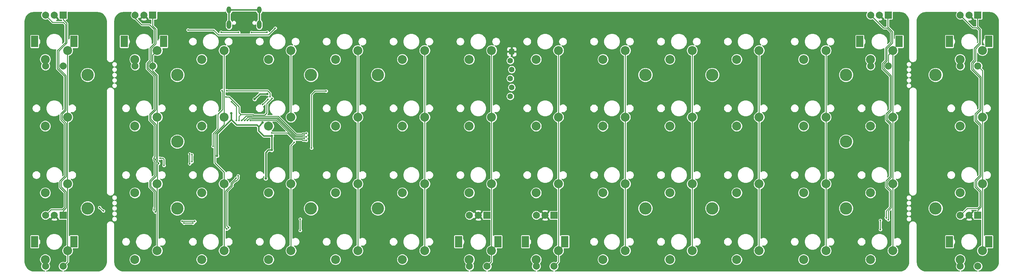
<source format=gtl>
G04 #@! TF.GenerationSoftware,KiCad,Pcbnew,(5.1.4-0-10_14)*
G04 #@! TF.CreationDate,2020-08-02T22:32:40-05:00*
G04 #@! TF.ProjectId,Ori,4f72692e-6b69-4636-9164-5f7063625858,rev?*
G04 #@! TF.SameCoordinates,Original*
G04 #@! TF.FileFunction,Copper,L1,Top*
G04 #@! TF.FilePolarity,Positive*
%FSLAX46Y46*%
G04 Gerber Fmt 4.6, Leading zero omitted, Abs format (unit mm)*
G04 Created by KiCad (PCBNEW (5.1.4-0-10_14)) date 2020-08-02 22:32:40*
%MOMM*%
%LPD*%
G04 APERTURE LIST*
%ADD10R,2.000000X2.000000*%
%ADD11C,2.000000*%
%ADD12R,2.000000X3.200000*%
%ADD13C,2.540000*%
%ADD14C,0.100000*%
%ADD15C,1.600200*%
%ADD16O,1.300000X2.400000*%
%ADD17O,1.300000X1.900000*%
%ADD18C,3.500000*%
%ADD19C,0.500000*%
%ADD20C,0.700000*%
%ADD21C,0.250000*%
%ADD22C,0.400000*%
G04 APERTURE END LIST*
D10*
X324005136Y-45687162D03*
D11*
X321505136Y-45687162D03*
X319005136Y-45687162D03*
D12*
X327105136Y-53187162D03*
X315905136Y-53187162D03*
D11*
X324005136Y-60187162D03*
X319005136Y-60187162D03*
D10*
X203544719Y-102687012D03*
D11*
X201044719Y-102687012D03*
X198544719Y-102687012D03*
D12*
X206644719Y-110187012D03*
X195444719Y-110187012D03*
D11*
X203544719Y-117187012D03*
X198544719Y-117187012D03*
D10*
X184544769Y-102687012D03*
D11*
X182044769Y-102687012D03*
X179544769Y-102687012D03*
D12*
X187644769Y-110187012D03*
X176444769Y-110187012D03*
D11*
X184544769Y-117187012D03*
X179544769Y-117187012D03*
D10*
X298544469Y-45687162D03*
D11*
X296044469Y-45687162D03*
X293544469Y-45687162D03*
D12*
X301644469Y-53187162D03*
X290444469Y-53187162D03*
D11*
X298544469Y-60187162D03*
X293544469Y-60187162D03*
D10*
X324005136Y-102687012D03*
D11*
X321505136Y-102687012D03*
X319005136Y-102687012D03*
D12*
X327105136Y-110187012D03*
X315905136Y-110187012D03*
D11*
X324005136Y-117187012D03*
X319005136Y-117187012D03*
D10*
X64085086Y-102687012D03*
D11*
X61585086Y-102687012D03*
X59085086Y-102687012D03*
D12*
X67185086Y-110187012D03*
X55985086Y-110187012D03*
D11*
X64085086Y-117187012D03*
X59085086Y-117187012D03*
D10*
X89545399Y-45687302D03*
D11*
X87045399Y-45687302D03*
X84545399Y-45687302D03*
D12*
X92645399Y-53187302D03*
X81445399Y-53187302D03*
D11*
X89545399Y-60187302D03*
X84545399Y-60187302D03*
D10*
X64085086Y-45687162D03*
D11*
X61585086Y-45687162D03*
X59085086Y-45687162D03*
D12*
X67185086Y-53187162D03*
X55985086Y-53187162D03*
D11*
X64085086Y-60187162D03*
X59085086Y-60187162D03*
D13*
X65369686Y-74739812D03*
X59019686Y-77279812D03*
D14*
G36*
X191985662Y-55301826D02*
G01*
X192024496Y-55307587D01*
X192062578Y-55317126D01*
X192099543Y-55330352D01*
X192135032Y-55347137D01*
X192168706Y-55367321D01*
X192200239Y-55390707D01*
X192229328Y-55417072D01*
X192255693Y-55446161D01*
X192279079Y-55477694D01*
X192299263Y-55511368D01*
X192316048Y-55546857D01*
X192329274Y-55583822D01*
X192338813Y-55621904D01*
X192344574Y-55660738D01*
X192346500Y-55699950D01*
X192346500Y-56500050D01*
X192344574Y-56539262D01*
X192338813Y-56578096D01*
X192329274Y-56616178D01*
X192316048Y-56653143D01*
X192299263Y-56688632D01*
X192279079Y-56722306D01*
X192255693Y-56753839D01*
X192229328Y-56782928D01*
X192200239Y-56809293D01*
X192168706Y-56832679D01*
X192135032Y-56852863D01*
X192099543Y-56869648D01*
X192062578Y-56882874D01*
X192024496Y-56892413D01*
X191985662Y-56898174D01*
X191946450Y-56900100D01*
X191146350Y-56900100D01*
X191107138Y-56898174D01*
X191068304Y-56892413D01*
X191030222Y-56882874D01*
X190993257Y-56869648D01*
X190957768Y-56852863D01*
X190924094Y-56832679D01*
X190892561Y-56809293D01*
X190863472Y-56782928D01*
X190837107Y-56753839D01*
X190813721Y-56722306D01*
X190793537Y-56688632D01*
X190776752Y-56653143D01*
X190763526Y-56616178D01*
X190753987Y-56578096D01*
X190748226Y-56539262D01*
X190746300Y-56500050D01*
X190746300Y-55699950D01*
X190748226Y-55660738D01*
X190753987Y-55621904D01*
X190763526Y-55583822D01*
X190776752Y-55546857D01*
X190793537Y-55511368D01*
X190813721Y-55477694D01*
X190837107Y-55446161D01*
X190863472Y-55417072D01*
X190892561Y-55390707D01*
X190924094Y-55367321D01*
X190957768Y-55347137D01*
X190993257Y-55330352D01*
X191030222Y-55317126D01*
X191068304Y-55307587D01*
X191107138Y-55301826D01*
X191146350Y-55299900D01*
X191946450Y-55299900D01*
X191985662Y-55301826D01*
X191985662Y-55301826D01*
G37*
D15*
X191546400Y-56100000D03*
X191140000Y-58640000D03*
X191546400Y-61180000D03*
X191140000Y-63720000D03*
X191546400Y-66260000D03*
X191140000Y-68800000D03*
D13*
X65369686Y-112739712D03*
X59019686Y-115279712D03*
D16*
X111219999Y-48408627D03*
D17*
X111219999Y-44208627D03*
X119819999Y-44208627D03*
D16*
X119819999Y-48408627D03*
X111219999Y-48408627D03*
D13*
X325289736Y-55739862D03*
X318939736Y-58279862D03*
X65369686Y-55739862D03*
X59019686Y-58279862D03*
X325289736Y-74739812D03*
X318939736Y-77279812D03*
X325289736Y-93739762D03*
X318939736Y-96279762D03*
X65369686Y-93739762D03*
X59019686Y-96279762D03*
X325289736Y-112739712D03*
X318939736Y-115279712D03*
X90829999Y-55740002D03*
X84479999Y-58280002D03*
X109829999Y-55740002D03*
X103479999Y-58280002D03*
X128829999Y-55740002D03*
X122479999Y-58280002D03*
X141479999Y-58280002D03*
X147829999Y-55740002D03*
X166829419Y-55739862D03*
X160479419Y-58279862D03*
X185829369Y-55739862D03*
X179479369Y-58279862D03*
X204829319Y-55740002D03*
X198479319Y-58280002D03*
X223829999Y-55740002D03*
X217479999Y-58280002D03*
X242829999Y-55740002D03*
X236479999Y-58280002D03*
X261829169Y-55739862D03*
X255479169Y-58279862D03*
X280829119Y-55739862D03*
X274479119Y-58279862D03*
X299829069Y-55739862D03*
X293479069Y-58279862D03*
X90829999Y-74740002D03*
X84479999Y-77280002D03*
X109829999Y-74740002D03*
X103479999Y-77280002D03*
X128829999Y-74740002D03*
X122479999Y-77280002D03*
X147829999Y-74740002D03*
X141479999Y-77280002D03*
X166829999Y-74740002D03*
X160479999Y-77280002D03*
X185829999Y-74740002D03*
X179479999Y-77280002D03*
X204829319Y-74740002D03*
X198479319Y-77280002D03*
X223804600Y-74752700D03*
X217454600Y-77292700D03*
X242829999Y-74740002D03*
X236479999Y-77280002D03*
X261829169Y-74739812D03*
X255479169Y-77279812D03*
X280829119Y-74739812D03*
X274479119Y-77279812D03*
X299829069Y-74739812D03*
X293479069Y-77279812D03*
X90829999Y-93740002D03*
X84479999Y-96280002D03*
X109829999Y-93740002D03*
X103479999Y-96280002D03*
X128829999Y-93740002D03*
X122479999Y-96280002D03*
X147829469Y-93739762D03*
X141479469Y-96279762D03*
X166829419Y-93739762D03*
X160479419Y-96279762D03*
X185829369Y-93739762D03*
X179479369Y-96279762D03*
X223829269Y-93740002D03*
X217479269Y-96280002D03*
X242829219Y-93739762D03*
X236479219Y-96279762D03*
X261829169Y-93739762D03*
X255479169Y-96279762D03*
X280829119Y-93739762D03*
X274479119Y-96279762D03*
X90829619Y-112740002D03*
X84479619Y-115280002D03*
X109829999Y-112740002D03*
X103479999Y-115280002D03*
X128829999Y-112740002D03*
X122479999Y-115280002D03*
X147829469Y-112739712D03*
X141479469Y-115279712D03*
X166829999Y-112740002D03*
X160479999Y-115280002D03*
X185829369Y-112739712D03*
X179479369Y-115279712D03*
X223829269Y-112739712D03*
X217479269Y-115279712D03*
X242829219Y-112739712D03*
X236479219Y-115279712D03*
X261829169Y-112739712D03*
X255479169Y-115279712D03*
X280829119Y-112739712D03*
X274479119Y-115279712D03*
X204829319Y-93739762D03*
X198479319Y-96279762D03*
X204829319Y-112739712D03*
X198479319Y-115279712D03*
X299829069Y-93739762D03*
X293479069Y-96279762D03*
X299829999Y-112740002D03*
X293479999Y-115280002D03*
D18*
X96519999Y-81700000D03*
X134520000Y-62700000D03*
X134520000Y-100700000D03*
X248520000Y-62700000D03*
X248520000Y-100700000D03*
X286520000Y-81700000D03*
X311980000Y-62700000D03*
X71059661Y-62699837D03*
X311980000Y-100700000D03*
X71059661Y-100699737D03*
X96520000Y-62700000D03*
X96520000Y-100700000D03*
X229520000Y-100700000D03*
X153520000Y-100700000D03*
X153520000Y-62700000D03*
X229520000Y-62700000D03*
X286520000Y-100700000D03*
X286520000Y-62700000D03*
D19*
X120800000Y-71100000D03*
X122250000Y-69650000D03*
D20*
X107828002Y-85742998D03*
X121666000Y-92202000D03*
X118491000Y-69596000D03*
X123384998Y-80065002D03*
X120800000Y-76300000D03*
X111900000Y-73650000D03*
X123350000Y-84100000D03*
X122100000Y-68100000D03*
D19*
X111930999Y-70335002D03*
X113277499Y-75690000D03*
X124358000Y-49401000D03*
X99568000Y-49911000D03*
X110388000Y-68959000D03*
X114071000Y-75690000D03*
X123450000Y-69396377D03*
X92753999Y-88496002D03*
X74447000Y-100455000D03*
X75542028Y-101441736D03*
X91610999Y-86464002D03*
X131470000Y-103757000D03*
X131445000Y-106994377D03*
X296291000Y-104140000D03*
X296295601Y-106733511D03*
X91211000Y-87882000D03*
X129705010Y-81905010D03*
X114871249Y-75638002D03*
X133200000Y-79355002D03*
X132654813Y-79860002D03*
X115671249Y-75638002D03*
X133215002Y-80365002D03*
X116471249Y-75638002D03*
X117271249Y-75638002D03*
X132602248Y-80870002D03*
X123377499Y-79265002D03*
X133200000Y-81375002D03*
X117630999Y-50608002D03*
X122047000Y-50546000D03*
X113947999Y-50608002D03*
X108966000Y-50546000D03*
X134663999Y-83543002D03*
X138833990Y-67310000D03*
X106680000Y-83049964D03*
X109220000Y-67183000D03*
X110617000Y-67183000D03*
X122900000Y-68900000D03*
X102405999Y-80622002D03*
X102405999Y-86972002D03*
X85044996Y-48314996D03*
X59690000Y-47498000D03*
X114850000Y-71000000D03*
X126250000Y-78250000D03*
X125950000Y-82400000D03*
X125950000Y-80535002D03*
X98450000Y-104900000D03*
X100990000Y-104900000D03*
X90407499Y-86868000D03*
X90297000Y-101727000D03*
X100700000Y-87400000D03*
X100700000Y-85450000D03*
X89909580Y-86482023D03*
X89944989Y-101163509D03*
X97909778Y-104395000D03*
X101500000Y-104400000D03*
X100055457Y-85197992D03*
X100050000Y-88000000D03*
X113811616Y-91448768D03*
X297942000Y-103378000D03*
X111152248Y-106234357D03*
X113239209Y-92122558D03*
X298545399Y-103937302D03*
X110617000Y-106614367D03*
D21*
X120800000Y-71100000D02*
X122250000Y-69650000D01*
D22*
X118500000Y-76950000D02*
X119150000Y-76950000D01*
X113426000Y-76950000D02*
X118500000Y-76950000D01*
X119150000Y-76950000D02*
X119650000Y-77450000D01*
X120800000Y-76300000D02*
X119650000Y-77450000D01*
X111900000Y-75170903D02*
X111900000Y-73650000D01*
X111900000Y-75424000D02*
X111900000Y-75170903D01*
X113426000Y-76950000D02*
X111900000Y-75424000D01*
X107828002Y-79495998D02*
X111900000Y-75424000D01*
X107828002Y-85742998D02*
X107828002Y-79495998D01*
X121666000Y-92202000D02*
X121666000Y-90116000D01*
X119650000Y-78650000D02*
X119650000Y-77450000D01*
X121065002Y-80065002D02*
X121025000Y-80025000D01*
X123384998Y-84065002D02*
X123350000Y-84100000D01*
X123384998Y-80065002D02*
X123384998Y-84065002D01*
X122400000Y-84100000D02*
X121666000Y-84834000D01*
X123350000Y-84100000D02*
X122400000Y-84100000D01*
X121666000Y-90116000D02*
X121666000Y-84834000D01*
X118491000Y-69596000D02*
X119987000Y-68100000D01*
X122100000Y-68100000D02*
X119987000Y-68100000D01*
X120575000Y-79575000D02*
X119650000Y-78650000D01*
X121065002Y-80065002D02*
X120575000Y-79575000D01*
X123384998Y-80065002D02*
X121065002Y-80065002D01*
X121025000Y-80025000D02*
X120575000Y-79575000D01*
D21*
X113277499Y-71681502D02*
X111930999Y-70335002D01*
X113277499Y-75690000D02*
X113277499Y-71681502D01*
X108243003Y-51320003D02*
X106832000Y-49909000D01*
X122438997Y-51320003D02*
X108243003Y-51320003D01*
X124358000Y-49401000D02*
X122438997Y-51320003D01*
X106834000Y-49911000D02*
X108243003Y-51320003D01*
X99568000Y-49911000D02*
X106834000Y-49911000D01*
X111277000Y-68959000D02*
X110388000Y-68959000D01*
X114071000Y-71753000D02*
X111277000Y-68959000D01*
X121945000Y-71730000D02*
X121945000Y-71399370D01*
X121945000Y-71730000D02*
X121945000Y-72365000D01*
X114071000Y-74547000D02*
X114071000Y-75690000D01*
X114625029Y-73992971D02*
X114071000Y-74547000D01*
X121945000Y-73531000D02*
X121358038Y-74117962D01*
X121945000Y-71730000D02*
X121945000Y-73531000D01*
X121358038Y-74117962D02*
X118219874Y-74117962D01*
X118219874Y-74117962D02*
X118094883Y-73992971D01*
X118094883Y-73992971D02*
X114625029Y-73992971D01*
X114625029Y-73992971D02*
X114071000Y-73438942D01*
X114071000Y-73438942D02*
X114071000Y-71753000D01*
X121945000Y-70901377D02*
X121945000Y-71399370D01*
X123450000Y-69396377D02*
X121945000Y-70901377D01*
X75542028Y-101441736D02*
X75433736Y-101441736D01*
X75433736Y-101441736D02*
X74447000Y-100455000D01*
X92753999Y-87253449D02*
X92753999Y-88496002D01*
X91610999Y-86464002D02*
X92460002Y-86464002D01*
X92753999Y-86757999D02*
X92753999Y-87253449D01*
X92460002Y-86464002D02*
X92753999Y-86757999D01*
X131470000Y-105916000D02*
X131470000Y-103757000D01*
X131470000Y-106969377D02*
X131445000Y-106994377D01*
X131470000Y-105916000D02*
X131470000Y-106969377D01*
X296291000Y-104140000D02*
X296291000Y-106553000D01*
X296295601Y-104144601D02*
X296291000Y-104140000D01*
X296295601Y-106733511D02*
X296295601Y-104144601D01*
X65344590Y-55752702D02*
X65344590Y-112752702D01*
X65369686Y-115902412D02*
X64085086Y-117187012D01*
X65369686Y-112739712D02*
X65369686Y-115902412D01*
X89545399Y-57024602D02*
X90829999Y-55740002D01*
X89545399Y-60187302D02*
X89545399Y-57024602D01*
X91211000Y-87882000D02*
X90912499Y-87583499D01*
X90912499Y-74822502D02*
X90829999Y-74740002D01*
X90912499Y-87583499D02*
X90912499Y-74822502D01*
X91211000Y-87882000D02*
X90912499Y-88180501D01*
X90912499Y-93657502D02*
X90829999Y-93740002D01*
X90912499Y-88180501D02*
X90912499Y-93657502D01*
X90829999Y-112739622D02*
X90829619Y-112740002D01*
X90829999Y-93740002D02*
X90829999Y-112739622D01*
X89545399Y-61507290D02*
X89545399Y-60187302D01*
X90829999Y-62791889D02*
X89545399Y-61507290D01*
X90829999Y-74740002D02*
X90829999Y-62791889D01*
X109829999Y-93740002D02*
X109829999Y-112740002D01*
X109829999Y-74740002D02*
X109829999Y-55740002D01*
X107213000Y-87763480D02*
X109829999Y-90380479D01*
X109829999Y-76850521D02*
X107213000Y-79467520D01*
X109829999Y-90380479D02*
X109829999Y-93740002D01*
X107213000Y-79467520D02*
X107213000Y-87763480D01*
X109829999Y-74740002D02*
X109829999Y-76850521D01*
X128829999Y-112740002D02*
X128829999Y-93740002D01*
X128829999Y-74740002D02*
X128829999Y-55740002D01*
X128829999Y-93740002D02*
X128829999Y-82780021D01*
X128829999Y-82780021D02*
X129705010Y-81905010D01*
X147829999Y-55742702D02*
X147829999Y-112740002D01*
X131942595Y-79604982D02*
X130329720Y-79604982D01*
X117937478Y-74372981D02*
X116136270Y-74372981D01*
X118062469Y-74497972D02*
X117937478Y-74372981D01*
X132192575Y-79355002D02*
X133200000Y-79355002D01*
X132192575Y-79355002D02*
X131942595Y-79604982D01*
X130329720Y-79604982D02*
X125222711Y-74497972D01*
X116136270Y-74372981D02*
X114871249Y-75638002D01*
X125222711Y-74497972D02*
X118062469Y-74497972D01*
X166829999Y-65927002D02*
X166829999Y-55742702D01*
X166829999Y-112740002D02*
X166829999Y-65927002D01*
X130172316Y-79984992D02*
X125065307Y-74877982D01*
X132100000Y-79984992D02*
X130172316Y-79984992D01*
X132224990Y-79860002D02*
X132100000Y-79984992D01*
X132654813Y-79860002D02*
X132224990Y-79860002D01*
X117819279Y-74877982D02*
X117694288Y-74752991D01*
X117694288Y-74752991D02*
X116556260Y-74752991D01*
X125065307Y-74877982D02*
X117819279Y-74877982D01*
X116556260Y-74752991D02*
X115671249Y-75638002D01*
X185829999Y-55740002D02*
X185829999Y-112740002D01*
X124907906Y-75257995D02*
X130014913Y-80365002D01*
X124907906Y-75257992D02*
X124907906Y-75257995D01*
X185829369Y-115902412D02*
X184544769Y-117187012D01*
X185829369Y-112739712D02*
X185829369Y-115902412D01*
X130014913Y-80365002D02*
X133215002Y-80365002D01*
X116976250Y-75133001D02*
X117536883Y-75133001D01*
X117536883Y-75133001D02*
X117661874Y-75257992D01*
X116471249Y-75638002D02*
X116976250Y-75133001D01*
X117661874Y-75257992D02*
X124907906Y-75257992D01*
X204829999Y-112740002D02*
X204829999Y-55740002D01*
X204829319Y-115902412D02*
X203544719Y-117187012D01*
X204829319Y-112739712D02*
X204829319Y-115902412D01*
X129306248Y-80193752D02*
X129857508Y-80745012D01*
X129857508Y-80745012D02*
X129634903Y-80522407D01*
X129634903Y-80522407D02*
X129456248Y-80343752D01*
X129456248Y-80343752D02*
X129806248Y-80693752D01*
X129306248Y-80193752D02*
X129456248Y-80343752D01*
X132123705Y-80745012D02*
X131945012Y-80745012D01*
X132248695Y-80870002D02*
X132123705Y-80745012D01*
X132602248Y-80870002D02*
X132248695Y-80870002D01*
X131945012Y-80745012D02*
X129857508Y-80745012D01*
X117271249Y-75638002D02*
X124750501Y-75638002D01*
X124750501Y-75638002D02*
X129306248Y-80193752D01*
X223829999Y-55740002D02*
X223829999Y-112740002D01*
X127840088Y-79265002D02*
X123377499Y-79265002D01*
X131966300Y-81125022D02*
X129700104Y-81125022D01*
X127840088Y-79265007D02*
X127840088Y-79265002D01*
X132216280Y-81375002D02*
X131966300Y-81125022D01*
X129700104Y-81125022D02*
X127840088Y-79265007D01*
X132216280Y-81375002D02*
X133200000Y-81375002D01*
X242829999Y-112740002D02*
X242829999Y-55740002D01*
X261829999Y-55742702D02*
X261829999Y-112740002D01*
X280829999Y-112740002D02*
X280829999Y-55742702D01*
X117630999Y-50608002D02*
X120678999Y-50608002D01*
X121984998Y-50608002D02*
X122047000Y-50546000D01*
X120678999Y-50608002D02*
X121984998Y-50608002D01*
X113947999Y-50608002D02*
X110899999Y-50608002D01*
X110515000Y-50608002D02*
X110899999Y-50608002D01*
X109028002Y-50608002D02*
X108966000Y-50546000D01*
X110515000Y-50608002D02*
X109028002Y-50608002D01*
X134663999Y-69231999D02*
X134663999Y-68305001D01*
X134663999Y-83543002D02*
X134663999Y-69231999D01*
X134663999Y-68305001D02*
X135661000Y-67308000D01*
X138355447Y-67308000D02*
X138026179Y-67308000D01*
X138709000Y-67308000D02*
X138355447Y-67308000D01*
X135663000Y-67310000D02*
X135661000Y-67308000D01*
X138833990Y-67310000D02*
X135663000Y-67310000D01*
X299829999Y-112740002D02*
X299829999Y-111271982D01*
X298544469Y-57024462D02*
X299829069Y-55739862D01*
X298544469Y-60187162D02*
X298544469Y-57024462D01*
X299829999Y-55740002D02*
X299829999Y-111271982D01*
X325289736Y-61471762D02*
X324005136Y-60187162D01*
X325289736Y-112739712D02*
X325289736Y-61471762D01*
X106680000Y-83049964D02*
X106680000Y-79614106D01*
X108077000Y-73914000D02*
X109449989Y-72541011D01*
X109449989Y-67412989D02*
X109220000Y-67183000D01*
X109449989Y-72541011D02*
X109449989Y-67412989D01*
X108077000Y-73914000D02*
X108077000Y-78066106D01*
X106680000Y-79463106D02*
X106680000Y-79614106D01*
X108077000Y-78066106D02*
X106680000Y-79463106D01*
X122900000Y-68900000D02*
X122900000Y-67900000D01*
X122900000Y-67900000D02*
X122183000Y-67183000D01*
X110617000Y-67183000D02*
X122183000Y-67183000D01*
X125950000Y-82400000D02*
X125950000Y-80535002D01*
X98450000Y-104900000D02*
X100990000Y-104900000D01*
X89051010Y-94485010D02*
X90449989Y-95883989D01*
X89051010Y-92992404D02*
X89051010Y-94485010D01*
X90532489Y-91510925D02*
X89051010Y-92992404D01*
X90449989Y-95883989D02*
X90449989Y-100532333D01*
X89061574Y-75405596D02*
X90532489Y-76876511D01*
X89051010Y-75405596D02*
X89061574Y-75405596D01*
X88290398Y-60789703D02*
X90449989Y-62949293D01*
X89051010Y-74069404D02*
X89051010Y-75405596D01*
X89165389Y-55147610D02*
X89165389Y-58709910D01*
X90449989Y-72670425D02*
X89051010Y-74069404D01*
X90449989Y-62949293D02*
X90449989Y-72670425D01*
X89545399Y-45687302D02*
X89545399Y-48751399D01*
X88290398Y-59584901D02*
X88290398Y-60789703D01*
X89545399Y-48751399D02*
X90449000Y-49655000D01*
X89165389Y-58709910D02*
X88290398Y-59584901D01*
X90449000Y-53863999D02*
X89165389Y-55147610D01*
X90449000Y-49655000D02*
X90449000Y-53863999D01*
X64085086Y-101437012D02*
X64085086Y-102687012D01*
X64964579Y-100557519D02*
X64085086Y-101437012D01*
X64741974Y-91883262D02*
X63524010Y-93101226D01*
X64964580Y-91660657D02*
X64741974Y-91883262D01*
X64964580Y-76494580D02*
X64964580Y-91660657D01*
X65151924Y-48004000D02*
X65151924Y-53616076D01*
X63844685Y-75374685D02*
X64964580Y-76494580D01*
X63524010Y-93101226D02*
X63524010Y-94582596D01*
X63844685Y-73846315D02*
X63844685Y-75374685D01*
X64922000Y-62863000D02*
X64922000Y-72769000D01*
X63524010Y-94582596D02*
X64964579Y-96023165D01*
X62830085Y-60771085D02*
X64922000Y-62863000D01*
X64085086Y-46937162D02*
X65151924Y-48004000D01*
X64964579Y-96023165D02*
X64964579Y-100557519D01*
X62830085Y-55937915D02*
X62830085Y-60771085D01*
X65151924Y-53616076D02*
X62830085Y-55937915D01*
X64922000Y-72769000D02*
X63844685Y-73846315D01*
X64085086Y-45687162D02*
X64085086Y-46937162D01*
X90532489Y-86992990D02*
X90532489Y-87140511D01*
X90407499Y-86868000D02*
X90532489Y-86992990D01*
X90532489Y-87140511D02*
X90532489Y-91510925D01*
X90407499Y-86757501D02*
X90532489Y-86632511D01*
X90407499Y-86868000D02*
X90407499Y-86757501D01*
X90532489Y-76876511D02*
X90532489Y-86632511D01*
X90449989Y-101574011D02*
X90297000Y-101727000D01*
X90449989Y-100532333D02*
X90449989Y-101574011D01*
X100700000Y-87400000D02*
X100700000Y-85450000D01*
X84545399Y-46545654D02*
X84545399Y-45687302D01*
X86394048Y-48394303D02*
X84545399Y-46545654D01*
X59085086Y-45687162D02*
X61111169Y-47713245D01*
X64123245Y-47713245D02*
X64160000Y-47750000D01*
X61111169Y-47713245D02*
X64123245Y-47713245D01*
X88671000Y-94642414D02*
X88671000Y-92835000D01*
X90069979Y-100374928D02*
X90069979Y-96041393D01*
X88671000Y-92835000D02*
X90152479Y-91353521D01*
X90069979Y-96041393D02*
X88671000Y-94642414D01*
X88671000Y-75563000D02*
X90152479Y-77044479D01*
X88671000Y-73912000D02*
X88671000Y-75563000D01*
X87910389Y-60947108D02*
X90068000Y-63104719D01*
X90068000Y-63104719D02*
X90068000Y-72515000D01*
X88785379Y-58552506D02*
X87910388Y-59427496D01*
X90068000Y-50417000D02*
X90068990Y-50417990D01*
X90068990Y-53706595D02*
X88785379Y-54990205D01*
X90068990Y-50417990D02*
X90068990Y-53706595D01*
X87910388Y-59427496D02*
X87910389Y-60947108D01*
X90068000Y-49811414D02*
X90068000Y-50417000D01*
X88785379Y-54990205D02*
X88785379Y-58552506D01*
X88650889Y-48394303D02*
X90068000Y-49811414D01*
X90068000Y-72515000D02*
X88671000Y-73912000D01*
X86394048Y-48394303D02*
X88650889Y-48394303D01*
X63894684Y-101090000D02*
X60682098Y-101090000D01*
X64584570Y-100400114D02*
X63894684Y-101090000D01*
X64584570Y-91503252D02*
X63144000Y-92943822D01*
X63464675Y-73688910D02*
X63464675Y-75532090D01*
X64541000Y-72612586D02*
X63464675Y-73688910D01*
X64541990Y-67434010D02*
X64541000Y-67435000D01*
X62450075Y-60928490D02*
X64541990Y-63020405D01*
X64541000Y-67435000D02*
X64541000Y-72612586D01*
X62450075Y-55780510D02*
X62450075Y-60928490D01*
X64160000Y-47750000D02*
X64771914Y-48361914D01*
X63464675Y-75532090D02*
X64584570Y-76651985D01*
X60682098Y-101090000D02*
X59085086Y-102687012D01*
X64541990Y-63020405D02*
X64541990Y-67434010D01*
X64584570Y-96180570D02*
X64584570Y-100400114D01*
X63144000Y-94740000D02*
X64584570Y-96180570D01*
X64584570Y-76651985D02*
X64584570Y-91503252D01*
X64771914Y-53458671D02*
X62450075Y-55780510D01*
X63144000Y-92943822D02*
X63144000Y-94740000D01*
X64771914Y-48361914D02*
X64771914Y-53458671D01*
X90152479Y-87358479D02*
X90152479Y-91353521D01*
X89902498Y-87108498D02*
X90152479Y-87358479D01*
X89909580Y-86618517D02*
X89902498Y-86625599D01*
X89902498Y-86625599D02*
X89902498Y-87108498D01*
X89909580Y-86482023D02*
X89909580Y-86618517D01*
X89909580Y-86128470D02*
X90152479Y-85885571D01*
X89909580Y-86482023D02*
X89909580Y-86128470D01*
X90152479Y-85885571D02*
X90152479Y-77044479D01*
X89944989Y-100499918D02*
X90069979Y-100374928D01*
X89944989Y-101163509D02*
X89944989Y-100499918D01*
X101495000Y-104395000D02*
X101500000Y-104400000D01*
X97909778Y-104395000D02*
X101495000Y-104395000D01*
X100055457Y-87994543D02*
X100050000Y-88000000D01*
X100055457Y-85197992D02*
X100055457Y-87994543D01*
X299069979Y-100338606D02*
X297942000Y-101466586D01*
X299069979Y-95775088D02*
X299069979Y-100338606D01*
X298669891Y-95375000D02*
X299069979Y-95775088D01*
X297924058Y-94639634D02*
X298659424Y-95375000D01*
X299069979Y-91704436D02*
X297924058Y-92850356D01*
X297942000Y-101466586D02*
X297942000Y-101503287D01*
X299069979Y-76775139D02*
X299069979Y-91704436D01*
X296909458Y-60946968D02*
X299069979Y-63107489D01*
X297924058Y-92850356D02*
X297924058Y-94639634D01*
X296909458Y-59427356D02*
X296909458Y-60946968D01*
X299069979Y-63107489D02*
X299069979Y-72652607D01*
X297784449Y-58552366D02*
X296909458Y-59427356D01*
X298142793Y-49352208D02*
X299364990Y-50574405D01*
X299364990Y-50574405D02*
X299364990Y-53434596D01*
X297209515Y-49352208D02*
X298142793Y-49352208D01*
X297924058Y-75629218D02*
X299069979Y-76775139D01*
X299364990Y-53434596D02*
X297784449Y-55015136D01*
X298659424Y-95375000D02*
X298669891Y-95375000D01*
X297924058Y-73798527D02*
X297924058Y-75629218D01*
X299069979Y-72652607D02*
X297924058Y-73798527D01*
X297784449Y-55015136D02*
X297784449Y-58552366D01*
X293544469Y-45687162D02*
X297209515Y-49352208D01*
X297942000Y-103378000D02*
X297942000Y-103632000D01*
X297942000Y-101503287D02*
X297942000Y-103378000D01*
X323435509Y-94869000D02*
X323439586Y-94869000D01*
X324529716Y-77036130D02*
X324529716Y-91365870D01*
X323215990Y-94649481D02*
X323435509Y-94869000D01*
X324529716Y-63447130D02*
X324529716Y-72442870D01*
X323215990Y-92679595D02*
X323215990Y-94649481D01*
X324529716Y-91365870D02*
X323215990Y-92679595D01*
X323439586Y-94869000D02*
X324529716Y-95959130D01*
X324324509Y-76835000D02*
X324328586Y-76835000D01*
X323215990Y-75726481D02*
X324324509Y-76835000D01*
X323215990Y-73756595D02*
X323215990Y-75726481D01*
X322199990Y-59278595D02*
X322199990Y-61117405D01*
X322961000Y-55088586D02*
X322961000Y-58517586D01*
X324358990Y-53690596D02*
X322961000Y-55088586D01*
X324529716Y-95959130D02*
X324529716Y-100172596D01*
X324529716Y-72442870D02*
X323215990Y-73756595D01*
X322961000Y-58517586D02*
X322199990Y-59278595D01*
X324328586Y-76835000D02*
X324529716Y-77036130D01*
X324358990Y-49941405D02*
X324358990Y-53690596D01*
X319005136Y-45687162D02*
X322545182Y-49227208D01*
X323644793Y-49227208D02*
X324358990Y-49941405D01*
X322545182Y-49227208D02*
X323644793Y-49227208D01*
X322199990Y-61117405D02*
X324529716Y-63447130D01*
X319005136Y-102687012D02*
X320981148Y-100711000D01*
X323991312Y-100711000D02*
X324529716Y-100172596D01*
X320981148Y-100711000D02*
X323991312Y-100711000D01*
X110590019Y-105672128D02*
X111152248Y-106234357D01*
X112165010Y-94389405D02*
X110590019Y-95964396D01*
X110590019Y-95964396D02*
X110590019Y-105672128D01*
X113811616Y-91448768D02*
X113811616Y-92297553D01*
X113064181Y-92835000D02*
X112165010Y-93734171D01*
X113274169Y-92835000D02*
X113064181Y-92835000D01*
X113811616Y-92297553D02*
X113274169Y-92835000D01*
X112165010Y-93734171D02*
X112165010Y-94389405D01*
X113239209Y-92122558D02*
X111785000Y-93576767D01*
X111785000Y-93576767D02*
X111785000Y-94232000D01*
X111785000Y-94232000D02*
X110210009Y-95806991D01*
X110210009Y-95806991D02*
X110210009Y-105039376D01*
X298164459Y-55172541D02*
X299745000Y-53592000D01*
X298164459Y-58709770D02*
X298164459Y-55172541D01*
X297289468Y-59584761D02*
X298164459Y-58709770D01*
X297289468Y-60789563D02*
X297289468Y-59584761D01*
X299449989Y-62950084D02*
X297289468Y-60789563D01*
X298427804Y-45803827D02*
X298544469Y-45687162D01*
X298304068Y-75471813D02*
X298304068Y-73955932D01*
X299449989Y-91861840D02*
X299449989Y-76617734D01*
X298545399Y-103937302D02*
X298545399Y-101400601D01*
X298304068Y-93007761D02*
X299449989Y-91861840D01*
X299449989Y-95617684D02*
X298304068Y-94471763D01*
X299449989Y-76617734D02*
X298304068Y-75471813D01*
X298304068Y-94471763D02*
X298304068Y-93007761D01*
X298427804Y-49099804D02*
X298427804Y-45803827D01*
X299449989Y-72810011D02*
X299449989Y-62950084D01*
X298545399Y-101400601D02*
X299449989Y-100496011D01*
X299745000Y-53592000D02*
X299745000Y-50417000D01*
X298304068Y-73955932D02*
X299449989Y-72810011D01*
X299745000Y-50417000D02*
X298427804Y-49099804D01*
X299449989Y-100496011D02*
X299449989Y-95617684D01*
X323839008Y-45853290D02*
X323839008Y-48884008D01*
X324005136Y-45687162D02*
X323839008Y-45853290D01*
X323839008Y-48884008D02*
X324739000Y-49784000D01*
X324739000Y-49784000D02*
X324739000Y-53848000D01*
X324739000Y-53848000D02*
X323342000Y-55245000D01*
X323342000Y-55245000D02*
X323342000Y-58674000D01*
X323342000Y-58674000D02*
X322580000Y-59436000D01*
X322580000Y-60960000D02*
X324909726Y-63289726D01*
X322580000Y-59436000D02*
X322580000Y-60960000D01*
X324909726Y-63289726D02*
X324909726Y-72600274D01*
X324909726Y-72600274D02*
X323596000Y-73914000D01*
X323596000Y-75565000D02*
X324909726Y-76878726D01*
X323596000Y-73914000D02*
X323596000Y-75565000D01*
X324909726Y-76878726D02*
X324909726Y-91523274D01*
X324909726Y-91523274D02*
X323596000Y-92837000D01*
X323596000Y-92837000D02*
X323596000Y-94488000D01*
X323596000Y-94488000D02*
X324909726Y-95801726D01*
X324005136Y-102687012D02*
X324005136Y-101234590D01*
X324909726Y-100330000D02*
X324909726Y-95801726D01*
X324005136Y-101234590D02*
X324909726Y-100330000D01*
X110210009Y-106207376D02*
X110617000Y-106614367D01*
X110210009Y-105039376D02*
X110210009Y-106207376D01*
D22*
X111219999Y-48408627D02*
X111219999Y-44208627D01*
X111219999Y-44208627D02*
X119819999Y-44208627D01*
X119819999Y-44208627D02*
X119819999Y-48408627D01*
D21*
G36*
X118868442Y-44902775D02*
G01*
X118963620Y-45080842D01*
X119091709Y-45236918D01*
X119244999Y-45362721D01*
X119245000Y-47004532D01*
X119091708Y-47130336D01*
X118963619Y-47286412D01*
X118916635Y-47374313D01*
X118856223Y-47313901D01*
X118741573Y-47237295D01*
X118614181Y-47184528D01*
X118478943Y-47157627D01*
X118341055Y-47157627D01*
X118205817Y-47184528D01*
X118078425Y-47237295D01*
X117963775Y-47313901D01*
X117866273Y-47411403D01*
X117789667Y-47526053D01*
X117736900Y-47653445D01*
X117709999Y-47788683D01*
X117709999Y-47926571D01*
X117736900Y-48061809D01*
X117789667Y-48189201D01*
X117866273Y-48303851D01*
X117963775Y-48401353D01*
X118078425Y-48477959D01*
X118205817Y-48530726D01*
X118341055Y-48557627D01*
X118478943Y-48557627D01*
X118614181Y-48530726D01*
X118741573Y-48477959D01*
X118795000Y-48442261D01*
X118795000Y-49008978D01*
X118809831Y-49159562D01*
X118868442Y-49352775D01*
X118963620Y-49530842D01*
X119091709Y-49686918D01*
X119247785Y-49815007D01*
X119425852Y-49910185D01*
X119619065Y-49968796D01*
X119819999Y-49988586D01*
X120020934Y-49968796D01*
X120214147Y-49910185D01*
X120392214Y-49815007D01*
X120548290Y-49686918D01*
X120676379Y-49530842D01*
X120771557Y-49352775D01*
X120830168Y-49159562D01*
X120844999Y-49008978D01*
X120844999Y-47808276D01*
X120830168Y-47657692D01*
X120771557Y-47464479D01*
X120676379Y-47286412D01*
X120548290Y-47130336D01*
X120394999Y-47004533D01*
X120394999Y-45362721D01*
X120548290Y-45236918D01*
X120676379Y-45080842D01*
X120771557Y-44902774D01*
X120801658Y-44803544D01*
X120802587Y-44803831D01*
X120899403Y-44833061D01*
X120934944Y-44840098D01*
X120970425Y-44847640D01*
X120975980Y-44848224D01*
X121076629Y-44858093D01*
X121076642Y-44858093D01*
X121096014Y-44860001D01*
X292442669Y-44861188D01*
X292325960Y-45035855D01*
X292222310Y-45286089D01*
X292169469Y-45551736D01*
X292169469Y-45822588D01*
X292222310Y-46088235D01*
X292325960Y-46338469D01*
X292476437Y-46563673D01*
X292667958Y-46755194D01*
X292893162Y-46905671D01*
X293143396Y-47009321D01*
X293409043Y-47062162D01*
X293679895Y-47062162D01*
X293945542Y-47009321D01*
X294096849Y-46946648D01*
X296838594Y-49688394D01*
X296854251Y-49707472D01*
X296930386Y-49769954D01*
X297017248Y-49816383D01*
X297106270Y-49843387D01*
X297111498Y-49844973D01*
X297209515Y-49854627D01*
X297234075Y-49852208D01*
X297935688Y-49852208D01*
X298864990Y-50781512D01*
X298864991Y-53227488D01*
X298320596Y-53771883D01*
X298387969Y-53433178D01*
X298387969Y-52966546D01*
X298296933Y-52508879D01*
X298118361Y-52077767D01*
X297859114Y-51689776D01*
X297529155Y-51359817D01*
X297141164Y-51100570D01*
X296710052Y-50921998D01*
X296252385Y-50830962D01*
X295785753Y-50830962D01*
X295328086Y-50921998D01*
X294896974Y-51100570D01*
X294508983Y-51359817D01*
X294179024Y-51689776D01*
X293919777Y-52077767D01*
X293741205Y-52508879D01*
X293650169Y-52966546D01*
X293650169Y-53433178D01*
X293741205Y-53890845D01*
X293919777Y-54321957D01*
X294179024Y-54709948D01*
X294508983Y-55039907D01*
X294896974Y-55299154D01*
X295328086Y-55477726D01*
X295785753Y-55568762D01*
X296252385Y-55568762D01*
X296710052Y-55477726D01*
X297141164Y-55299154D01*
X297284449Y-55203414D01*
X297284450Y-58345259D01*
X296573277Y-59056431D01*
X296554194Y-59072092D01*
X296491712Y-59148227D01*
X296445283Y-59235090D01*
X296416693Y-59329340D01*
X296410809Y-59389083D01*
X296407039Y-59427356D01*
X296409458Y-59451916D01*
X296409459Y-60922398D01*
X296407039Y-60946968D01*
X296416693Y-61044985D01*
X296441375Y-61126349D01*
X296445284Y-61139235D01*
X296491713Y-61226097D01*
X296554195Y-61302232D01*
X296573277Y-61317892D01*
X298569979Y-63314595D01*
X298569980Y-72445500D01*
X298339703Y-72675777D01*
X298387969Y-72433128D01*
X298387969Y-71966496D01*
X298296933Y-71508829D01*
X298118361Y-71077717D01*
X297859114Y-70689726D01*
X297529155Y-70359767D01*
X297141164Y-70100520D01*
X296710052Y-69921948D01*
X296252385Y-69830912D01*
X295785753Y-69830912D01*
X295328086Y-69921948D01*
X294896974Y-70100520D01*
X294508983Y-70359767D01*
X294179024Y-70689726D01*
X293919777Y-71077717D01*
X293741205Y-71508829D01*
X293650169Y-71966496D01*
X293650169Y-72433128D01*
X293741205Y-72890795D01*
X293919777Y-73321907D01*
X294179024Y-73709898D01*
X294508983Y-74039857D01*
X294896974Y-74299104D01*
X295328086Y-74477676D01*
X295785753Y-74568712D01*
X296252385Y-74568712D01*
X296710052Y-74477676D01*
X297141164Y-74299104D01*
X297424058Y-74110080D01*
X297424059Y-75604648D01*
X297421639Y-75629218D01*
X297431293Y-75727235D01*
X297456770Y-75811219D01*
X297459884Y-75821485D01*
X297506313Y-75908347D01*
X297568795Y-75984482D01*
X297587877Y-76000142D01*
X298569979Y-76982245D01*
X298569980Y-91497329D01*
X298326821Y-91740487D01*
X298387969Y-91433078D01*
X298387969Y-90966446D01*
X298296933Y-90508779D01*
X298118361Y-90077667D01*
X297859114Y-89689676D01*
X297529155Y-89359717D01*
X297141164Y-89100470D01*
X296710052Y-88921898D01*
X296252385Y-88830862D01*
X295785753Y-88830862D01*
X295328086Y-88921898D01*
X294896974Y-89100470D01*
X294508983Y-89359717D01*
X294179024Y-89689676D01*
X293919777Y-90077667D01*
X293741205Y-90508779D01*
X293650169Y-90966446D01*
X293650169Y-91433078D01*
X293741205Y-91890745D01*
X293919777Y-92321857D01*
X294179024Y-92709848D01*
X294508983Y-93039807D01*
X294896974Y-93299054D01*
X295328086Y-93477626D01*
X295785753Y-93568662D01*
X296252385Y-93568662D01*
X296710052Y-93477626D01*
X297141164Y-93299054D01*
X297424058Y-93110030D01*
X297424059Y-94615064D01*
X297421639Y-94639634D01*
X297431293Y-94737651D01*
X297459884Y-94831901D01*
X297506313Y-94918763D01*
X297568795Y-94994898D01*
X297587877Y-95010558D01*
X298288503Y-95711186D01*
X298304160Y-95730264D01*
X298323237Y-95745920D01*
X298352335Y-95769800D01*
X298380295Y-95792746D01*
X298380803Y-95793018D01*
X298569979Y-95982194D01*
X298569980Y-100131499D01*
X297605818Y-101095662D01*
X297586736Y-101111322D01*
X297524254Y-101187457D01*
X297477825Y-101274320D01*
X297456138Y-101345815D01*
X297449235Y-101368570D01*
X297439581Y-101466586D01*
X297442000Y-101491144D01*
X297442001Y-103001332D01*
X297388132Y-103081952D01*
X297341019Y-103195694D01*
X297317000Y-103316443D01*
X297317000Y-103439557D01*
X297341019Y-103560306D01*
X297388132Y-103674048D01*
X297456531Y-103776414D01*
X297466261Y-103786144D01*
X297477825Y-103824267D01*
X297524255Y-103911129D01*
X297586737Y-103987264D01*
X297662872Y-104049746D01*
X297749734Y-104096175D01*
X297843984Y-104124765D01*
X297942000Y-104134419D01*
X297950218Y-104133610D01*
X297991531Y-104233350D01*
X298059930Y-104335716D01*
X298146985Y-104422771D01*
X298249351Y-104491170D01*
X298363093Y-104538283D01*
X298483842Y-104562302D01*
X298606956Y-104562302D01*
X298727705Y-104538283D01*
X298841447Y-104491170D01*
X298943813Y-104422771D01*
X299030868Y-104335716D01*
X299099267Y-104233350D01*
X299146380Y-104119608D01*
X299170399Y-103998859D01*
X299170399Y-103875745D01*
X299146380Y-103754996D01*
X299099267Y-103641254D01*
X299045399Y-103560635D01*
X299045399Y-101607706D01*
X299330000Y-101323106D01*
X299330000Y-111166574D01*
X299050800Y-111282222D01*
X298781373Y-111462247D01*
X298552244Y-111691376D01*
X298372219Y-111960803D01*
X298248216Y-112260173D01*
X298184999Y-112577984D01*
X298184999Y-112902020D01*
X298248216Y-113219831D01*
X298372219Y-113519201D01*
X298552244Y-113788628D01*
X298781373Y-114017757D01*
X299050800Y-114197782D01*
X299350170Y-114321785D01*
X299667981Y-114385002D01*
X299992017Y-114385002D01*
X300309828Y-114321785D01*
X300609198Y-114197782D01*
X300878625Y-114017757D01*
X301107754Y-113788628D01*
X301287779Y-113519201D01*
X301411782Y-113219831D01*
X301474999Y-112902020D01*
X301474999Y-112577984D01*
X301411782Y-112260173D01*
X301287779Y-111960803D01*
X301107754Y-111691376D01*
X300878625Y-111462247D01*
X300758519Y-111381995D01*
X300979258Y-111425902D01*
X301220740Y-111425902D01*
X301457581Y-111378792D01*
X301680681Y-111286381D01*
X301881465Y-111152221D01*
X302052218Y-110981468D01*
X302186378Y-110780684D01*
X302278789Y-110557584D01*
X302325899Y-110320743D01*
X302325899Y-110079261D01*
X302278789Y-109842420D01*
X302186378Y-109619320D01*
X302052218Y-109418536D01*
X301881465Y-109247783D01*
X301680681Y-109113623D01*
X301457581Y-109021212D01*
X301220740Y-108974102D01*
X300979258Y-108974102D01*
X300742417Y-109021212D01*
X300519317Y-109113623D01*
X300329999Y-109240122D01*
X300329999Y-97575669D01*
X303605000Y-97575669D01*
X303605000Y-97728331D01*
X303634783Y-97878059D01*
X303693204Y-98019100D01*
X303778018Y-98146034D01*
X303885966Y-98253982D01*
X304012900Y-98338796D01*
X304153941Y-98397217D01*
X304238314Y-98414000D01*
X304153941Y-98430783D01*
X304012900Y-98489204D01*
X303885966Y-98574018D01*
X303778018Y-98681966D01*
X303693204Y-98808900D01*
X303634783Y-98949941D01*
X303605000Y-99099669D01*
X303605000Y-99252331D01*
X303634783Y-99402059D01*
X303693204Y-99543100D01*
X303778018Y-99670034D01*
X303885966Y-99777982D01*
X304012900Y-99862796D01*
X304153941Y-99921217D01*
X304238314Y-99938000D01*
X304153941Y-99954783D01*
X304012900Y-100013204D01*
X303885966Y-100098018D01*
X303778018Y-100205966D01*
X303693204Y-100332900D01*
X303634783Y-100473941D01*
X303605000Y-100623669D01*
X303605000Y-100776331D01*
X303634783Y-100926059D01*
X303693204Y-101067100D01*
X303778018Y-101194034D01*
X303885966Y-101301982D01*
X304012900Y-101386796D01*
X304153941Y-101445217D01*
X304238314Y-101462000D01*
X304153941Y-101478783D01*
X304012900Y-101537204D01*
X303885966Y-101622018D01*
X303778018Y-101729966D01*
X303693204Y-101856900D01*
X303634783Y-101997941D01*
X303605000Y-102147669D01*
X303605000Y-102300331D01*
X303634783Y-102450059D01*
X303693204Y-102591100D01*
X303778018Y-102718034D01*
X303885966Y-102825982D01*
X304012900Y-102910796D01*
X304153941Y-102969217D01*
X304238314Y-102986000D01*
X304153941Y-103002783D01*
X304012900Y-103061204D01*
X303885966Y-103146018D01*
X303778018Y-103253966D01*
X303693204Y-103380900D01*
X303634783Y-103521941D01*
X303605000Y-103671669D01*
X303605000Y-103824331D01*
X303634783Y-103974059D01*
X303693204Y-104115100D01*
X303778018Y-104242034D01*
X303885966Y-104349982D01*
X304012900Y-104434796D01*
X304153941Y-104493217D01*
X304303669Y-104523000D01*
X304456331Y-104523000D01*
X304606059Y-104493217D01*
X304747100Y-104434796D01*
X304874034Y-104349982D01*
X304981982Y-104242034D01*
X305066796Y-104115100D01*
X305125217Y-103974059D01*
X305155000Y-103824331D01*
X305155000Y-103671669D01*
X305125217Y-103521941D01*
X305066796Y-103380900D01*
X304981982Y-103253966D01*
X304874034Y-103146018D01*
X304747100Y-103061204D01*
X304606059Y-103002783D01*
X304521686Y-102986000D01*
X304606059Y-102969217D01*
X304747100Y-102910796D01*
X304874034Y-102825982D01*
X304981982Y-102718034D01*
X305066796Y-102591100D01*
X305125217Y-102450059D01*
X305155000Y-102300331D01*
X305155000Y-102147669D01*
X305125217Y-101997941D01*
X305066796Y-101856900D01*
X304981982Y-101729966D01*
X304874034Y-101622018D01*
X304747100Y-101537204D01*
X304606059Y-101478783D01*
X304521686Y-101462000D01*
X304606059Y-101445217D01*
X304747100Y-101386796D01*
X304874034Y-101301982D01*
X304981982Y-101194034D01*
X305066796Y-101067100D01*
X305125217Y-100926059D01*
X305155000Y-100776331D01*
X305155000Y-100623669D01*
X305128552Y-100490706D01*
X309855000Y-100490706D01*
X309855000Y-100909294D01*
X309936663Y-101319840D01*
X310096849Y-101706565D01*
X310329405Y-102054609D01*
X310625391Y-102350595D01*
X310973435Y-102583151D01*
X311360160Y-102743337D01*
X311770706Y-102825000D01*
X312189294Y-102825000D01*
X312599840Y-102743337D01*
X312986565Y-102583151D01*
X313334609Y-102350595D01*
X313630595Y-102054609D01*
X313863151Y-101706565D01*
X314023337Y-101319840D01*
X314105000Y-100909294D01*
X314105000Y-100490706D01*
X314023337Y-100080160D01*
X313863151Y-99693435D01*
X313630595Y-99345391D01*
X313334609Y-99049405D01*
X312986565Y-98816849D01*
X312599840Y-98656663D01*
X312189294Y-98575000D01*
X311770706Y-98575000D01*
X311360160Y-98656663D01*
X310973435Y-98816849D01*
X310625391Y-99049405D01*
X310329405Y-99345391D01*
X310096849Y-99693435D01*
X309936663Y-100080160D01*
X309855000Y-100490706D01*
X305128552Y-100490706D01*
X305125217Y-100473941D01*
X305066796Y-100332900D01*
X304981982Y-100205966D01*
X304874034Y-100098018D01*
X304747100Y-100013204D01*
X304606059Y-99954783D01*
X304521686Y-99938000D01*
X304606059Y-99921217D01*
X304747100Y-99862796D01*
X304874034Y-99777982D01*
X304981982Y-99670034D01*
X305066796Y-99543100D01*
X305125217Y-99402059D01*
X305155000Y-99252331D01*
X305155000Y-99099669D01*
X305125217Y-98949941D01*
X305066796Y-98808900D01*
X304981982Y-98681966D01*
X304874034Y-98574018D01*
X304747100Y-98489204D01*
X304606059Y-98430783D01*
X304521686Y-98414000D01*
X304606059Y-98397217D01*
X304747100Y-98338796D01*
X304874034Y-98253982D01*
X304981982Y-98146034D01*
X305066796Y-98019100D01*
X305125217Y-97878059D01*
X305155000Y-97728331D01*
X305155000Y-97575669D01*
X305125217Y-97425941D01*
X305066796Y-97284900D01*
X304981982Y-97157966D01*
X304874034Y-97050018D01*
X304747100Y-96965204D01*
X304606059Y-96906783D01*
X304456331Y-96877000D01*
X304303669Y-96877000D01*
X304153941Y-96906783D01*
X304012900Y-96965204D01*
X303885966Y-97050018D01*
X303778018Y-97157966D01*
X303693204Y-97284900D01*
X303634783Y-97425941D01*
X303605000Y-97575669D01*
X300329999Y-97575669D01*
X300329999Y-96031089D01*
X304359978Y-96031089D01*
X304361987Y-96051783D01*
X304361987Y-96061645D01*
X304362571Y-96067199D01*
X304379105Y-96214600D01*
X304386642Y-96250061D01*
X304393684Y-96285624D01*
X304395335Y-96290959D01*
X304440184Y-96432342D01*
X304454475Y-96465684D01*
X304468281Y-96499182D01*
X304470936Y-96504091D01*
X304470938Y-96504096D01*
X304470941Y-96504100D01*
X304542394Y-96634075D01*
X304562869Y-96663979D01*
X304582939Y-96694186D01*
X304586499Y-96698489D01*
X304681842Y-96812114D01*
X304707759Y-96837494D01*
X304733290Y-96863204D01*
X304737618Y-96866734D01*
X304853215Y-96959675D01*
X304883543Y-96979521D01*
X304913605Y-96999798D01*
X304918536Y-97002420D01*
X305049983Y-97071139D01*
X305083595Y-97084719D01*
X305117020Y-97098770D01*
X305122359Y-97100382D01*
X305122365Y-97100384D01*
X305122371Y-97100385D01*
X305264658Y-97142262D01*
X305300274Y-97149056D01*
X305335782Y-97156345D01*
X305341340Y-97156890D01*
X305489055Y-97170333D01*
X305525308Y-97170080D01*
X305561560Y-97170333D01*
X305567119Y-97169788D01*
X305567121Y-97169788D01*
X305714632Y-97154284D01*
X305750121Y-97146999D01*
X305785757Y-97140201D01*
X305791104Y-97138586D01*
X305932796Y-97094725D01*
X305966176Y-97080693D01*
X305999831Y-97067096D01*
X306004763Y-97064473D01*
X306135237Y-96993927D01*
X306165309Y-96973643D01*
X306195628Y-96953803D01*
X306199956Y-96950273D01*
X306314243Y-96855727D01*
X306339792Y-96829999D01*
X306365693Y-96804635D01*
X306369251Y-96800334D01*
X306369252Y-96800333D01*
X306369255Y-96800329D01*
X306462999Y-96685387D01*
X306483072Y-96655175D01*
X306503542Y-96625279D01*
X306506198Y-96620366D01*
X306575833Y-96489403D01*
X306589642Y-96455900D01*
X306603931Y-96422562D01*
X306605583Y-96417226D01*
X306648454Y-96275231D01*
X306655500Y-96239646D01*
X306663033Y-96204206D01*
X306663617Y-96198651D01*
X306671549Y-96117744D01*
X317294736Y-96117744D01*
X317294736Y-96441780D01*
X317357953Y-96759591D01*
X317481956Y-97058961D01*
X317661981Y-97328388D01*
X317891110Y-97557517D01*
X318160537Y-97737542D01*
X318459907Y-97861545D01*
X318777718Y-97924762D01*
X319101754Y-97924762D01*
X319419565Y-97861545D01*
X319718935Y-97737542D01*
X319988362Y-97557517D01*
X320217491Y-97328388D01*
X320397516Y-97058961D01*
X320521519Y-96759591D01*
X320584736Y-96441780D01*
X320584736Y-96117744D01*
X320521519Y-95799933D01*
X320397516Y-95500563D01*
X320217491Y-95231136D01*
X319988362Y-95002007D01*
X319718935Y-94821982D01*
X319419565Y-94697979D01*
X319101754Y-94634762D01*
X318777718Y-94634762D01*
X318459907Y-94697979D01*
X318160537Y-94821982D01*
X317891110Y-95002007D01*
X317661981Y-95231136D01*
X317481956Y-95500563D01*
X317357953Y-95799933D01*
X317294736Y-96117744D01*
X306671549Y-96117744D01*
X306678091Y-96051033D01*
X306679972Y-96032204D01*
X306686874Y-91079021D01*
X315173836Y-91079021D01*
X315173836Y-91320503D01*
X315220946Y-91557344D01*
X315313357Y-91780444D01*
X315447517Y-91981228D01*
X315618270Y-92151981D01*
X315819054Y-92286141D01*
X316042154Y-92378552D01*
X316278995Y-92425662D01*
X316520477Y-92425662D01*
X316757318Y-92378552D01*
X316980418Y-92286141D01*
X317181202Y-92151981D01*
X317351955Y-91981228D01*
X317486115Y-91780444D01*
X317578526Y-91557344D01*
X317625636Y-91320503D01*
X317625636Y-91079021D01*
X317578526Y-90842180D01*
X317486115Y-90619080D01*
X317351955Y-90418296D01*
X317181202Y-90247543D01*
X316980418Y-90113383D01*
X316757318Y-90020972D01*
X316520477Y-89973862D01*
X316278995Y-89973862D01*
X316042154Y-90020972D01*
X315819054Y-90113383D01*
X315618270Y-90247543D01*
X315447517Y-90418296D01*
X315313357Y-90619080D01*
X315220946Y-90842180D01*
X315173836Y-91079021D01*
X306686874Y-91079021D01*
X306706327Y-77117794D01*
X317294736Y-77117794D01*
X317294736Y-77441830D01*
X317357953Y-77759641D01*
X317481956Y-78059011D01*
X317661981Y-78328438D01*
X317891110Y-78557567D01*
X318160537Y-78737592D01*
X318459907Y-78861595D01*
X318777718Y-78924812D01*
X319101754Y-78924812D01*
X319419565Y-78861595D01*
X319718935Y-78737592D01*
X319988362Y-78557567D01*
X320217491Y-78328438D01*
X320397516Y-78059011D01*
X320521519Y-77759641D01*
X320584736Y-77441830D01*
X320584736Y-77117794D01*
X320521519Y-76799983D01*
X320397516Y-76500613D01*
X320217491Y-76231186D01*
X319988362Y-76002057D01*
X319718935Y-75822032D01*
X319419565Y-75698029D01*
X319101754Y-75634812D01*
X318777718Y-75634812D01*
X318459907Y-75698029D01*
X318160537Y-75822032D01*
X317891110Y-76002057D01*
X317661981Y-76231186D01*
X317481956Y-76500613D01*
X317357953Y-76799983D01*
X317294736Y-77117794D01*
X306706327Y-77117794D01*
X306713349Y-72079071D01*
X315173836Y-72079071D01*
X315173836Y-72320553D01*
X315220946Y-72557394D01*
X315313357Y-72780494D01*
X315447517Y-72981278D01*
X315618270Y-73152031D01*
X315819054Y-73286191D01*
X316042154Y-73378602D01*
X316278995Y-73425712D01*
X316520477Y-73425712D01*
X316757318Y-73378602D01*
X316980418Y-73286191D01*
X317181202Y-73152031D01*
X317351955Y-72981278D01*
X317486115Y-72780494D01*
X317578526Y-72557394D01*
X317625636Y-72320553D01*
X317625636Y-72079071D01*
X317578526Y-71842230D01*
X317486115Y-71619130D01*
X317351955Y-71418346D01*
X317181202Y-71247593D01*
X316980418Y-71113433D01*
X316757318Y-71021022D01*
X316520477Y-70973912D01*
X316278995Y-70973912D01*
X316042154Y-71021022D01*
X315819054Y-71113433D01*
X315618270Y-71247593D01*
X315447517Y-71418346D01*
X315313357Y-71619130D01*
X315220946Y-71842230D01*
X315173836Y-72079071D01*
X306713349Y-72079071D01*
X306720022Y-67290911D01*
X306718013Y-67270217D01*
X306718013Y-67260355D01*
X306717429Y-67254800D01*
X306700895Y-67107400D01*
X306693358Y-67071939D01*
X306686316Y-67036376D01*
X306684665Y-67031041D01*
X306639816Y-66889658D01*
X306625525Y-66856316D01*
X306611719Y-66822818D01*
X306609062Y-66817905D01*
X306609062Y-66817904D01*
X306609059Y-66817900D01*
X306537606Y-66687926D01*
X306517143Y-66658040D01*
X306497061Y-66627814D01*
X306493501Y-66623511D01*
X306398159Y-66509887D01*
X306372258Y-66484523D01*
X306346710Y-66458796D01*
X306342382Y-66455266D01*
X306226786Y-66362325D01*
X306196440Y-66342467D01*
X306166395Y-66322202D01*
X306161464Y-66319580D01*
X306030017Y-66250861D01*
X305996405Y-66237281D01*
X305962980Y-66223230D01*
X305957638Y-66221617D01*
X305957632Y-66221615D01*
X305815342Y-66179738D01*
X305779726Y-66172944D01*
X305744218Y-66165655D01*
X305738659Y-66165110D01*
X305590945Y-66151667D01*
X305554693Y-66151920D01*
X305518440Y-66151667D01*
X305512882Y-66152212D01*
X305512878Y-66152212D01*
X305365368Y-66167716D01*
X305329886Y-66175000D01*
X305294242Y-66181799D01*
X305288895Y-66183414D01*
X305147204Y-66227275D01*
X305113791Y-66241321D01*
X305080169Y-66254905D01*
X305075237Y-66257527D01*
X304944763Y-66328074D01*
X304914701Y-66348351D01*
X304884373Y-66368197D01*
X304880044Y-66371727D01*
X304765757Y-66466273D01*
X304740225Y-66491984D01*
X304714307Y-66517365D01*
X304710747Y-66521669D01*
X304617001Y-66636614D01*
X304596955Y-66666785D01*
X304576458Y-66696721D01*
X304573802Y-66701634D01*
X304504167Y-66832597D01*
X304490363Y-66866088D01*
X304476069Y-66899438D01*
X304474417Y-66904774D01*
X304431546Y-67046769D01*
X304424500Y-67082354D01*
X304416967Y-67117794D01*
X304416383Y-67123349D01*
X304401909Y-67270967D01*
X304400028Y-67289796D01*
X304359978Y-96031089D01*
X300329999Y-96031089D01*
X300329999Y-95312805D01*
X300608268Y-95197542D01*
X300877695Y-95017517D01*
X301106824Y-94788388D01*
X301286849Y-94518961D01*
X301410852Y-94219591D01*
X301474069Y-93901780D01*
X301474069Y-93577744D01*
X301410852Y-93259933D01*
X301286849Y-92960563D01*
X301106824Y-92691136D01*
X300877695Y-92462007D01*
X300757589Y-92381755D01*
X300978328Y-92425662D01*
X301219810Y-92425662D01*
X301456651Y-92378552D01*
X301679751Y-92286141D01*
X301880535Y-92151981D01*
X302051288Y-91981228D01*
X302185448Y-91780444D01*
X302277859Y-91557344D01*
X302324969Y-91320503D01*
X302324969Y-91079021D01*
X302277859Y-90842180D01*
X302185448Y-90619080D01*
X302051288Y-90418296D01*
X301880535Y-90247543D01*
X301679751Y-90113383D01*
X301456651Y-90020972D01*
X301219810Y-89973862D01*
X300978328Y-89973862D01*
X300741487Y-90020972D01*
X300518387Y-90113383D01*
X300329999Y-90239260D01*
X300329999Y-76312855D01*
X300608268Y-76197592D01*
X300877695Y-76017567D01*
X301106824Y-75788438D01*
X301286849Y-75519011D01*
X301410852Y-75219641D01*
X301474069Y-74901830D01*
X301474069Y-74577794D01*
X301410852Y-74259983D01*
X301286849Y-73960613D01*
X301106824Y-73691186D01*
X300877695Y-73462057D01*
X300757589Y-73381805D01*
X300978328Y-73425712D01*
X301219810Y-73425712D01*
X301456651Y-73378602D01*
X301679751Y-73286191D01*
X301880535Y-73152031D01*
X302051288Y-72981278D01*
X302185448Y-72780494D01*
X302277859Y-72557394D01*
X302324969Y-72320553D01*
X302324969Y-72079071D01*
X302277859Y-71842230D01*
X302185448Y-71619130D01*
X302051288Y-71418346D01*
X301880535Y-71247593D01*
X301679751Y-71113433D01*
X301456651Y-71021022D01*
X301219810Y-70973912D01*
X300978328Y-70973912D01*
X300741487Y-71021022D01*
X300518387Y-71113433D01*
X300329999Y-71239310D01*
X300329999Y-59575669D01*
X303605000Y-59575669D01*
X303605000Y-59728331D01*
X303634783Y-59878059D01*
X303693204Y-60019100D01*
X303778018Y-60146034D01*
X303885966Y-60253982D01*
X304012900Y-60338796D01*
X304153941Y-60397217D01*
X304238314Y-60414000D01*
X304153941Y-60430783D01*
X304012900Y-60489204D01*
X303885966Y-60574018D01*
X303778018Y-60681966D01*
X303693204Y-60808900D01*
X303634783Y-60949941D01*
X303605000Y-61099669D01*
X303605000Y-61252331D01*
X303634783Y-61402059D01*
X303693204Y-61543100D01*
X303778018Y-61670034D01*
X303885966Y-61777982D01*
X304012900Y-61862796D01*
X304153941Y-61921217D01*
X304238314Y-61938000D01*
X304153941Y-61954783D01*
X304012900Y-62013204D01*
X303885966Y-62098018D01*
X303778018Y-62205966D01*
X303693204Y-62332900D01*
X303634783Y-62473941D01*
X303605000Y-62623669D01*
X303605000Y-62776331D01*
X303634783Y-62926059D01*
X303693204Y-63067100D01*
X303778018Y-63194034D01*
X303885966Y-63301982D01*
X304012900Y-63386796D01*
X304153941Y-63445217D01*
X304238314Y-63462000D01*
X304153941Y-63478783D01*
X304012900Y-63537204D01*
X303885966Y-63622018D01*
X303778018Y-63729966D01*
X303693204Y-63856900D01*
X303634783Y-63997941D01*
X303605000Y-64147669D01*
X303605000Y-64300331D01*
X303634783Y-64450059D01*
X303693204Y-64591100D01*
X303778018Y-64718034D01*
X303885966Y-64825982D01*
X304012900Y-64910796D01*
X304153941Y-64969217D01*
X304238314Y-64986000D01*
X304153941Y-65002783D01*
X304012900Y-65061204D01*
X303885966Y-65146018D01*
X303778018Y-65253966D01*
X303693204Y-65380900D01*
X303634783Y-65521941D01*
X303605000Y-65671669D01*
X303605000Y-65824331D01*
X303634783Y-65974059D01*
X303693204Y-66115100D01*
X303778018Y-66242034D01*
X303885966Y-66349982D01*
X304012900Y-66434796D01*
X304153941Y-66493217D01*
X304303669Y-66523000D01*
X304456331Y-66523000D01*
X304606059Y-66493217D01*
X304747100Y-66434796D01*
X304874034Y-66349982D01*
X304981982Y-66242034D01*
X305066796Y-66115100D01*
X305125217Y-65974059D01*
X305155000Y-65824331D01*
X305155000Y-65671669D01*
X305125217Y-65521941D01*
X305066796Y-65380900D01*
X304981982Y-65253966D01*
X304874034Y-65146018D01*
X304747100Y-65061204D01*
X304606059Y-65002783D01*
X304521686Y-64986000D01*
X304606059Y-64969217D01*
X304747100Y-64910796D01*
X304874034Y-64825982D01*
X304981982Y-64718034D01*
X305066796Y-64591100D01*
X305125217Y-64450059D01*
X305155000Y-64300331D01*
X305155000Y-64147669D01*
X305125217Y-63997941D01*
X305066796Y-63856900D01*
X304981982Y-63729966D01*
X304874034Y-63622018D01*
X304747100Y-63537204D01*
X304606059Y-63478783D01*
X304521686Y-63462000D01*
X304606059Y-63445217D01*
X304747100Y-63386796D01*
X304874034Y-63301982D01*
X304981982Y-63194034D01*
X305066796Y-63067100D01*
X305125217Y-62926059D01*
X305155000Y-62776331D01*
X305155000Y-62623669D01*
X305128552Y-62490706D01*
X309855000Y-62490706D01*
X309855000Y-62909294D01*
X309936663Y-63319840D01*
X310096849Y-63706565D01*
X310329405Y-64054609D01*
X310625391Y-64350595D01*
X310973435Y-64583151D01*
X311360160Y-64743337D01*
X311770706Y-64825000D01*
X312189294Y-64825000D01*
X312599840Y-64743337D01*
X312986565Y-64583151D01*
X313334609Y-64350595D01*
X313630595Y-64054609D01*
X313863151Y-63706565D01*
X314023337Y-63319840D01*
X314105000Y-62909294D01*
X314105000Y-62490706D01*
X314023337Y-62080160D01*
X313863151Y-61693435D01*
X313630595Y-61345391D01*
X313334609Y-61049405D01*
X312986565Y-60816849D01*
X312599840Y-60656663D01*
X312189294Y-60575000D01*
X311770706Y-60575000D01*
X311360160Y-60656663D01*
X310973435Y-60816849D01*
X310625391Y-61049405D01*
X310329405Y-61345391D01*
X310096849Y-61693435D01*
X309936663Y-62080160D01*
X309855000Y-62490706D01*
X305128552Y-62490706D01*
X305125217Y-62473941D01*
X305066796Y-62332900D01*
X304981982Y-62205966D01*
X304874034Y-62098018D01*
X304747100Y-62013204D01*
X304606059Y-61954783D01*
X304521686Y-61938000D01*
X304606059Y-61921217D01*
X304747100Y-61862796D01*
X304874034Y-61777982D01*
X304981982Y-61670034D01*
X305066796Y-61543100D01*
X305125217Y-61402059D01*
X305155000Y-61252331D01*
X305155000Y-61099669D01*
X305125217Y-60949941D01*
X305066796Y-60808900D01*
X304981982Y-60681966D01*
X304874034Y-60574018D01*
X304747100Y-60489204D01*
X304606059Y-60430783D01*
X304521686Y-60414000D01*
X304606059Y-60397217D01*
X304747100Y-60338796D01*
X304874034Y-60253982D01*
X304981982Y-60146034D01*
X305066796Y-60019100D01*
X305125217Y-59878059D01*
X305155000Y-59728331D01*
X305155000Y-59575669D01*
X305125217Y-59425941D01*
X305066796Y-59284900D01*
X304981982Y-59157966D01*
X304874034Y-59050018D01*
X304747100Y-58965204D01*
X304606059Y-58906783D01*
X304456331Y-58877000D01*
X304303669Y-58877000D01*
X304153941Y-58906783D01*
X304012900Y-58965204D01*
X303885966Y-59050018D01*
X303778018Y-59157966D01*
X303693204Y-59284900D01*
X303634783Y-59425941D01*
X303605000Y-59575669D01*
X300329999Y-59575669D01*
X300329999Y-57312905D01*
X300608268Y-57197642D01*
X300877695Y-57017617D01*
X301106824Y-56788488D01*
X301286849Y-56519061D01*
X301410852Y-56219691D01*
X301474069Y-55901880D01*
X301474069Y-55577844D01*
X301410852Y-55260033D01*
X301371064Y-55163976D01*
X302644469Y-55163976D01*
X302717982Y-55156736D01*
X302788669Y-55135293D01*
X302853816Y-55100471D01*
X302910917Y-55053610D01*
X302957778Y-54996509D01*
X302992600Y-54931362D01*
X303014043Y-54860675D01*
X303021283Y-54787162D01*
X303021283Y-51587162D01*
X303014043Y-51513649D01*
X302992600Y-51442962D01*
X302957778Y-51377815D01*
X302910917Y-51320714D01*
X302853816Y-51273853D01*
X302788669Y-51239031D01*
X302717982Y-51217588D01*
X302644469Y-51210348D01*
X300644469Y-51210348D01*
X300570956Y-51217588D01*
X300500269Y-51239031D01*
X300435122Y-51273853D01*
X300378021Y-51320714D01*
X300331160Y-51377815D01*
X300296338Y-51442962D01*
X300274895Y-51513649D01*
X300267655Y-51587162D01*
X300267655Y-52297591D01*
X300245000Y-52320246D01*
X300245000Y-50441549D01*
X300247418Y-50416999D01*
X300245000Y-50392449D01*
X300245000Y-50392440D01*
X300237765Y-50318983D01*
X300209175Y-50224733D01*
X300162746Y-50137871D01*
X300100264Y-50061736D01*
X300081187Y-50046080D01*
X298927804Y-48892699D01*
X298927804Y-47063976D01*
X299544469Y-47063976D01*
X299617982Y-47056736D01*
X299688669Y-47035293D01*
X299753816Y-47000471D01*
X299810917Y-46953610D01*
X299857778Y-46896509D01*
X299892600Y-46831362D01*
X299914043Y-46760675D01*
X299921283Y-46687162D01*
X299921283Y-44861239D01*
X301700433Y-44861252D01*
X302232404Y-44913412D01*
X302725293Y-45062224D01*
X303179888Y-45303936D01*
X303578883Y-45629347D01*
X303907069Y-46026057D01*
X304151950Y-46478955D01*
X304304199Y-46970790D01*
X304359998Y-47501685D01*
X304359999Y-47502077D01*
X304360005Y-58058647D01*
X304361987Y-58078771D01*
X304361987Y-58088645D01*
X304362571Y-58094199D01*
X304379105Y-58241600D01*
X304386642Y-58277061D01*
X304393684Y-58312624D01*
X304395335Y-58317959D01*
X304440184Y-58459342D01*
X304454475Y-58492684D01*
X304468281Y-58526182D01*
X304470936Y-58531091D01*
X304470938Y-58531096D01*
X304470941Y-58531100D01*
X304542394Y-58661075D01*
X304562869Y-58690979D01*
X304582939Y-58721186D01*
X304586499Y-58725489D01*
X304681842Y-58839114D01*
X304707759Y-58864494D01*
X304733290Y-58890204D01*
X304737618Y-58893734D01*
X304853215Y-58986675D01*
X304883543Y-59006521D01*
X304913605Y-59026798D01*
X304918536Y-59029420D01*
X305049983Y-59098139D01*
X305083595Y-59111719D01*
X305117020Y-59125770D01*
X305122359Y-59127382D01*
X305122365Y-59127384D01*
X305122371Y-59127385D01*
X305264658Y-59169262D01*
X305300274Y-59176056D01*
X305335782Y-59183345D01*
X305341340Y-59183890D01*
X305489055Y-59197333D01*
X305525308Y-59197080D01*
X305561560Y-59197333D01*
X305567119Y-59196788D01*
X305567121Y-59196788D01*
X305714632Y-59181284D01*
X305750121Y-59173999D01*
X305785757Y-59167201D01*
X305791104Y-59165586D01*
X305932796Y-59121725D01*
X305966176Y-59107693D01*
X305999831Y-59094096D01*
X306004763Y-59091473D01*
X306135237Y-59020927D01*
X306165309Y-59000643D01*
X306195628Y-58980803D01*
X306199956Y-58977273D01*
X306314243Y-58882727D01*
X306339792Y-58856999D01*
X306365693Y-58831635D01*
X306369251Y-58827334D01*
X306369252Y-58827333D01*
X306369255Y-58827329D01*
X306462999Y-58712387D01*
X306483072Y-58682175D01*
X306503542Y-58652279D01*
X306506198Y-58647366D01*
X306575833Y-58516403D01*
X306589642Y-58482900D01*
X306603931Y-58449562D01*
X306605583Y-58444226D01*
X306648454Y-58302231D01*
X306655500Y-58266646D01*
X306663033Y-58231206D01*
X306663617Y-58225651D01*
X306674187Y-58117844D01*
X317294736Y-58117844D01*
X317294736Y-58441880D01*
X317357953Y-58759691D01*
X317481956Y-59059061D01*
X317661981Y-59328488D01*
X317819760Y-59486267D01*
X317786627Y-59535855D01*
X317682977Y-59786089D01*
X317630136Y-60051736D01*
X317630136Y-60322588D01*
X317682977Y-60588235D01*
X317786627Y-60838469D01*
X317937104Y-61063673D01*
X318128625Y-61255194D01*
X318353829Y-61405671D01*
X318604063Y-61509321D01*
X318869710Y-61562162D01*
X319140562Y-61562162D01*
X319406209Y-61509321D01*
X319656443Y-61405671D01*
X319881647Y-61255194D01*
X320073168Y-61063673D01*
X320223645Y-60838469D01*
X320327295Y-60588235D01*
X320380136Y-60322588D01*
X320380136Y-60051736D01*
X320327295Y-59786089D01*
X320223645Y-59535855D01*
X320138120Y-59407859D01*
X320217491Y-59328488D01*
X320397516Y-59059061D01*
X320521519Y-58759691D01*
X320584736Y-58441880D01*
X320584736Y-58117844D01*
X320521519Y-57800033D01*
X320397516Y-57500663D01*
X320217491Y-57231236D01*
X319988362Y-57002107D01*
X319718935Y-56822082D01*
X319419565Y-56698079D01*
X319101754Y-56634862D01*
X318777718Y-56634862D01*
X318459907Y-56698079D01*
X318160537Y-56822082D01*
X317891110Y-57002107D01*
X317661981Y-57231236D01*
X317481956Y-57500663D01*
X317357953Y-57800033D01*
X317294736Y-58117844D01*
X306674187Y-58117844D01*
X306678091Y-58078033D01*
X306678091Y-58078030D01*
X306680000Y-58058647D01*
X306680000Y-51587162D01*
X314528322Y-51587162D01*
X314528322Y-54787162D01*
X314535562Y-54860675D01*
X314557005Y-54931362D01*
X314591827Y-54996509D01*
X314638688Y-55053610D01*
X314695789Y-55100471D01*
X314760936Y-55135293D01*
X314831623Y-55156736D01*
X314905136Y-55163976D01*
X316905136Y-55163976D01*
X316978649Y-55156736D01*
X317049336Y-55135293D01*
X317114483Y-55100471D01*
X317171584Y-55053610D01*
X317218445Y-54996509D01*
X317253267Y-54931362D01*
X317274710Y-54860675D01*
X317281950Y-54787162D01*
X317281950Y-54051333D01*
X317351955Y-53981328D01*
X317486115Y-53780544D01*
X317578526Y-53557444D01*
X317625636Y-53320603D01*
X317625636Y-53079121D01*
X317578526Y-52842280D01*
X317486115Y-52619180D01*
X317351955Y-52418396D01*
X317281950Y-52348391D01*
X317281950Y-51587162D01*
X317274710Y-51513649D01*
X317253267Y-51442962D01*
X317218445Y-51377815D01*
X317171584Y-51320714D01*
X317114483Y-51273853D01*
X317049336Y-51239031D01*
X316978649Y-51217588D01*
X316905136Y-51210348D01*
X314905136Y-51210348D01*
X314831623Y-51217588D01*
X314760936Y-51239031D01*
X314695789Y-51273853D01*
X314638688Y-51320714D01*
X314591827Y-51377815D01*
X314557005Y-51442962D01*
X314535562Y-51513649D01*
X314528322Y-51587162D01*
X306680000Y-51587162D01*
X306680000Y-47519563D01*
X306732160Y-46987595D01*
X306880972Y-46494706D01*
X307122684Y-46040111D01*
X307448095Y-45641116D01*
X307844805Y-45312930D01*
X308297703Y-45068049D01*
X308789538Y-44915800D01*
X309320433Y-44860001D01*
X309321105Y-44859999D01*
X317904128Y-44860003D01*
X317786627Y-45035855D01*
X317682977Y-45286089D01*
X317630136Y-45551736D01*
X317630136Y-45822588D01*
X317682977Y-46088235D01*
X317786627Y-46338469D01*
X317937104Y-46563673D01*
X318128625Y-46755194D01*
X318353829Y-46905671D01*
X318604063Y-47009321D01*
X318869710Y-47062162D01*
X319140562Y-47062162D01*
X319406209Y-47009321D01*
X319557516Y-46946648D01*
X322174257Y-49563389D01*
X322189918Y-49582472D01*
X322266053Y-49644954D01*
X322352915Y-49691383D01*
X322447165Y-49719973D01*
X322520622Y-49727208D01*
X322520623Y-49727208D01*
X322545181Y-49729627D01*
X322569739Y-49727208D01*
X323437688Y-49727208D01*
X323858990Y-50148511D01*
X323858991Y-53483488D01*
X323833573Y-53508907D01*
X323848636Y-53433178D01*
X323848636Y-52966546D01*
X323757600Y-52508879D01*
X323579028Y-52077767D01*
X323319781Y-51689776D01*
X322989822Y-51359817D01*
X322601831Y-51100570D01*
X322170719Y-50921998D01*
X321713052Y-50830962D01*
X321246420Y-50830962D01*
X320788753Y-50921998D01*
X320357641Y-51100570D01*
X319969650Y-51359817D01*
X319639691Y-51689776D01*
X319380444Y-52077767D01*
X319201872Y-52508879D01*
X319110836Y-52966546D01*
X319110836Y-53433178D01*
X319201872Y-53890845D01*
X319380444Y-54321957D01*
X319639691Y-54709948D01*
X319969650Y-55039907D01*
X320357641Y-55299154D01*
X320788753Y-55477726D01*
X321246420Y-55568762D01*
X321713052Y-55568762D01*
X322170719Y-55477726D01*
X322461000Y-55357488D01*
X322461001Y-58310478D01*
X321863809Y-58907670D01*
X321844726Y-58923331D01*
X321782244Y-58999466D01*
X321735815Y-59086329D01*
X321707225Y-59180579D01*
X321701005Y-59243733D01*
X321697571Y-59278595D01*
X321699990Y-59303155D01*
X321699991Y-61092835D01*
X321697571Y-61117405D01*
X321707225Y-61215422D01*
X321735816Y-61309673D01*
X321780177Y-61392665D01*
X321782245Y-61396534D01*
X321844727Y-61472669D01*
X321863809Y-61488329D01*
X324029716Y-63654237D01*
X324029717Y-72235762D01*
X323848636Y-72416843D01*
X323848636Y-71966496D01*
X323757600Y-71508829D01*
X323579028Y-71077717D01*
X323319781Y-70689726D01*
X322989822Y-70359767D01*
X322601831Y-70100520D01*
X322170719Y-69921948D01*
X321713052Y-69830912D01*
X321246420Y-69830912D01*
X320788753Y-69921948D01*
X320357641Y-70100520D01*
X319969650Y-70359767D01*
X319639691Y-70689726D01*
X319380444Y-71077717D01*
X319201872Y-71508829D01*
X319110836Y-71966496D01*
X319110836Y-72433128D01*
X319201872Y-72890795D01*
X319380444Y-73321907D01*
X319639691Y-73709898D01*
X319969650Y-74039857D01*
X320357641Y-74299104D01*
X320788753Y-74477676D01*
X321246420Y-74568712D01*
X321713052Y-74568712D01*
X322170719Y-74477676D01*
X322601831Y-74299104D01*
X322715990Y-74222825D01*
X322715991Y-75701911D01*
X322713571Y-75726481D01*
X322723225Y-75824498D01*
X322743534Y-75891447D01*
X322751816Y-75918748D01*
X322798245Y-76005610D01*
X322860727Y-76081745D01*
X322879809Y-76097405D01*
X323953588Y-77171186D01*
X323969245Y-77190264D01*
X324011067Y-77224586D01*
X324029716Y-77243235D01*
X324029717Y-91158762D01*
X323848636Y-91339843D01*
X323848636Y-90966446D01*
X323757600Y-90508779D01*
X323579028Y-90077667D01*
X323319781Y-89689676D01*
X322989822Y-89359717D01*
X322601831Y-89100470D01*
X322170719Y-88921898D01*
X321713052Y-88830862D01*
X321246420Y-88830862D01*
X320788753Y-88921898D01*
X320357641Y-89100470D01*
X319969650Y-89359717D01*
X319639691Y-89689676D01*
X319380444Y-90077667D01*
X319201872Y-90508779D01*
X319110836Y-90966446D01*
X319110836Y-91433078D01*
X319201872Y-91890745D01*
X319380444Y-92321857D01*
X319639691Y-92709848D01*
X319969650Y-93039807D01*
X320357641Y-93299054D01*
X320788753Y-93477626D01*
X321246420Y-93568662D01*
X321713052Y-93568662D01*
X322170719Y-93477626D01*
X322601831Y-93299054D01*
X322715990Y-93222775D01*
X322715991Y-94624911D01*
X322713571Y-94649481D01*
X322723225Y-94747498D01*
X322745820Y-94821982D01*
X322751816Y-94841748D01*
X322798245Y-94928610D01*
X322860727Y-95004745D01*
X322879809Y-95020405D01*
X323064584Y-95205181D01*
X323080245Y-95224264D01*
X323122068Y-95258587D01*
X324029716Y-96166237D01*
X324029717Y-99965489D01*
X323784206Y-100211000D01*
X321005708Y-100211000D01*
X320981148Y-100208581D01*
X320956588Y-100211000D01*
X320883131Y-100218235D01*
X320788881Y-100246825D01*
X320702019Y-100293254D01*
X320625884Y-100355736D01*
X320610223Y-100374819D01*
X319557516Y-101427526D01*
X319406209Y-101364853D01*
X319140562Y-101312012D01*
X318869710Y-101312012D01*
X318604063Y-101364853D01*
X318353829Y-101468503D01*
X318128625Y-101618980D01*
X317937104Y-101810501D01*
X317786627Y-102035705D01*
X317682977Y-102285939D01*
X317630136Y-102551586D01*
X317630136Y-102822438D01*
X317682977Y-103088085D01*
X317786627Y-103338319D01*
X317937104Y-103563523D01*
X318128625Y-103755044D01*
X318353829Y-103905521D01*
X318604063Y-104009171D01*
X318869710Y-104062012D01*
X319140562Y-104062012D01*
X319406209Y-104009171D01*
X319656443Y-103905521D01*
X319780475Y-103822645D01*
X320551936Y-103822645D01*
X320647988Y-104086244D01*
X320937434Y-104226580D01*
X321248697Y-104307751D01*
X321569816Y-104326638D01*
X321888448Y-104282514D01*
X322192350Y-104177076D01*
X322362284Y-104086244D01*
X322458336Y-103822645D01*
X321505136Y-102869446D01*
X320551936Y-103822645D01*
X319780475Y-103822645D01*
X319881647Y-103755044D01*
X320073168Y-103563523D01*
X320097105Y-103527699D01*
X320105904Y-103544160D01*
X320369503Y-103640212D01*
X321322702Y-102687012D01*
X321308560Y-102672870D01*
X321490994Y-102490436D01*
X321505136Y-102504578D01*
X322458336Y-101551379D01*
X322362284Y-101287780D01*
X322203924Y-101211000D01*
X323505040Y-101211000D01*
X323502717Y-101234590D01*
X323505137Y-101259160D01*
X323505137Y-101310198D01*
X323005136Y-101310198D01*
X322931623Y-101317438D01*
X322860936Y-101338881D01*
X322795789Y-101373703D01*
X322738688Y-101420564D01*
X322691827Y-101477665D01*
X322657005Y-101542812D01*
X322635562Y-101613499D01*
X322628322Y-101687012D01*
X322628322Y-101746259D01*
X321687570Y-102687012D01*
X322628322Y-103627765D01*
X322628322Y-103687012D01*
X322635562Y-103760525D01*
X322657005Y-103831212D01*
X322691827Y-103896359D01*
X322738688Y-103953460D01*
X322795789Y-104000321D01*
X322860936Y-104035143D01*
X322931623Y-104056586D01*
X323005136Y-104063826D01*
X324789736Y-104063826D01*
X324789736Y-111166284D01*
X324510537Y-111281932D01*
X324241110Y-111461957D01*
X324011981Y-111691086D01*
X323831956Y-111960513D01*
X323707953Y-112259883D01*
X323644736Y-112577694D01*
X323644736Y-112901730D01*
X323707953Y-113219541D01*
X323831956Y-113518911D01*
X324011981Y-113788338D01*
X324241110Y-114017467D01*
X324510537Y-114197492D01*
X324809907Y-114321495D01*
X325127718Y-114384712D01*
X325451754Y-114384712D01*
X325769565Y-114321495D01*
X326068935Y-114197492D01*
X326338362Y-114017467D01*
X326567491Y-113788338D01*
X326747516Y-113518911D01*
X326871519Y-113219541D01*
X326934736Y-112901730D01*
X326934736Y-112577694D01*
X326871519Y-112259883D01*
X326831731Y-112163826D01*
X328105136Y-112163826D01*
X328178649Y-112156586D01*
X328249336Y-112135143D01*
X328314483Y-112100321D01*
X328371584Y-112053460D01*
X328418445Y-111996359D01*
X328453267Y-111931212D01*
X328474710Y-111860525D01*
X328481950Y-111787012D01*
X328481950Y-108587012D01*
X328474710Y-108513499D01*
X328453267Y-108442812D01*
X328418445Y-108377665D01*
X328371584Y-108320564D01*
X328314483Y-108273703D01*
X328249336Y-108238881D01*
X328178649Y-108217438D01*
X328105136Y-108210198D01*
X326105136Y-108210198D01*
X326031623Y-108217438D01*
X325960936Y-108238881D01*
X325895789Y-108273703D01*
X325838688Y-108320564D01*
X325791827Y-108377665D01*
X325789736Y-108381577D01*
X325789736Y-95313190D01*
X326068935Y-95197542D01*
X326338362Y-95017517D01*
X326567491Y-94788388D01*
X326747516Y-94518961D01*
X326871519Y-94219591D01*
X326934736Y-93901780D01*
X326934736Y-93577744D01*
X326871519Y-93259933D01*
X326747516Y-92960563D01*
X326567491Y-92691136D01*
X326338362Y-92462007D01*
X326218256Y-92381755D01*
X326438995Y-92425662D01*
X326680477Y-92425662D01*
X326917318Y-92378552D01*
X327140418Y-92286141D01*
X327341202Y-92151981D01*
X327511955Y-91981228D01*
X327646115Y-91780444D01*
X327738526Y-91557344D01*
X327785636Y-91320503D01*
X327785636Y-91079021D01*
X327738526Y-90842180D01*
X327646115Y-90619080D01*
X327511955Y-90418296D01*
X327341202Y-90247543D01*
X327140418Y-90113383D01*
X326917318Y-90020972D01*
X326680477Y-89973862D01*
X326438995Y-89973862D01*
X326202154Y-90020972D01*
X325979054Y-90113383D01*
X325789736Y-90239882D01*
X325789736Y-76313240D01*
X326068935Y-76197592D01*
X326338362Y-76017567D01*
X326567491Y-75788438D01*
X326747516Y-75519011D01*
X326871519Y-75219641D01*
X326934736Y-74901830D01*
X326934736Y-74577794D01*
X326871519Y-74259983D01*
X326747516Y-73960613D01*
X326567491Y-73691186D01*
X326338362Y-73462057D01*
X326218256Y-73381805D01*
X326438995Y-73425712D01*
X326680477Y-73425712D01*
X326917318Y-73378602D01*
X327140418Y-73286191D01*
X327341202Y-73152031D01*
X327511955Y-72981278D01*
X327646115Y-72780494D01*
X327738526Y-72557394D01*
X327785636Y-72320553D01*
X327785636Y-72079071D01*
X327738526Y-71842230D01*
X327646115Y-71619130D01*
X327511955Y-71418346D01*
X327341202Y-71247593D01*
X327140418Y-71113433D01*
X326917318Y-71021022D01*
X326680477Y-70973912D01*
X326438995Y-70973912D01*
X326202154Y-71021022D01*
X325979054Y-71113433D01*
X325789736Y-71239932D01*
X325789736Y-61496322D01*
X325792155Y-61471762D01*
X325782501Y-61373745D01*
X325779804Y-61364853D01*
X325753911Y-61279495D01*
X325707482Y-61192633D01*
X325645000Y-61116498D01*
X325625923Y-61100842D01*
X325264622Y-60739542D01*
X325327295Y-60588235D01*
X325380136Y-60322588D01*
X325380136Y-60051736D01*
X325327295Y-59786089D01*
X325223645Y-59535855D01*
X325073168Y-59310651D01*
X324881647Y-59119130D01*
X324656443Y-58968653D01*
X324406209Y-58865003D01*
X324140562Y-58812162D01*
X323869710Y-58812162D01*
X323819561Y-58822137D01*
X323834765Y-58772017D01*
X323839771Y-58721187D01*
X323844419Y-58674000D01*
X323842000Y-58649440D01*
X323842000Y-56534093D01*
X324011981Y-56788488D01*
X324241110Y-57017617D01*
X324510537Y-57197642D01*
X324809907Y-57321645D01*
X325127718Y-57384862D01*
X325451754Y-57384862D01*
X325769565Y-57321645D01*
X326068935Y-57197642D01*
X326338362Y-57017617D01*
X326567491Y-56788488D01*
X326747516Y-56519061D01*
X326871519Y-56219691D01*
X326934736Y-55901880D01*
X326934736Y-55577844D01*
X326871519Y-55260033D01*
X326831731Y-55163976D01*
X328105136Y-55163976D01*
X328178649Y-55156736D01*
X328249336Y-55135293D01*
X328314483Y-55100471D01*
X328371584Y-55053610D01*
X328418445Y-54996509D01*
X328453267Y-54931362D01*
X328474710Y-54860675D01*
X328481950Y-54787162D01*
X328481950Y-51587162D01*
X328474710Y-51513649D01*
X328453267Y-51442962D01*
X328418445Y-51377815D01*
X328371584Y-51320714D01*
X328314483Y-51273853D01*
X328249336Y-51239031D01*
X328178649Y-51217588D01*
X328105136Y-51210348D01*
X326105136Y-51210348D01*
X326031623Y-51217588D01*
X325960936Y-51239031D01*
X325895789Y-51273853D01*
X325838688Y-51320714D01*
X325791827Y-51377815D01*
X325757005Y-51442962D01*
X325735562Y-51513649D01*
X325728322Y-51587162D01*
X325728322Y-52297591D01*
X325607517Y-52418396D01*
X325473357Y-52619180D01*
X325380946Y-52842280D01*
X325333836Y-53079121D01*
X325333836Y-53320603D01*
X325380946Y-53557444D01*
X325473357Y-53780544D01*
X325607517Y-53981328D01*
X325728322Y-54102133D01*
X325728322Y-54149875D01*
X325451754Y-54094862D01*
X325173993Y-54094862D01*
X325203175Y-54040267D01*
X325231765Y-53946017D01*
X325239000Y-53872560D01*
X325239000Y-53872551D01*
X325241418Y-53848001D01*
X325239000Y-53823451D01*
X325239000Y-49808560D01*
X325241419Y-49784000D01*
X325231765Y-49685983D01*
X325203175Y-49591733D01*
X325156746Y-49504871D01*
X325094264Y-49428736D01*
X325075187Y-49413080D01*
X324339008Y-48676903D01*
X324339008Y-47063976D01*
X325005136Y-47063976D01*
X325078649Y-47056736D01*
X325149336Y-47035293D01*
X325214483Y-47000471D01*
X325271584Y-46953610D01*
X325318445Y-46896509D01*
X325353267Y-46831362D01*
X325374710Y-46760675D01*
X325381950Y-46687162D01*
X325381950Y-44860007D01*
X327160381Y-44860008D01*
X327692350Y-44912168D01*
X328185239Y-45060980D01*
X328639834Y-45302692D01*
X329038829Y-45628103D01*
X329367015Y-46024813D01*
X329611896Y-46477711D01*
X329764145Y-46969546D01*
X329819944Y-47500441D01*
X329819946Y-47501115D01*
X329819929Y-115880248D01*
X329767769Y-116412216D01*
X329618957Y-116905107D01*
X329377242Y-117359706D01*
X329051834Y-117758696D01*
X328655127Y-118086880D01*
X328202226Y-118331763D01*
X327710392Y-118484011D01*
X327179496Y-118539811D01*
X327179108Y-118539812D01*
X324252168Y-118539812D01*
X324406209Y-118509171D01*
X324656443Y-118405521D01*
X324881647Y-118255044D01*
X325073168Y-118063523D01*
X325223645Y-117838319D01*
X325327295Y-117588085D01*
X325380136Y-117322438D01*
X325380136Y-117051586D01*
X325327295Y-116785939D01*
X325223645Y-116535705D01*
X325073168Y-116310501D01*
X324881647Y-116118980D01*
X324656443Y-115968503D01*
X324406209Y-115864853D01*
X324140562Y-115812012D01*
X323869710Y-115812012D01*
X323604063Y-115864853D01*
X323353829Y-115968503D01*
X323128625Y-116118980D01*
X322937104Y-116310501D01*
X322786627Y-116535705D01*
X322682977Y-116785939D01*
X322630136Y-117051586D01*
X322630136Y-117322438D01*
X322682977Y-117588085D01*
X322786627Y-117838319D01*
X322937104Y-118063523D01*
X323128625Y-118255044D01*
X323353829Y-118405521D01*
X323604063Y-118509171D01*
X323758104Y-118539812D01*
X319252168Y-118539812D01*
X319406209Y-118509171D01*
X319656443Y-118405521D01*
X319881647Y-118255044D01*
X320073168Y-118063523D01*
X320223645Y-117838319D01*
X320327295Y-117588085D01*
X320380136Y-117322438D01*
X320380136Y-117051586D01*
X320327295Y-116785939D01*
X320223645Y-116535705D01*
X320138120Y-116407709D01*
X320217491Y-116328338D01*
X320397516Y-116058911D01*
X320521519Y-115759541D01*
X320584736Y-115441730D01*
X320584736Y-115117694D01*
X320521519Y-114799883D01*
X320397516Y-114500513D01*
X320217491Y-114231086D01*
X319988362Y-114001957D01*
X319718935Y-113821932D01*
X319419565Y-113697929D01*
X319101754Y-113634712D01*
X318777718Y-113634712D01*
X318459907Y-113697929D01*
X318160537Y-113821932D01*
X317891110Y-114001957D01*
X317661981Y-114231086D01*
X317481956Y-114500513D01*
X317357953Y-114799883D01*
X317294736Y-115117694D01*
X317294736Y-115441730D01*
X317357953Y-115759541D01*
X317481956Y-116058911D01*
X317661981Y-116328338D01*
X317819760Y-116486117D01*
X317786627Y-116535705D01*
X317682977Y-116785939D01*
X317630136Y-117051586D01*
X317630136Y-117322438D01*
X317682977Y-117588085D01*
X317786627Y-117838319D01*
X317937104Y-118063523D01*
X318128625Y-118255044D01*
X318353829Y-118405521D01*
X318604063Y-118509171D01*
X318758104Y-118539812D01*
X309339482Y-118539812D01*
X308807596Y-118487660D01*
X308314705Y-118338848D01*
X307860106Y-118097133D01*
X307461116Y-117771725D01*
X307132932Y-117375018D01*
X306888049Y-116922117D01*
X306735801Y-116430283D01*
X306680001Y-115899387D01*
X306680000Y-115898999D01*
X306680000Y-108587012D01*
X314528322Y-108587012D01*
X314528322Y-111787012D01*
X314535562Y-111860525D01*
X314557005Y-111931212D01*
X314591827Y-111996359D01*
X314638688Y-112053460D01*
X314695789Y-112100321D01*
X314760936Y-112135143D01*
X314831623Y-112156586D01*
X314905136Y-112163826D01*
X316905136Y-112163826D01*
X316978649Y-112156586D01*
X317049336Y-112135143D01*
X317114483Y-112100321D01*
X317171584Y-112053460D01*
X317218445Y-111996359D01*
X317253267Y-111931212D01*
X317274710Y-111860525D01*
X317281950Y-111787012D01*
X317281950Y-111051183D01*
X317351955Y-110981178D01*
X317486115Y-110780394D01*
X317578526Y-110557294D01*
X317625636Y-110320453D01*
X317625636Y-110078971D01*
X317603244Y-109966396D01*
X319110836Y-109966396D01*
X319110836Y-110433028D01*
X319201872Y-110890695D01*
X319380444Y-111321807D01*
X319639691Y-111709798D01*
X319969650Y-112039757D01*
X320357641Y-112299004D01*
X320788753Y-112477576D01*
X321246420Y-112568612D01*
X321713052Y-112568612D01*
X322170719Y-112477576D01*
X322601831Y-112299004D01*
X322989822Y-112039757D01*
X323319781Y-111709798D01*
X323579028Y-111321807D01*
X323757600Y-110890695D01*
X323848636Y-110433028D01*
X323848636Y-109966396D01*
X323757600Y-109508729D01*
X323579028Y-109077617D01*
X323319781Y-108689626D01*
X322989822Y-108359667D01*
X322601831Y-108100420D01*
X322170719Y-107921848D01*
X321713052Y-107830812D01*
X321246420Y-107830812D01*
X320788753Y-107921848D01*
X320357641Y-108100420D01*
X319969650Y-108359667D01*
X319639691Y-108689626D01*
X319380444Y-109077617D01*
X319201872Y-109508729D01*
X319110836Y-109966396D01*
X317603244Y-109966396D01*
X317578526Y-109842130D01*
X317486115Y-109619030D01*
X317351955Y-109418246D01*
X317281950Y-109348241D01*
X317281950Y-108587012D01*
X317274710Y-108513499D01*
X317253267Y-108442812D01*
X317218445Y-108377665D01*
X317171584Y-108320564D01*
X317114483Y-108273703D01*
X317049336Y-108238881D01*
X316978649Y-108217438D01*
X316905136Y-108210198D01*
X314905136Y-108210198D01*
X314831623Y-108217438D01*
X314760936Y-108238881D01*
X314695789Y-108273703D01*
X314638688Y-108320564D01*
X314591827Y-108377665D01*
X314557005Y-108442812D01*
X314535562Y-108513499D01*
X314528322Y-108587012D01*
X306680000Y-108587012D01*
X306680000Y-105390353D01*
X306678017Y-105370219D01*
X306678017Y-105360355D01*
X306677433Y-105354800D01*
X306660899Y-105207400D01*
X306653362Y-105171939D01*
X306646320Y-105136376D01*
X306644669Y-105131041D01*
X306599820Y-104989658D01*
X306585529Y-104956316D01*
X306571723Y-104922818D01*
X306569066Y-104917905D01*
X306569066Y-104917904D01*
X306569063Y-104917900D01*
X306497610Y-104787926D01*
X306477147Y-104758040D01*
X306457065Y-104727814D01*
X306453505Y-104723511D01*
X306358163Y-104609887D01*
X306332262Y-104584523D01*
X306306714Y-104558796D01*
X306302386Y-104555266D01*
X306186790Y-104462325D01*
X306156444Y-104442467D01*
X306126399Y-104422202D01*
X306121468Y-104419580D01*
X305990021Y-104350861D01*
X305956409Y-104337281D01*
X305922984Y-104323230D01*
X305917642Y-104321617D01*
X305917636Y-104321615D01*
X305775346Y-104279738D01*
X305739730Y-104272944D01*
X305704222Y-104265655D01*
X305698663Y-104265110D01*
X305550949Y-104251667D01*
X305514697Y-104251920D01*
X305478444Y-104251667D01*
X305472886Y-104252212D01*
X305472882Y-104252212D01*
X305325372Y-104267716D01*
X305289890Y-104275000D01*
X305254246Y-104281799D01*
X305248899Y-104283414D01*
X305107208Y-104327275D01*
X305073795Y-104341321D01*
X305040173Y-104354905D01*
X305035241Y-104357527D01*
X304904767Y-104428074D01*
X304874705Y-104448351D01*
X304844377Y-104468197D01*
X304840048Y-104471727D01*
X304725761Y-104566273D01*
X304700229Y-104591984D01*
X304674311Y-104617365D01*
X304670751Y-104621669D01*
X304577005Y-104736614D01*
X304556959Y-104766785D01*
X304536462Y-104796721D01*
X304533806Y-104801634D01*
X304464171Y-104932597D01*
X304450367Y-104966088D01*
X304436073Y-104999438D01*
X304434421Y-105004774D01*
X304391550Y-105146769D01*
X304384504Y-105182354D01*
X304376971Y-105217794D01*
X304376387Y-105223349D01*
X304361913Y-105370967D01*
X304361913Y-105370974D01*
X304360005Y-105390340D01*
X304359648Y-115884016D01*
X304307839Y-116412406D01*
X304159027Y-116905297D01*
X303917312Y-117359896D01*
X303591904Y-117758886D01*
X303195197Y-118087070D01*
X302742296Y-118331953D01*
X302250462Y-118484201D01*
X301719566Y-118540001D01*
X301719178Y-118540002D01*
X203790796Y-118540002D01*
X203945792Y-118509171D01*
X204196026Y-118405521D01*
X204421230Y-118255044D01*
X204612751Y-118063523D01*
X204763228Y-117838319D01*
X204866878Y-117588085D01*
X204919719Y-117322438D01*
X204919719Y-117051586D01*
X204866878Y-116785939D01*
X204804205Y-116634632D01*
X205165506Y-116273332D01*
X205184583Y-116257676D01*
X205247065Y-116181541D01*
X205293494Y-116094679D01*
X205322084Y-116000429D01*
X205329319Y-115926972D01*
X205331738Y-115902412D01*
X205329319Y-115877852D01*
X205329319Y-115117694D01*
X215834269Y-115117694D01*
X215834269Y-115441730D01*
X215897486Y-115759541D01*
X216021489Y-116058911D01*
X216201514Y-116328338D01*
X216430643Y-116557467D01*
X216700070Y-116737492D01*
X216999440Y-116861495D01*
X217317251Y-116924712D01*
X217641287Y-116924712D01*
X217959098Y-116861495D01*
X218258468Y-116737492D01*
X218527895Y-116557467D01*
X218757024Y-116328338D01*
X218937049Y-116058911D01*
X219061052Y-115759541D01*
X219124269Y-115441730D01*
X219124269Y-115117694D01*
X234834219Y-115117694D01*
X234834219Y-115441730D01*
X234897436Y-115759541D01*
X235021439Y-116058911D01*
X235201464Y-116328338D01*
X235430593Y-116557467D01*
X235700020Y-116737492D01*
X235999390Y-116861495D01*
X236317201Y-116924712D01*
X236641237Y-116924712D01*
X236959048Y-116861495D01*
X237258418Y-116737492D01*
X237527845Y-116557467D01*
X237756974Y-116328338D01*
X237936999Y-116058911D01*
X238061002Y-115759541D01*
X238124219Y-115441730D01*
X238124219Y-115117694D01*
X253834169Y-115117694D01*
X253834169Y-115441730D01*
X253897386Y-115759541D01*
X254021389Y-116058911D01*
X254201414Y-116328338D01*
X254430543Y-116557467D01*
X254699970Y-116737492D01*
X254999340Y-116861495D01*
X255317151Y-116924712D01*
X255641187Y-116924712D01*
X255958998Y-116861495D01*
X256258368Y-116737492D01*
X256527795Y-116557467D01*
X256756924Y-116328338D01*
X256936949Y-116058911D01*
X257060952Y-115759541D01*
X257124169Y-115441730D01*
X257124169Y-115117694D01*
X272834119Y-115117694D01*
X272834119Y-115441730D01*
X272897336Y-115759541D01*
X273021339Y-116058911D01*
X273201364Y-116328338D01*
X273430493Y-116557467D01*
X273699920Y-116737492D01*
X273999290Y-116861495D01*
X274317101Y-116924712D01*
X274641137Y-116924712D01*
X274958948Y-116861495D01*
X275258318Y-116737492D01*
X275527745Y-116557467D01*
X275756874Y-116328338D01*
X275936899Y-116058911D01*
X276060902Y-115759541D01*
X276124119Y-115441730D01*
X276124119Y-115117984D01*
X291834999Y-115117984D01*
X291834999Y-115442020D01*
X291898216Y-115759831D01*
X292022219Y-116059201D01*
X292202244Y-116328628D01*
X292431373Y-116557757D01*
X292700800Y-116737782D01*
X293000170Y-116861785D01*
X293317981Y-116925002D01*
X293642017Y-116925002D01*
X293959828Y-116861785D01*
X294259198Y-116737782D01*
X294528625Y-116557757D01*
X294757754Y-116328628D01*
X294937779Y-116059201D01*
X295061782Y-115759831D01*
X295124999Y-115442020D01*
X295124999Y-115117984D01*
X295061782Y-114800173D01*
X294937779Y-114500803D01*
X294757754Y-114231376D01*
X294528625Y-114002247D01*
X294259198Y-113822222D01*
X293959828Y-113698219D01*
X293642017Y-113635002D01*
X293317981Y-113635002D01*
X293000170Y-113698219D01*
X292700800Y-113822222D01*
X292431373Y-114002247D01*
X292202244Y-114231376D01*
X292022219Y-114500803D01*
X291898216Y-114800173D01*
X291834999Y-115117984D01*
X276124119Y-115117984D01*
X276124119Y-115117694D01*
X276060902Y-114799883D01*
X275936899Y-114500513D01*
X275756874Y-114231086D01*
X275527745Y-114001957D01*
X275258318Y-113821932D01*
X274958948Y-113697929D01*
X274641137Y-113634712D01*
X274317101Y-113634712D01*
X273999290Y-113697929D01*
X273699920Y-113821932D01*
X273430493Y-114001957D01*
X273201364Y-114231086D01*
X273021339Y-114500513D01*
X272897336Y-114799883D01*
X272834119Y-115117694D01*
X257124169Y-115117694D01*
X257060952Y-114799883D01*
X256936949Y-114500513D01*
X256756924Y-114231086D01*
X256527795Y-114001957D01*
X256258368Y-113821932D01*
X255958998Y-113697929D01*
X255641187Y-113634712D01*
X255317151Y-113634712D01*
X254999340Y-113697929D01*
X254699970Y-113821932D01*
X254430543Y-114001957D01*
X254201414Y-114231086D01*
X254021389Y-114500513D01*
X253897386Y-114799883D01*
X253834169Y-115117694D01*
X238124219Y-115117694D01*
X238061002Y-114799883D01*
X237936999Y-114500513D01*
X237756974Y-114231086D01*
X237527845Y-114001957D01*
X237258418Y-113821932D01*
X236959048Y-113697929D01*
X236641237Y-113634712D01*
X236317201Y-113634712D01*
X235999390Y-113697929D01*
X235700020Y-113821932D01*
X235430593Y-114001957D01*
X235201464Y-114231086D01*
X235021439Y-114500513D01*
X234897436Y-114799883D01*
X234834219Y-115117694D01*
X219124269Y-115117694D01*
X219061052Y-114799883D01*
X218937049Y-114500513D01*
X218757024Y-114231086D01*
X218527895Y-114001957D01*
X218258468Y-113821932D01*
X217959098Y-113697929D01*
X217641287Y-113634712D01*
X217317251Y-113634712D01*
X216999440Y-113697929D01*
X216700070Y-113821932D01*
X216430643Y-114001957D01*
X216201514Y-114231086D01*
X216021489Y-114500513D01*
X215897486Y-114799883D01*
X215834269Y-115117694D01*
X205329319Y-115117694D01*
X205329319Y-114313140D01*
X205608518Y-114197492D01*
X205877945Y-114017467D01*
X206107074Y-113788338D01*
X206287099Y-113518911D01*
X206411102Y-113219541D01*
X206474319Y-112901730D01*
X206474319Y-112577694D01*
X206411102Y-112259883D01*
X206371314Y-112163826D01*
X207644719Y-112163826D01*
X207718232Y-112156586D01*
X207788919Y-112135143D01*
X207854066Y-112100321D01*
X207911167Y-112053460D01*
X207958028Y-111996359D01*
X207992850Y-111931212D01*
X208014293Y-111860525D01*
X208021533Y-111787012D01*
X208021533Y-110078971D01*
X213713369Y-110078971D01*
X213713369Y-110320453D01*
X213760479Y-110557294D01*
X213852890Y-110780394D01*
X213987050Y-110981178D01*
X214157803Y-111151931D01*
X214358587Y-111286091D01*
X214581687Y-111378502D01*
X214818528Y-111425612D01*
X215060010Y-111425612D01*
X215296851Y-111378502D01*
X215519951Y-111286091D01*
X215720735Y-111151931D01*
X215891488Y-110981178D01*
X216025648Y-110780394D01*
X216118059Y-110557294D01*
X216165169Y-110320453D01*
X216165169Y-110078971D01*
X216142777Y-109966396D01*
X217650369Y-109966396D01*
X217650369Y-110433028D01*
X217741405Y-110890695D01*
X217919977Y-111321807D01*
X218179224Y-111709798D01*
X218509183Y-112039757D01*
X218897174Y-112299004D01*
X219328286Y-112477576D01*
X219785953Y-112568612D01*
X220252585Y-112568612D01*
X220710252Y-112477576D01*
X221141364Y-112299004D01*
X221529355Y-112039757D01*
X221859314Y-111709798D01*
X222118561Y-111321807D01*
X222297133Y-110890695D01*
X222388169Y-110433028D01*
X222388169Y-109966396D01*
X222297133Y-109508729D01*
X222118561Y-109077617D01*
X221859314Y-108689626D01*
X221529355Y-108359667D01*
X221141364Y-108100420D01*
X220710252Y-107921848D01*
X220252585Y-107830812D01*
X219785953Y-107830812D01*
X219328286Y-107921848D01*
X218897174Y-108100420D01*
X218509183Y-108359667D01*
X218179224Y-108689626D01*
X217919977Y-109077617D01*
X217741405Y-109508729D01*
X217650369Y-109966396D01*
X216142777Y-109966396D01*
X216118059Y-109842130D01*
X216025648Y-109619030D01*
X215891488Y-109418246D01*
X215720735Y-109247493D01*
X215519951Y-109113333D01*
X215296851Y-109020922D01*
X215060010Y-108973812D01*
X214818528Y-108973812D01*
X214581687Y-109020922D01*
X214358587Y-109113333D01*
X214157803Y-109247493D01*
X213987050Y-109418246D01*
X213852890Y-109619030D01*
X213760479Y-109842130D01*
X213713369Y-110078971D01*
X208021533Y-110078971D01*
X208021533Y-108587012D01*
X208014293Y-108513499D01*
X207992850Y-108442812D01*
X207958028Y-108377665D01*
X207911167Y-108320564D01*
X207854066Y-108273703D01*
X207788919Y-108238881D01*
X207718232Y-108217438D01*
X207644719Y-108210198D01*
X205644719Y-108210198D01*
X205571206Y-108217438D01*
X205500519Y-108238881D01*
X205435372Y-108273703D01*
X205378271Y-108320564D01*
X205331410Y-108377665D01*
X205329999Y-108380305D01*
X205329999Y-96117984D01*
X215834269Y-96117984D01*
X215834269Y-96442020D01*
X215897486Y-96759831D01*
X216021489Y-97059201D01*
X216201514Y-97328628D01*
X216430643Y-97557757D01*
X216700070Y-97737782D01*
X216999440Y-97861785D01*
X217317251Y-97925002D01*
X217641287Y-97925002D01*
X217959098Y-97861785D01*
X218258468Y-97737782D01*
X218527895Y-97557757D01*
X218757024Y-97328628D01*
X218937049Y-97059201D01*
X219061052Y-96759831D01*
X219124269Y-96442020D01*
X219124269Y-96117984D01*
X219061052Y-95800173D01*
X218937049Y-95500803D01*
X218757024Y-95231376D01*
X218527895Y-95002247D01*
X218258468Y-94822222D01*
X217959098Y-94698219D01*
X217641287Y-94635002D01*
X217317251Y-94635002D01*
X216999440Y-94698219D01*
X216700070Y-94822222D01*
X216430643Y-95002247D01*
X216201514Y-95231376D01*
X216021489Y-95500803D01*
X215897486Y-95800173D01*
X215834269Y-96117984D01*
X205329999Y-96117984D01*
X205329999Y-95312908D01*
X205608518Y-95197542D01*
X205877945Y-95017517D01*
X206107074Y-94788388D01*
X206287099Y-94518961D01*
X206411102Y-94219591D01*
X206474319Y-93901780D01*
X206474319Y-93577744D01*
X206411102Y-93259933D01*
X206287099Y-92960563D01*
X206107074Y-92691136D01*
X205877945Y-92462007D01*
X205757839Y-92381755D01*
X205978578Y-92425662D01*
X206220060Y-92425662D01*
X206456901Y-92378552D01*
X206680001Y-92286141D01*
X206880785Y-92151981D01*
X207051538Y-91981228D01*
X207185698Y-91780444D01*
X207278109Y-91557344D01*
X207325219Y-91320503D01*
X207325219Y-91079261D01*
X213713369Y-91079261D01*
X213713369Y-91320743D01*
X213760479Y-91557584D01*
X213852890Y-91780684D01*
X213987050Y-91981468D01*
X214157803Y-92152221D01*
X214358587Y-92286381D01*
X214581687Y-92378792D01*
X214818528Y-92425902D01*
X215060010Y-92425902D01*
X215296851Y-92378792D01*
X215519951Y-92286381D01*
X215720735Y-92152221D01*
X215891488Y-91981468D01*
X216025648Y-91780684D01*
X216118059Y-91557584D01*
X216165169Y-91320743D01*
X216165169Y-91079261D01*
X216142777Y-90966686D01*
X217650369Y-90966686D01*
X217650369Y-91433318D01*
X217741405Y-91890985D01*
X217919977Y-92322097D01*
X218179224Y-92710088D01*
X218509183Y-93040047D01*
X218897174Y-93299294D01*
X219328286Y-93477866D01*
X219785953Y-93568902D01*
X220252585Y-93568902D01*
X220710252Y-93477866D01*
X221141364Y-93299294D01*
X221529355Y-93040047D01*
X221859314Y-92710088D01*
X222118561Y-92322097D01*
X222297133Y-91890985D01*
X222388169Y-91433318D01*
X222388169Y-90966686D01*
X222297133Y-90509019D01*
X222118561Y-90077907D01*
X221859314Y-89689916D01*
X221529355Y-89359957D01*
X221141364Y-89100710D01*
X220710252Y-88922138D01*
X220252585Y-88831102D01*
X219785953Y-88831102D01*
X219328286Y-88922138D01*
X218897174Y-89100710D01*
X218509183Y-89359957D01*
X218179224Y-89689916D01*
X217919977Y-90077907D01*
X217741405Y-90509019D01*
X217650369Y-90966686D01*
X216142777Y-90966686D01*
X216118059Y-90842420D01*
X216025648Y-90619320D01*
X215891488Y-90418536D01*
X215720735Y-90247783D01*
X215519951Y-90113623D01*
X215296851Y-90021212D01*
X215060010Y-89974102D01*
X214818528Y-89974102D01*
X214581687Y-90021212D01*
X214358587Y-90113623D01*
X214157803Y-90247783D01*
X213987050Y-90418536D01*
X213852890Y-90619320D01*
X213760479Y-90842420D01*
X213713369Y-91079261D01*
X207325219Y-91079261D01*
X207325219Y-91079021D01*
X207278109Y-90842180D01*
X207185698Y-90619080D01*
X207051538Y-90418296D01*
X206880785Y-90247543D01*
X206680001Y-90113383D01*
X206456901Y-90020972D01*
X206220060Y-89973862D01*
X205978578Y-89973862D01*
X205741737Y-90020972D01*
X205518637Y-90113383D01*
X205329999Y-90239427D01*
X205329999Y-77130682D01*
X215809600Y-77130682D01*
X215809600Y-77454718D01*
X215872817Y-77772529D01*
X215996820Y-78071899D01*
X216176845Y-78341326D01*
X216405974Y-78570455D01*
X216675401Y-78750480D01*
X216974771Y-78874483D01*
X217292582Y-78937700D01*
X217616618Y-78937700D01*
X217934429Y-78874483D01*
X218233799Y-78750480D01*
X218503226Y-78570455D01*
X218732355Y-78341326D01*
X218912380Y-78071899D01*
X219036383Y-77772529D01*
X219099600Y-77454718D01*
X219099600Y-77130682D01*
X219036383Y-76812871D01*
X218912380Y-76513501D01*
X218732355Y-76244074D01*
X218503226Y-76014945D01*
X218233799Y-75834920D01*
X217934429Y-75710917D01*
X217616618Y-75647700D01*
X217292582Y-75647700D01*
X216974771Y-75710917D01*
X216675401Y-75834920D01*
X216405974Y-76014945D01*
X216176845Y-76244074D01*
X215996820Y-76513501D01*
X215872817Y-76812871D01*
X215809600Y-77130682D01*
X205329999Y-77130682D01*
X205329999Y-76313148D01*
X205608518Y-76197782D01*
X205877945Y-76017757D01*
X206107074Y-75788628D01*
X206287099Y-75519201D01*
X206411102Y-75219831D01*
X206474319Y-74902020D01*
X206474319Y-74590682D01*
X222159600Y-74590682D01*
X222159600Y-74914718D01*
X222222817Y-75232529D01*
X222346820Y-75531899D01*
X222526845Y-75801326D01*
X222755974Y-76030455D01*
X223025401Y-76210480D01*
X223324771Y-76334483D01*
X223329999Y-76335523D01*
X223330000Y-92166271D01*
X223050070Y-92282222D01*
X222780643Y-92462247D01*
X222551514Y-92691376D01*
X222371489Y-92960803D01*
X222247486Y-93260173D01*
X222184269Y-93577984D01*
X222184269Y-93902020D01*
X222247486Y-94219831D01*
X222371489Y-94519201D01*
X222551514Y-94788628D01*
X222780643Y-95017757D01*
X223050070Y-95197782D01*
X223330000Y-95313733D01*
X223330000Y-111165981D01*
X223050070Y-111281932D01*
X222780643Y-111461957D01*
X222551514Y-111691086D01*
X222371489Y-111960513D01*
X222247486Y-112259883D01*
X222184269Y-112577694D01*
X222184269Y-112901730D01*
X222247486Y-113219541D01*
X222371489Y-113518911D01*
X222551514Y-113788338D01*
X222780643Y-114017467D01*
X223050070Y-114197492D01*
X223349440Y-114321495D01*
X223667251Y-114384712D01*
X223991287Y-114384712D01*
X224309098Y-114321495D01*
X224608468Y-114197492D01*
X224877895Y-114017467D01*
X225107024Y-113788338D01*
X225287049Y-113518911D01*
X225411052Y-113219541D01*
X225474269Y-112901730D01*
X225474269Y-112577694D01*
X225411052Y-112259883D01*
X225287049Y-111960513D01*
X225107024Y-111691086D01*
X224877895Y-111461957D01*
X224757789Y-111381705D01*
X224978528Y-111425612D01*
X225220010Y-111425612D01*
X225456851Y-111378502D01*
X225679951Y-111286091D01*
X225880735Y-111151931D01*
X226051488Y-110981178D01*
X226185648Y-110780394D01*
X226278059Y-110557294D01*
X226325169Y-110320453D01*
X226325169Y-110078971D01*
X232713319Y-110078971D01*
X232713319Y-110320453D01*
X232760429Y-110557294D01*
X232852840Y-110780394D01*
X232987000Y-110981178D01*
X233157753Y-111151931D01*
X233358537Y-111286091D01*
X233581637Y-111378502D01*
X233818478Y-111425612D01*
X234059960Y-111425612D01*
X234296801Y-111378502D01*
X234519901Y-111286091D01*
X234720685Y-111151931D01*
X234891438Y-110981178D01*
X235025598Y-110780394D01*
X235118009Y-110557294D01*
X235165119Y-110320453D01*
X235165119Y-110078971D01*
X235142727Y-109966396D01*
X236650319Y-109966396D01*
X236650319Y-110433028D01*
X236741355Y-110890695D01*
X236919927Y-111321807D01*
X237179174Y-111709798D01*
X237509133Y-112039757D01*
X237897124Y-112299004D01*
X238328236Y-112477576D01*
X238785903Y-112568612D01*
X239252535Y-112568612D01*
X239710202Y-112477576D01*
X240141314Y-112299004D01*
X240529305Y-112039757D01*
X240859264Y-111709798D01*
X241118511Y-111321807D01*
X241297083Y-110890695D01*
X241388119Y-110433028D01*
X241388119Y-109966396D01*
X241297083Y-109508729D01*
X241118511Y-109077617D01*
X240859264Y-108689626D01*
X240529305Y-108359667D01*
X240141314Y-108100420D01*
X239710202Y-107921848D01*
X239252535Y-107830812D01*
X238785903Y-107830812D01*
X238328236Y-107921848D01*
X237897124Y-108100420D01*
X237509133Y-108359667D01*
X237179174Y-108689626D01*
X236919927Y-109077617D01*
X236741355Y-109508729D01*
X236650319Y-109966396D01*
X235142727Y-109966396D01*
X235118009Y-109842130D01*
X235025598Y-109619030D01*
X234891438Y-109418246D01*
X234720685Y-109247493D01*
X234519901Y-109113333D01*
X234296801Y-109020922D01*
X234059960Y-108973812D01*
X233818478Y-108973812D01*
X233581637Y-109020922D01*
X233358537Y-109113333D01*
X233157753Y-109247493D01*
X232987000Y-109418246D01*
X232852840Y-109619030D01*
X232760429Y-109842130D01*
X232713319Y-110078971D01*
X226325169Y-110078971D01*
X226278059Y-109842130D01*
X226185648Y-109619030D01*
X226051488Y-109418246D01*
X225880735Y-109247493D01*
X225679951Y-109113333D01*
X225456851Y-109020922D01*
X225220010Y-108973812D01*
X224978528Y-108973812D01*
X224741687Y-109020922D01*
X224518587Y-109113333D01*
X224329999Y-109239344D01*
X224329999Y-100490706D01*
X227395000Y-100490706D01*
X227395000Y-100909294D01*
X227476663Y-101319840D01*
X227636849Y-101706565D01*
X227869405Y-102054609D01*
X228165391Y-102350595D01*
X228513435Y-102583151D01*
X228900160Y-102743337D01*
X229310706Y-102825000D01*
X229729294Y-102825000D01*
X230139840Y-102743337D01*
X230526565Y-102583151D01*
X230874609Y-102350595D01*
X231170595Y-102054609D01*
X231403151Y-101706565D01*
X231563337Y-101319840D01*
X231645000Y-100909294D01*
X231645000Y-100490706D01*
X231563337Y-100080160D01*
X231403151Y-99693435D01*
X231170595Y-99345391D01*
X230874609Y-99049405D01*
X230526565Y-98816849D01*
X230139840Y-98656663D01*
X229729294Y-98575000D01*
X229310706Y-98575000D01*
X228900160Y-98656663D01*
X228513435Y-98816849D01*
X228165391Y-99049405D01*
X227869405Y-99345391D01*
X227636849Y-99693435D01*
X227476663Y-100080160D01*
X227395000Y-100490706D01*
X224329999Y-100490706D01*
X224329999Y-96117744D01*
X234834219Y-96117744D01*
X234834219Y-96441780D01*
X234897436Y-96759591D01*
X235021439Y-97058961D01*
X235201464Y-97328388D01*
X235430593Y-97557517D01*
X235700020Y-97737542D01*
X235999390Y-97861545D01*
X236317201Y-97924762D01*
X236641237Y-97924762D01*
X236959048Y-97861545D01*
X237258418Y-97737542D01*
X237527845Y-97557517D01*
X237756974Y-97328388D01*
X237936999Y-97058961D01*
X238061002Y-96759591D01*
X238124219Y-96441780D01*
X238124219Y-96117744D01*
X238061002Y-95799933D01*
X237936999Y-95500563D01*
X237756974Y-95231136D01*
X237527845Y-95002007D01*
X237258418Y-94821982D01*
X236959048Y-94697979D01*
X236641237Y-94634762D01*
X236317201Y-94634762D01*
X235999390Y-94697979D01*
X235700020Y-94821982D01*
X235430593Y-95002007D01*
X235201464Y-95231136D01*
X235021439Y-95500563D01*
X234897436Y-95799933D01*
X234834219Y-96117744D01*
X224329999Y-96117744D01*
X224329999Y-95313128D01*
X224608468Y-95197782D01*
X224877895Y-95017757D01*
X225107024Y-94788628D01*
X225287049Y-94519201D01*
X225411052Y-94219831D01*
X225474269Y-93902020D01*
X225474269Y-93577984D01*
X225474222Y-93577744D01*
X241184219Y-93577744D01*
X241184219Y-93901780D01*
X241247436Y-94219591D01*
X241371439Y-94518961D01*
X241551464Y-94788388D01*
X241780593Y-95017517D01*
X242050020Y-95197542D01*
X242329999Y-95313513D01*
X242329999Y-111165961D01*
X242050020Y-111281932D01*
X241780593Y-111461957D01*
X241551464Y-111691086D01*
X241371439Y-111960513D01*
X241247436Y-112259883D01*
X241184219Y-112577694D01*
X241184219Y-112901730D01*
X241247436Y-113219541D01*
X241371439Y-113518911D01*
X241551464Y-113788338D01*
X241780593Y-114017467D01*
X242050020Y-114197492D01*
X242349390Y-114321495D01*
X242667201Y-114384712D01*
X242991237Y-114384712D01*
X243309048Y-114321495D01*
X243608418Y-114197492D01*
X243877845Y-114017467D01*
X244106974Y-113788338D01*
X244286999Y-113518911D01*
X244411002Y-113219541D01*
X244474219Y-112901730D01*
X244474219Y-112577694D01*
X244411002Y-112259883D01*
X244286999Y-111960513D01*
X244106974Y-111691086D01*
X243877845Y-111461957D01*
X243757739Y-111381705D01*
X243978478Y-111425612D01*
X244219960Y-111425612D01*
X244456801Y-111378502D01*
X244679901Y-111286091D01*
X244880685Y-111151931D01*
X245051438Y-110981178D01*
X245185598Y-110780394D01*
X245278009Y-110557294D01*
X245325119Y-110320453D01*
X245325119Y-110078971D01*
X251713269Y-110078971D01*
X251713269Y-110320453D01*
X251760379Y-110557294D01*
X251852790Y-110780394D01*
X251986950Y-110981178D01*
X252157703Y-111151931D01*
X252358487Y-111286091D01*
X252581587Y-111378502D01*
X252818428Y-111425612D01*
X253059910Y-111425612D01*
X253296751Y-111378502D01*
X253519851Y-111286091D01*
X253720635Y-111151931D01*
X253891388Y-110981178D01*
X254025548Y-110780394D01*
X254117959Y-110557294D01*
X254165069Y-110320453D01*
X254165069Y-110078971D01*
X254142677Y-109966396D01*
X255650269Y-109966396D01*
X255650269Y-110433028D01*
X255741305Y-110890695D01*
X255919877Y-111321807D01*
X256179124Y-111709798D01*
X256509083Y-112039757D01*
X256897074Y-112299004D01*
X257328186Y-112477576D01*
X257785853Y-112568612D01*
X258252485Y-112568612D01*
X258710152Y-112477576D01*
X259141264Y-112299004D01*
X259529255Y-112039757D01*
X259859214Y-111709798D01*
X260118461Y-111321807D01*
X260297033Y-110890695D01*
X260388069Y-110433028D01*
X260388069Y-109966396D01*
X260297033Y-109508729D01*
X260118461Y-109077617D01*
X259859214Y-108689626D01*
X259529255Y-108359667D01*
X259141264Y-108100420D01*
X258710152Y-107921848D01*
X258252485Y-107830812D01*
X257785853Y-107830812D01*
X257328186Y-107921848D01*
X256897074Y-108100420D01*
X256509083Y-108359667D01*
X256179124Y-108689626D01*
X255919877Y-109077617D01*
X255741305Y-109508729D01*
X255650269Y-109966396D01*
X254142677Y-109966396D01*
X254117959Y-109842130D01*
X254025548Y-109619030D01*
X253891388Y-109418246D01*
X253720635Y-109247493D01*
X253519851Y-109113333D01*
X253296751Y-109020922D01*
X253059910Y-108973812D01*
X252818428Y-108973812D01*
X252581587Y-109020922D01*
X252358487Y-109113333D01*
X252157703Y-109247493D01*
X251986950Y-109418246D01*
X251852790Y-109619030D01*
X251760379Y-109842130D01*
X251713269Y-110078971D01*
X245325119Y-110078971D01*
X245278009Y-109842130D01*
X245185598Y-109619030D01*
X245051438Y-109418246D01*
X244880685Y-109247493D01*
X244679901Y-109113333D01*
X244456801Y-109020922D01*
X244219960Y-108973812D01*
X243978478Y-108973812D01*
X243741637Y-109020922D01*
X243518537Y-109113333D01*
X243329999Y-109239310D01*
X243329999Y-100490706D01*
X246395000Y-100490706D01*
X246395000Y-100909294D01*
X246476663Y-101319840D01*
X246636849Y-101706565D01*
X246869405Y-102054609D01*
X247165391Y-102350595D01*
X247513435Y-102583151D01*
X247900160Y-102743337D01*
X248310706Y-102825000D01*
X248729294Y-102825000D01*
X249139840Y-102743337D01*
X249526565Y-102583151D01*
X249874609Y-102350595D01*
X250170595Y-102054609D01*
X250403151Y-101706565D01*
X250563337Y-101319840D01*
X250645000Y-100909294D01*
X250645000Y-100490706D01*
X250563337Y-100080160D01*
X250403151Y-99693435D01*
X250170595Y-99345391D01*
X249874609Y-99049405D01*
X249526565Y-98816849D01*
X249139840Y-98656663D01*
X248729294Y-98575000D01*
X248310706Y-98575000D01*
X247900160Y-98656663D01*
X247513435Y-98816849D01*
X247165391Y-99049405D01*
X246869405Y-99345391D01*
X246636849Y-99693435D01*
X246476663Y-100080160D01*
X246395000Y-100490706D01*
X243329999Y-100490706D01*
X243329999Y-96117744D01*
X253834169Y-96117744D01*
X253834169Y-96441780D01*
X253897386Y-96759591D01*
X254021389Y-97058961D01*
X254201414Y-97328388D01*
X254430543Y-97557517D01*
X254699970Y-97737542D01*
X254999340Y-97861545D01*
X255317151Y-97924762D01*
X255641187Y-97924762D01*
X255958998Y-97861545D01*
X256258368Y-97737542D01*
X256527795Y-97557517D01*
X256756924Y-97328388D01*
X256936949Y-97058961D01*
X257060952Y-96759591D01*
X257124169Y-96441780D01*
X257124169Y-96117744D01*
X257060952Y-95799933D01*
X256936949Y-95500563D01*
X256756924Y-95231136D01*
X256527795Y-95002007D01*
X256258368Y-94821982D01*
X255958998Y-94697979D01*
X255641187Y-94634762D01*
X255317151Y-94634762D01*
X254999340Y-94697979D01*
X254699970Y-94821982D01*
X254430543Y-95002007D01*
X254201414Y-95231136D01*
X254021389Y-95500563D01*
X253897386Y-95799933D01*
X253834169Y-96117744D01*
X243329999Y-96117744D01*
X243329999Y-95312867D01*
X243608418Y-95197542D01*
X243877845Y-95017517D01*
X244106974Y-94788388D01*
X244286999Y-94518961D01*
X244411002Y-94219591D01*
X244474219Y-93901780D01*
X244474219Y-93577744D01*
X244411002Y-93259933D01*
X244286999Y-92960563D01*
X244106974Y-92691136D01*
X243877845Y-92462007D01*
X243757739Y-92381755D01*
X243978478Y-92425662D01*
X244219960Y-92425662D01*
X244456801Y-92378552D01*
X244679901Y-92286141D01*
X244880685Y-92151981D01*
X245051438Y-91981228D01*
X245185598Y-91780444D01*
X245278009Y-91557344D01*
X245325119Y-91320503D01*
X245325119Y-91079021D01*
X251713269Y-91079021D01*
X251713269Y-91320503D01*
X251760379Y-91557344D01*
X251852790Y-91780444D01*
X251986950Y-91981228D01*
X252157703Y-92151981D01*
X252358487Y-92286141D01*
X252581587Y-92378552D01*
X252818428Y-92425662D01*
X253059910Y-92425662D01*
X253296751Y-92378552D01*
X253519851Y-92286141D01*
X253720635Y-92151981D01*
X253891388Y-91981228D01*
X254025548Y-91780444D01*
X254117959Y-91557344D01*
X254165069Y-91320503D01*
X254165069Y-91079021D01*
X254142677Y-90966446D01*
X255650269Y-90966446D01*
X255650269Y-91433078D01*
X255741305Y-91890745D01*
X255919877Y-92321857D01*
X256179124Y-92709848D01*
X256509083Y-93039807D01*
X256897074Y-93299054D01*
X257328186Y-93477626D01*
X257785853Y-93568662D01*
X258252485Y-93568662D01*
X258710152Y-93477626D01*
X259141264Y-93299054D01*
X259529255Y-93039807D01*
X259859214Y-92709848D01*
X260118461Y-92321857D01*
X260297033Y-91890745D01*
X260388069Y-91433078D01*
X260388069Y-90966446D01*
X260297033Y-90508779D01*
X260118461Y-90077667D01*
X259859214Y-89689676D01*
X259529255Y-89359717D01*
X259141264Y-89100470D01*
X258710152Y-88921898D01*
X258252485Y-88830862D01*
X257785853Y-88830862D01*
X257328186Y-88921898D01*
X256897074Y-89100470D01*
X256509083Y-89359717D01*
X256179124Y-89689676D01*
X255919877Y-90077667D01*
X255741305Y-90508779D01*
X255650269Y-90966446D01*
X254142677Y-90966446D01*
X254117959Y-90842180D01*
X254025548Y-90619080D01*
X253891388Y-90418296D01*
X253720635Y-90247543D01*
X253519851Y-90113383D01*
X253296751Y-90020972D01*
X253059910Y-89973862D01*
X252818428Y-89973862D01*
X252581587Y-90020972D01*
X252358487Y-90113383D01*
X252157703Y-90247543D01*
X251986950Y-90418296D01*
X251852790Y-90619080D01*
X251760379Y-90842180D01*
X251713269Y-91079021D01*
X245325119Y-91079021D01*
X245278009Y-90842180D01*
X245185598Y-90619080D01*
X245051438Y-90418296D01*
X244880685Y-90247543D01*
X244679901Y-90113383D01*
X244456801Y-90020972D01*
X244219960Y-89973862D01*
X243978478Y-89973862D01*
X243741637Y-90020972D01*
X243518537Y-90113383D01*
X243329999Y-90239360D01*
X243329999Y-77117794D01*
X253834169Y-77117794D01*
X253834169Y-77441830D01*
X253897386Y-77759641D01*
X254021389Y-78059011D01*
X254201414Y-78328438D01*
X254430543Y-78557567D01*
X254699970Y-78737592D01*
X254999340Y-78861595D01*
X255317151Y-78924812D01*
X255641187Y-78924812D01*
X255958998Y-78861595D01*
X256258368Y-78737592D01*
X256527795Y-78557567D01*
X256756924Y-78328438D01*
X256936949Y-78059011D01*
X257060952Y-77759641D01*
X257124169Y-77441830D01*
X257124169Y-77117794D01*
X257060952Y-76799983D01*
X256936949Y-76500613D01*
X256756924Y-76231186D01*
X256527795Y-76002057D01*
X256258368Y-75822032D01*
X255958998Y-75698029D01*
X255641187Y-75634812D01*
X255317151Y-75634812D01*
X254999340Y-75698029D01*
X254699970Y-75822032D01*
X254430543Y-76002057D01*
X254201414Y-76231186D01*
X254021389Y-76500613D01*
X253897386Y-76799983D01*
X253834169Y-77117794D01*
X243329999Y-77117794D01*
X243329999Y-76313430D01*
X243609198Y-76197782D01*
X243878625Y-76017757D01*
X244107754Y-75788628D01*
X244287779Y-75519201D01*
X244411782Y-75219831D01*
X244474999Y-74902020D01*
X244474999Y-74577984D01*
X244411782Y-74260173D01*
X244287779Y-73960803D01*
X244107754Y-73691376D01*
X243878625Y-73462247D01*
X243758519Y-73381995D01*
X243979258Y-73425902D01*
X244220740Y-73425902D01*
X244457581Y-73378792D01*
X244680681Y-73286381D01*
X244881465Y-73152221D01*
X245052218Y-72981468D01*
X245186378Y-72780684D01*
X245278789Y-72557584D01*
X245325899Y-72320743D01*
X245325899Y-72079261D01*
X245325862Y-72079071D01*
X251713269Y-72079071D01*
X251713269Y-72320553D01*
X251760379Y-72557394D01*
X251852790Y-72780494D01*
X251986950Y-72981278D01*
X252157703Y-73152031D01*
X252358487Y-73286191D01*
X252581587Y-73378602D01*
X252818428Y-73425712D01*
X253059910Y-73425712D01*
X253296751Y-73378602D01*
X253519851Y-73286191D01*
X253720635Y-73152031D01*
X253891388Y-72981278D01*
X254025548Y-72780494D01*
X254117959Y-72557394D01*
X254165069Y-72320553D01*
X254165069Y-72079071D01*
X254142677Y-71966496D01*
X255650269Y-71966496D01*
X255650269Y-72433128D01*
X255741305Y-72890795D01*
X255919877Y-73321907D01*
X256179124Y-73709898D01*
X256509083Y-74039857D01*
X256897074Y-74299104D01*
X257328186Y-74477676D01*
X257785853Y-74568712D01*
X258252485Y-74568712D01*
X258710152Y-74477676D01*
X259141264Y-74299104D01*
X259529255Y-74039857D01*
X259859214Y-73709898D01*
X260118461Y-73321907D01*
X260297033Y-72890795D01*
X260388069Y-72433128D01*
X260388069Y-71966496D01*
X260297033Y-71508829D01*
X260118461Y-71077717D01*
X259859214Y-70689726D01*
X259529255Y-70359767D01*
X259141264Y-70100520D01*
X258710152Y-69921948D01*
X258252485Y-69830912D01*
X257785853Y-69830912D01*
X257328186Y-69921948D01*
X256897074Y-70100520D01*
X256509083Y-70359767D01*
X256179124Y-70689726D01*
X255919877Y-71077717D01*
X255741305Y-71508829D01*
X255650269Y-71966496D01*
X254142677Y-71966496D01*
X254117959Y-71842230D01*
X254025548Y-71619130D01*
X253891388Y-71418346D01*
X253720635Y-71247593D01*
X253519851Y-71113433D01*
X253296751Y-71021022D01*
X253059910Y-70973912D01*
X252818428Y-70973912D01*
X252581587Y-71021022D01*
X252358487Y-71113433D01*
X252157703Y-71247593D01*
X251986950Y-71418346D01*
X251852790Y-71619130D01*
X251760379Y-71842230D01*
X251713269Y-72079071D01*
X245325862Y-72079071D01*
X245278789Y-71842420D01*
X245186378Y-71619320D01*
X245052218Y-71418536D01*
X244881465Y-71247783D01*
X244680681Y-71113623D01*
X244457581Y-71021212D01*
X244220740Y-70974102D01*
X243979258Y-70974102D01*
X243742417Y-71021212D01*
X243519317Y-71113623D01*
X243329999Y-71240122D01*
X243329999Y-62490706D01*
X246395000Y-62490706D01*
X246395000Y-62909294D01*
X246476663Y-63319840D01*
X246636849Y-63706565D01*
X246869405Y-64054609D01*
X247165391Y-64350595D01*
X247513435Y-64583151D01*
X247900160Y-64743337D01*
X248310706Y-64825000D01*
X248729294Y-64825000D01*
X249139840Y-64743337D01*
X249526565Y-64583151D01*
X249874609Y-64350595D01*
X250170595Y-64054609D01*
X250403151Y-63706565D01*
X250563337Y-63319840D01*
X250645000Y-62909294D01*
X250645000Y-62490706D01*
X250563337Y-62080160D01*
X250403151Y-61693435D01*
X250170595Y-61345391D01*
X249874609Y-61049405D01*
X249526565Y-60816849D01*
X249139840Y-60656663D01*
X248729294Y-60575000D01*
X248310706Y-60575000D01*
X247900160Y-60656663D01*
X247513435Y-60816849D01*
X247165391Y-61049405D01*
X246869405Y-61345391D01*
X246636849Y-61693435D01*
X246476663Y-62080160D01*
X246395000Y-62490706D01*
X243329999Y-62490706D01*
X243329999Y-58117844D01*
X253834169Y-58117844D01*
X253834169Y-58441880D01*
X253897386Y-58759691D01*
X254021389Y-59059061D01*
X254201414Y-59328488D01*
X254430543Y-59557617D01*
X254699970Y-59737642D01*
X254999340Y-59861645D01*
X255317151Y-59924862D01*
X255641187Y-59924862D01*
X255958998Y-59861645D01*
X256258368Y-59737642D01*
X256527795Y-59557617D01*
X256756924Y-59328488D01*
X256936949Y-59059061D01*
X257060952Y-58759691D01*
X257124169Y-58441880D01*
X257124169Y-58117844D01*
X257060952Y-57800033D01*
X256936949Y-57500663D01*
X256756924Y-57231236D01*
X256527795Y-57002107D01*
X256258368Y-56822082D01*
X255958998Y-56698079D01*
X255641187Y-56634862D01*
X255317151Y-56634862D01*
X254999340Y-56698079D01*
X254699970Y-56822082D01*
X254430543Y-57002107D01*
X254201414Y-57231236D01*
X254021389Y-57500663D01*
X253897386Y-57800033D01*
X253834169Y-58117844D01*
X243329999Y-58117844D01*
X243329999Y-57313430D01*
X243609198Y-57197782D01*
X243878625Y-57017757D01*
X244107754Y-56788628D01*
X244287779Y-56519201D01*
X244411782Y-56219831D01*
X244474999Y-55902020D01*
X244474999Y-55577984D01*
X244474972Y-55577844D01*
X260184169Y-55577844D01*
X260184169Y-55901880D01*
X260247386Y-56219691D01*
X260371389Y-56519061D01*
X260551414Y-56788488D01*
X260780543Y-57017617D01*
X261049970Y-57197642D01*
X261329999Y-57313634D01*
X261329999Y-73166040D01*
X261049970Y-73282032D01*
X260780543Y-73462057D01*
X260551414Y-73691186D01*
X260371389Y-73960613D01*
X260247386Y-74259983D01*
X260184169Y-74577794D01*
X260184169Y-74901830D01*
X260247386Y-75219641D01*
X260371389Y-75519011D01*
X260551414Y-75788438D01*
X260780543Y-76017567D01*
X261049970Y-76197592D01*
X261329999Y-76313584D01*
X261330000Y-92165990D01*
X261049970Y-92281982D01*
X260780543Y-92462007D01*
X260551414Y-92691136D01*
X260371389Y-92960563D01*
X260247386Y-93259933D01*
X260184169Y-93577744D01*
X260184169Y-93901780D01*
X260247386Y-94219591D01*
X260371389Y-94518961D01*
X260551414Y-94788388D01*
X260780543Y-95017517D01*
X261049970Y-95197542D01*
X261330000Y-95313534D01*
X261330000Y-111165940D01*
X261049970Y-111281932D01*
X260780543Y-111461957D01*
X260551414Y-111691086D01*
X260371389Y-111960513D01*
X260247386Y-112259883D01*
X260184169Y-112577694D01*
X260184169Y-112901730D01*
X260247386Y-113219541D01*
X260371389Y-113518911D01*
X260551414Y-113788338D01*
X260780543Y-114017467D01*
X261049970Y-114197492D01*
X261349340Y-114321495D01*
X261667151Y-114384712D01*
X261991187Y-114384712D01*
X262308998Y-114321495D01*
X262608368Y-114197492D01*
X262877795Y-114017467D01*
X263106924Y-113788338D01*
X263286949Y-113518911D01*
X263410952Y-113219541D01*
X263474169Y-112901730D01*
X263474169Y-112577694D01*
X263410952Y-112259883D01*
X263286949Y-111960513D01*
X263106924Y-111691086D01*
X262877795Y-111461957D01*
X262757689Y-111381705D01*
X262978428Y-111425612D01*
X263219910Y-111425612D01*
X263456751Y-111378502D01*
X263679851Y-111286091D01*
X263880635Y-111151931D01*
X264051388Y-110981178D01*
X264185548Y-110780394D01*
X264277959Y-110557294D01*
X264325069Y-110320453D01*
X264325069Y-110078971D01*
X270713219Y-110078971D01*
X270713219Y-110320453D01*
X270760329Y-110557294D01*
X270852740Y-110780394D01*
X270986900Y-110981178D01*
X271157653Y-111151931D01*
X271358437Y-111286091D01*
X271581537Y-111378502D01*
X271818378Y-111425612D01*
X272059860Y-111425612D01*
X272296701Y-111378502D01*
X272519801Y-111286091D01*
X272720585Y-111151931D01*
X272891338Y-110981178D01*
X273025498Y-110780394D01*
X273117909Y-110557294D01*
X273165019Y-110320453D01*
X273165019Y-110078971D01*
X273142627Y-109966396D01*
X274650219Y-109966396D01*
X274650219Y-110433028D01*
X274741255Y-110890695D01*
X274919827Y-111321807D01*
X275179074Y-111709798D01*
X275509033Y-112039757D01*
X275897024Y-112299004D01*
X276328136Y-112477576D01*
X276785803Y-112568612D01*
X277252435Y-112568612D01*
X277710102Y-112477576D01*
X278141214Y-112299004D01*
X278529205Y-112039757D01*
X278859164Y-111709798D01*
X279118411Y-111321807D01*
X279296983Y-110890695D01*
X279388019Y-110433028D01*
X279388019Y-109966396D01*
X279296983Y-109508729D01*
X279118411Y-109077617D01*
X278859164Y-108689626D01*
X278529205Y-108359667D01*
X278141214Y-108100420D01*
X277710102Y-107921848D01*
X277252435Y-107830812D01*
X276785803Y-107830812D01*
X276328136Y-107921848D01*
X275897024Y-108100420D01*
X275509033Y-108359667D01*
X275179074Y-108689626D01*
X274919827Y-109077617D01*
X274741255Y-109508729D01*
X274650219Y-109966396D01*
X273142627Y-109966396D01*
X273117909Y-109842130D01*
X273025498Y-109619030D01*
X272891338Y-109418246D01*
X272720585Y-109247493D01*
X272519801Y-109113333D01*
X272296701Y-109020922D01*
X272059860Y-108973812D01*
X271818378Y-108973812D01*
X271581537Y-109020922D01*
X271358437Y-109113333D01*
X271157653Y-109247493D01*
X270986900Y-109418246D01*
X270852740Y-109619030D01*
X270760329Y-109842130D01*
X270713219Y-110078971D01*
X264325069Y-110078971D01*
X264277959Y-109842130D01*
X264185548Y-109619030D01*
X264051388Y-109418246D01*
X263880635Y-109247493D01*
X263679851Y-109113333D01*
X263456751Y-109020922D01*
X263219910Y-108973812D01*
X262978428Y-108973812D01*
X262741587Y-109020922D01*
X262518487Y-109113333D01*
X262329999Y-109239277D01*
X262329999Y-96117744D01*
X272834119Y-96117744D01*
X272834119Y-96441780D01*
X272897336Y-96759591D01*
X273021339Y-97058961D01*
X273201364Y-97328388D01*
X273430493Y-97557517D01*
X273699920Y-97737542D01*
X273999290Y-97861545D01*
X274317101Y-97924762D01*
X274641137Y-97924762D01*
X274958948Y-97861545D01*
X275258318Y-97737542D01*
X275527745Y-97557517D01*
X275756874Y-97328388D01*
X275936899Y-97058961D01*
X276060902Y-96759591D01*
X276124119Y-96441780D01*
X276124119Y-96117744D01*
X276060902Y-95799933D01*
X275936899Y-95500563D01*
X275756874Y-95231136D01*
X275527745Y-95002007D01*
X275258318Y-94821982D01*
X274958948Y-94697979D01*
X274641137Y-94634762D01*
X274317101Y-94634762D01*
X273999290Y-94697979D01*
X273699920Y-94821982D01*
X273430493Y-95002007D01*
X273201364Y-95231136D01*
X273021339Y-95500563D01*
X272897336Y-95799933D01*
X272834119Y-96117744D01*
X262329999Y-96117744D01*
X262329999Y-95312846D01*
X262608368Y-95197542D01*
X262877795Y-95017517D01*
X263106924Y-94788388D01*
X263286949Y-94518961D01*
X263410952Y-94219591D01*
X263474169Y-93901780D01*
X263474169Y-93577744D01*
X263410952Y-93259933D01*
X263286949Y-92960563D01*
X263106924Y-92691136D01*
X262877795Y-92462007D01*
X262757689Y-92381755D01*
X262978428Y-92425662D01*
X263219910Y-92425662D01*
X263456751Y-92378552D01*
X263679851Y-92286141D01*
X263880635Y-92151981D01*
X264051388Y-91981228D01*
X264185548Y-91780444D01*
X264277959Y-91557344D01*
X264325069Y-91320503D01*
X264325069Y-91079021D01*
X270713219Y-91079021D01*
X270713219Y-91320503D01*
X270760329Y-91557344D01*
X270852740Y-91780444D01*
X270986900Y-91981228D01*
X271157653Y-92151981D01*
X271358437Y-92286141D01*
X271581537Y-92378552D01*
X271818378Y-92425662D01*
X272059860Y-92425662D01*
X272296701Y-92378552D01*
X272519801Y-92286141D01*
X272720585Y-92151981D01*
X272891338Y-91981228D01*
X273025498Y-91780444D01*
X273117909Y-91557344D01*
X273165019Y-91320503D01*
X273165019Y-91079021D01*
X273142627Y-90966446D01*
X274650219Y-90966446D01*
X274650219Y-91433078D01*
X274741255Y-91890745D01*
X274919827Y-92321857D01*
X275179074Y-92709848D01*
X275509033Y-93039807D01*
X275897024Y-93299054D01*
X276328136Y-93477626D01*
X276785803Y-93568662D01*
X277252435Y-93568662D01*
X277710102Y-93477626D01*
X278141214Y-93299054D01*
X278529205Y-93039807D01*
X278859164Y-92709848D01*
X279118411Y-92321857D01*
X279296983Y-91890745D01*
X279388019Y-91433078D01*
X279388019Y-90966446D01*
X279296983Y-90508779D01*
X279118411Y-90077667D01*
X278859164Y-89689676D01*
X278529205Y-89359717D01*
X278141214Y-89100470D01*
X277710102Y-88921898D01*
X277252435Y-88830862D01*
X276785803Y-88830862D01*
X276328136Y-88921898D01*
X275897024Y-89100470D01*
X275509033Y-89359717D01*
X275179074Y-89689676D01*
X274919827Y-90077667D01*
X274741255Y-90508779D01*
X274650219Y-90966446D01*
X273142627Y-90966446D01*
X273117909Y-90842180D01*
X273025498Y-90619080D01*
X272891338Y-90418296D01*
X272720585Y-90247543D01*
X272519801Y-90113383D01*
X272296701Y-90020972D01*
X272059860Y-89973862D01*
X271818378Y-89973862D01*
X271581537Y-90020972D01*
X271358437Y-90113383D01*
X271157653Y-90247543D01*
X270986900Y-90418296D01*
X270852740Y-90619080D01*
X270760329Y-90842180D01*
X270713219Y-91079021D01*
X264325069Y-91079021D01*
X264277959Y-90842180D01*
X264185548Y-90619080D01*
X264051388Y-90418296D01*
X263880635Y-90247543D01*
X263679851Y-90113383D01*
X263456751Y-90020972D01*
X263219910Y-89973862D01*
X262978428Y-89973862D01*
X262741587Y-90020972D01*
X262518487Y-90113383D01*
X262329999Y-90239327D01*
X262329999Y-77117794D01*
X272834119Y-77117794D01*
X272834119Y-77441830D01*
X272897336Y-77759641D01*
X273021339Y-78059011D01*
X273201364Y-78328438D01*
X273430493Y-78557567D01*
X273699920Y-78737592D01*
X273999290Y-78861595D01*
X274317101Y-78924812D01*
X274641137Y-78924812D01*
X274958948Y-78861595D01*
X275258318Y-78737592D01*
X275527745Y-78557567D01*
X275756874Y-78328438D01*
X275936899Y-78059011D01*
X276060902Y-77759641D01*
X276124119Y-77441830D01*
X276124119Y-77117794D01*
X276060902Y-76799983D01*
X275936899Y-76500613D01*
X275756874Y-76231186D01*
X275527745Y-76002057D01*
X275258318Y-75822032D01*
X274958948Y-75698029D01*
X274641137Y-75634812D01*
X274317101Y-75634812D01*
X273999290Y-75698029D01*
X273699920Y-75822032D01*
X273430493Y-76002057D01*
X273201364Y-76231186D01*
X273021339Y-76500613D01*
X272897336Y-76799983D01*
X272834119Y-77117794D01*
X262329999Y-77117794D01*
X262329999Y-76312896D01*
X262608368Y-76197592D01*
X262877795Y-76017567D01*
X263106924Y-75788438D01*
X263286949Y-75519011D01*
X263410952Y-75219641D01*
X263474169Y-74901830D01*
X263474169Y-74577794D01*
X263410952Y-74259983D01*
X263286949Y-73960613D01*
X263106924Y-73691186D01*
X262877795Y-73462057D01*
X262757689Y-73381805D01*
X262978428Y-73425712D01*
X263219910Y-73425712D01*
X263456751Y-73378602D01*
X263679851Y-73286191D01*
X263880635Y-73152031D01*
X264051388Y-72981278D01*
X264185548Y-72780494D01*
X264277959Y-72557394D01*
X264325069Y-72320553D01*
X264325069Y-72079071D01*
X270713219Y-72079071D01*
X270713219Y-72320553D01*
X270760329Y-72557394D01*
X270852740Y-72780494D01*
X270986900Y-72981278D01*
X271157653Y-73152031D01*
X271358437Y-73286191D01*
X271581537Y-73378602D01*
X271818378Y-73425712D01*
X272059860Y-73425712D01*
X272296701Y-73378602D01*
X272519801Y-73286191D01*
X272720585Y-73152031D01*
X272891338Y-72981278D01*
X273025498Y-72780494D01*
X273117909Y-72557394D01*
X273165019Y-72320553D01*
X273165019Y-72079071D01*
X273142627Y-71966496D01*
X274650219Y-71966496D01*
X274650219Y-72433128D01*
X274741255Y-72890795D01*
X274919827Y-73321907D01*
X275179074Y-73709898D01*
X275509033Y-74039857D01*
X275897024Y-74299104D01*
X276328136Y-74477676D01*
X276785803Y-74568712D01*
X277252435Y-74568712D01*
X277710102Y-74477676D01*
X278141214Y-74299104D01*
X278529205Y-74039857D01*
X278859164Y-73709898D01*
X279118411Y-73321907D01*
X279296983Y-72890795D01*
X279388019Y-72433128D01*
X279388019Y-71966496D01*
X279296983Y-71508829D01*
X279118411Y-71077717D01*
X278859164Y-70689726D01*
X278529205Y-70359767D01*
X278141214Y-70100520D01*
X277710102Y-69921948D01*
X277252435Y-69830912D01*
X276785803Y-69830912D01*
X276328136Y-69921948D01*
X275897024Y-70100520D01*
X275509033Y-70359767D01*
X275179074Y-70689726D01*
X274919827Y-71077717D01*
X274741255Y-71508829D01*
X274650219Y-71966496D01*
X273142627Y-71966496D01*
X273117909Y-71842230D01*
X273025498Y-71619130D01*
X272891338Y-71418346D01*
X272720585Y-71247593D01*
X272519801Y-71113433D01*
X272296701Y-71021022D01*
X272059860Y-70973912D01*
X271818378Y-70973912D01*
X271581537Y-71021022D01*
X271358437Y-71113433D01*
X271157653Y-71247593D01*
X270986900Y-71418346D01*
X270852740Y-71619130D01*
X270760329Y-71842230D01*
X270713219Y-72079071D01*
X264325069Y-72079071D01*
X264277959Y-71842230D01*
X264185548Y-71619130D01*
X264051388Y-71418346D01*
X263880635Y-71247593D01*
X263679851Y-71113433D01*
X263456751Y-71021022D01*
X263219910Y-70973912D01*
X262978428Y-70973912D01*
X262741587Y-71021022D01*
X262518487Y-71113433D01*
X262329999Y-71239377D01*
X262329999Y-58117844D01*
X272834119Y-58117844D01*
X272834119Y-58441880D01*
X272897336Y-58759691D01*
X273021339Y-59059061D01*
X273201364Y-59328488D01*
X273430493Y-59557617D01*
X273699920Y-59737642D01*
X273999290Y-59861645D01*
X274317101Y-59924862D01*
X274641137Y-59924862D01*
X274958948Y-59861645D01*
X275258318Y-59737642D01*
X275527745Y-59557617D01*
X275756874Y-59328488D01*
X275936899Y-59059061D01*
X276060902Y-58759691D01*
X276124119Y-58441880D01*
X276124119Y-58117844D01*
X276060902Y-57800033D01*
X275936899Y-57500663D01*
X275756874Y-57231236D01*
X275527745Y-57002107D01*
X275258318Y-56822082D01*
X274958948Y-56698079D01*
X274641137Y-56634862D01*
X274317101Y-56634862D01*
X273999290Y-56698079D01*
X273699920Y-56822082D01*
X273430493Y-57002107D01*
X273201364Y-57231236D01*
X273021339Y-57500663D01*
X272897336Y-57800033D01*
X272834119Y-58117844D01*
X262329999Y-58117844D01*
X262329999Y-57312946D01*
X262608368Y-57197642D01*
X262877795Y-57017617D01*
X263106924Y-56788488D01*
X263286949Y-56519061D01*
X263410952Y-56219691D01*
X263474169Y-55901880D01*
X263474169Y-55577844D01*
X279184119Y-55577844D01*
X279184119Y-55901880D01*
X279247336Y-56219691D01*
X279371339Y-56519061D01*
X279551364Y-56788488D01*
X279780493Y-57017617D01*
X280049920Y-57197642D01*
X280330000Y-57313655D01*
X280330000Y-73166019D01*
X280049920Y-73282032D01*
X279780493Y-73462057D01*
X279551364Y-73691186D01*
X279371339Y-73960613D01*
X279247336Y-74259983D01*
X279184119Y-74577794D01*
X279184119Y-74901830D01*
X279247336Y-75219641D01*
X279371339Y-75519011D01*
X279551364Y-75788438D01*
X279780493Y-76017567D01*
X280049920Y-76197592D01*
X280330000Y-76313605D01*
X280329999Y-92165969D01*
X280049920Y-92281982D01*
X279780493Y-92462007D01*
X279551364Y-92691136D01*
X279371339Y-92960563D01*
X279247336Y-93259933D01*
X279184119Y-93577744D01*
X279184119Y-93901780D01*
X279247336Y-94219591D01*
X279371339Y-94518961D01*
X279551364Y-94788388D01*
X279780493Y-95017517D01*
X280049920Y-95197542D01*
X280329999Y-95313555D01*
X280329999Y-111165920D01*
X280049920Y-111281932D01*
X279780493Y-111461957D01*
X279551364Y-111691086D01*
X279371339Y-111960513D01*
X279247336Y-112259883D01*
X279184119Y-112577694D01*
X279184119Y-112901730D01*
X279247336Y-113219541D01*
X279371339Y-113518911D01*
X279551364Y-113788338D01*
X279780493Y-114017467D01*
X280049920Y-114197492D01*
X280349290Y-114321495D01*
X280667101Y-114384712D01*
X280991137Y-114384712D01*
X281308948Y-114321495D01*
X281608318Y-114197492D01*
X281877745Y-114017467D01*
X282106874Y-113788338D01*
X282286899Y-113518911D01*
X282410902Y-113219541D01*
X282474119Y-112901730D01*
X282474119Y-112577694D01*
X282410902Y-112259883D01*
X282286899Y-111960513D01*
X282106874Y-111691086D01*
X281877745Y-111461957D01*
X281757639Y-111381705D01*
X281978378Y-111425612D01*
X282219860Y-111425612D01*
X282456701Y-111378502D01*
X282679801Y-111286091D01*
X282880585Y-111151931D01*
X283051338Y-110981178D01*
X283185498Y-110780394D01*
X283277909Y-110557294D01*
X283325019Y-110320453D01*
X283325019Y-110079261D01*
X289714099Y-110079261D01*
X289714099Y-110320743D01*
X289761209Y-110557584D01*
X289853620Y-110780684D01*
X289987780Y-110981468D01*
X290158533Y-111152221D01*
X290359317Y-111286381D01*
X290582417Y-111378792D01*
X290819258Y-111425902D01*
X291060740Y-111425902D01*
X291297581Y-111378792D01*
X291520681Y-111286381D01*
X291721465Y-111152221D01*
X291892218Y-110981468D01*
X292026378Y-110780684D01*
X292118789Y-110557584D01*
X292165899Y-110320743D01*
X292165899Y-110079261D01*
X292143507Y-109966686D01*
X293651099Y-109966686D01*
X293651099Y-110433318D01*
X293742135Y-110890985D01*
X293920707Y-111322097D01*
X294179954Y-111710088D01*
X294509913Y-112040047D01*
X294897904Y-112299294D01*
X295329016Y-112477866D01*
X295786683Y-112568902D01*
X296253315Y-112568902D01*
X296710982Y-112477866D01*
X297142094Y-112299294D01*
X297530085Y-112040047D01*
X297860044Y-111710088D01*
X298119291Y-111322097D01*
X298297863Y-110890985D01*
X298388899Y-110433318D01*
X298388899Y-109966686D01*
X298297863Y-109509019D01*
X298119291Y-109077907D01*
X297860044Y-108689916D01*
X297530085Y-108359957D01*
X297142094Y-108100710D01*
X296710982Y-107922138D01*
X296253315Y-107831102D01*
X295786683Y-107831102D01*
X295329016Y-107922138D01*
X294897904Y-108100710D01*
X294509913Y-108359957D01*
X294179954Y-108689916D01*
X293920707Y-109077907D01*
X293742135Y-109509019D01*
X293651099Y-109966686D01*
X292143507Y-109966686D01*
X292118789Y-109842420D01*
X292026378Y-109619320D01*
X291892218Y-109418536D01*
X291721465Y-109247783D01*
X291520681Y-109113623D01*
X291297581Y-109021212D01*
X291060740Y-108974102D01*
X290819258Y-108974102D01*
X290582417Y-109021212D01*
X290359317Y-109113623D01*
X290158533Y-109247783D01*
X289987780Y-109418536D01*
X289853620Y-109619320D01*
X289761209Y-109842420D01*
X289714099Y-110079261D01*
X283325019Y-110079261D01*
X283325019Y-110078971D01*
X283277909Y-109842130D01*
X283185498Y-109619030D01*
X283051338Y-109418246D01*
X282880585Y-109247493D01*
X282679801Y-109113333D01*
X282456701Y-109020922D01*
X282219860Y-108973812D01*
X281978378Y-108973812D01*
X281741537Y-109020922D01*
X281518437Y-109113333D01*
X281329999Y-109239244D01*
X281329999Y-104078443D01*
X295666000Y-104078443D01*
X295666000Y-104201557D01*
X295690019Y-104322306D01*
X295737132Y-104436048D01*
X295791000Y-104516667D01*
X295791001Y-106363729D01*
X295741733Y-106437463D01*
X295694620Y-106551205D01*
X295670601Y-106671954D01*
X295670601Y-106795068D01*
X295694620Y-106915817D01*
X295741733Y-107029559D01*
X295810132Y-107131925D01*
X295897187Y-107218980D01*
X295999553Y-107287379D01*
X296113295Y-107334492D01*
X296234044Y-107358511D01*
X296357158Y-107358511D01*
X296477907Y-107334492D01*
X296591649Y-107287379D01*
X296694015Y-107218980D01*
X296781070Y-107131925D01*
X296849469Y-107029559D01*
X296896582Y-106915817D01*
X296920601Y-106795068D01*
X296920601Y-106671954D01*
X296896582Y-106551205D01*
X296849469Y-106437463D01*
X296795601Y-106356844D01*
X296795601Y-104509781D01*
X296844868Y-104436048D01*
X296891981Y-104322306D01*
X296916000Y-104201557D01*
X296916000Y-104078443D01*
X296891981Y-103957694D01*
X296844868Y-103843952D01*
X296776469Y-103741586D01*
X296689414Y-103654531D01*
X296587048Y-103586132D01*
X296473306Y-103539019D01*
X296352557Y-103515000D01*
X296229443Y-103515000D01*
X296108694Y-103539019D01*
X295994952Y-103586132D01*
X295892586Y-103654531D01*
X295805531Y-103741586D01*
X295737132Y-103843952D01*
X295690019Y-103957694D01*
X295666000Y-104078443D01*
X281329999Y-104078443D01*
X281329999Y-100490706D01*
X284395000Y-100490706D01*
X284395000Y-100909294D01*
X284476663Y-101319840D01*
X284636849Y-101706565D01*
X284869405Y-102054609D01*
X285165391Y-102350595D01*
X285513435Y-102583151D01*
X285900160Y-102743337D01*
X286310706Y-102825000D01*
X286729294Y-102825000D01*
X287139840Y-102743337D01*
X287526565Y-102583151D01*
X287874609Y-102350595D01*
X288170595Y-102054609D01*
X288403151Y-101706565D01*
X288563337Y-101319840D01*
X288645000Y-100909294D01*
X288645000Y-100490706D01*
X288563337Y-100080160D01*
X288403151Y-99693435D01*
X288170595Y-99345391D01*
X287874609Y-99049405D01*
X287526565Y-98816849D01*
X287139840Y-98656663D01*
X286729294Y-98575000D01*
X286310706Y-98575000D01*
X285900160Y-98656663D01*
X285513435Y-98816849D01*
X285165391Y-99049405D01*
X284869405Y-99345391D01*
X284636849Y-99693435D01*
X284476663Y-100080160D01*
X284395000Y-100490706D01*
X281329999Y-100490706D01*
X281329999Y-96117744D01*
X291834069Y-96117744D01*
X291834069Y-96441780D01*
X291897286Y-96759591D01*
X292021289Y-97058961D01*
X292201314Y-97328388D01*
X292430443Y-97557517D01*
X292699870Y-97737542D01*
X292999240Y-97861545D01*
X293317051Y-97924762D01*
X293641087Y-97924762D01*
X293958898Y-97861545D01*
X294258268Y-97737542D01*
X294527695Y-97557517D01*
X294756824Y-97328388D01*
X294936849Y-97058961D01*
X295060852Y-96759591D01*
X295124069Y-96441780D01*
X295124069Y-96117744D01*
X295060852Y-95799933D01*
X294936849Y-95500563D01*
X294756824Y-95231136D01*
X294527695Y-95002007D01*
X294258268Y-94821982D01*
X293958898Y-94697979D01*
X293641087Y-94634762D01*
X293317051Y-94634762D01*
X292999240Y-94697979D01*
X292699870Y-94821982D01*
X292430443Y-95002007D01*
X292201314Y-95231136D01*
X292021289Y-95500563D01*
X291897286Y-95799933D01*
X291834069Y-96117744D01*
X281329999Y-96117744D01*
X281329999Y-95312825D01*
X281608318Y-95197542D01*
X281877745Y-95017517D01*
X282106874Y-94788388D01*
X282286899Y-94518961D01*
X282410902Y-94219591D01*
X282474119Y-93901780D01*
X282474119Y-93577744D01*
X282410902Y-93259933D01*
X282286899Y-92960563D01*
X282106874Y-92691136D01*
X281877745Y-92462007D01*
X281757639Y-92381755D01*
X281978378Y-92425662D01*
X282219860Y-92425662D01*
X282456701Y-92378552D01*
X282679801Y-92286141D01*
X282880585Y-92151981D01*
X283051338Y-91981228D01*
X283185498Y-91780444D01*
X283277909Y-91557344D01*
X283325019Y-91320503D01*
X283325019Y-91079021D01*
X289713169Y-91079021D01*
X289713169Y-91320503D01*
X289760279Y-91557344D01*
X289852690Y-91780444D01*
X289986850Y-91981228D01*
X290157603Y-92151981D01*
X290358387Y-92286141D01*
X290581487Y-92378552D01*
X290818328Y-92425662D01*
X291059810Y-92425662D01*
X291296651Y-92378552D01*
X291519751Y-92286141D01*
X291720535Y-92151981D01*
X291891288Y-91981228D01*
X292025448Y-91780444D01*
X292117859Y-91557344D01*
X292164969Y-91320503D01*
X292164969Y-91079021D01*
X292117859Y-90842180D01*
X292025448Y-90619080D01*
X291891288Y-90418296D01*
X291720535Y-90247543D01*
X291519751Y-90113383D01*
X291296651Y-90020972D01*
X291059810Y-89973862D01*
X290818328Y-89973862D01*
X290581487Y-90020972D01*
X290358387Y-90113383D01*
X290157603Y-90247543D01*
X289986850Y-90418296D01*
X289852690Y-90619080D01*
X289760279Y-90842180D01*
X289713169Y-91079021D01*
X283325019Y-91079021D01*
X283277909Y-90842180D01*
X283185498Y-90619080D01*
X283051338Y-90418296D01*
X282880585Y-90247543D01*
X282679801Y-90113383D01*
X282456701Y-90020972D01*
X282219860Y-89973862D01*
X281978378Y-89973862D01*
X281741537Y-90020972D01*
X281518437Y-90113383D01*
X281329999Y-90239294D01*
X281329999Y-81490706D01*
X284395000Y-81490706D01*
X284395000Y-81909294D01*
X284476663Y-82319840D01*
X284636849Y-82706565D01*
X284869405Y-83054609D01*
X285165391Y-83350595D01*
X285513435Y-83583151D01*
X285900160Y-83743337D01*
X286310706Y-83825000D01*
X286729294Y-83825000D01*
X287139840Y-83743337D01*
X287526565Y-83583151D01*
X287874609Y-83350595D01*
X288170595Y-83054609D01*
X288403151Y-82706565D01*
X288563337Y-82319840D01*
X288645000Y-81909294D01*
X288645000Y-81490706D01*
X288563337Y-81080160D01*
X288403151Y-80693435D01*
X288170595Y-80345391D01*
X287874609Y-80049405D01*
X287526565Y-79816849D01*
X287139840Y-79656663D01*
X286729294Y-79575000D01*
X286310706Y-79575000D01*
X285900160Y-79656663D01*
X285513435Y-79816849D01*
X285165391Y-80049405D01*
X284869405Y-80345391D01*
X284636849Y-80693435D01*
X284476663Y-81080160D01*
X284395000Y-81490706D01*
X281329999Y-81490706D01*
X281329999Y-77117794D01*
X291834069Y-77117794D01*
X291834069Y-77441830D01*
X291897286Y-77759641D01*
X292021289Y-78059011D01*
X292201314Y-78328438D01*
X292430443Y-78557567D01*
X292699870Y-78737592D01*
X292999240Y-78861595D01*
X293317051Y-78924812D01*
X293641087Y-78924812D01*
X293958898Y-78861595D01*
X294258268Y-78737592D01*
X294527695Y-78557567D01*
X294756824Y-78328438D01*
X294936849Y-78059011D01*
X295060852Y-77759641D01*
X295124069Y-77441830D01*
X295124069Y-77117794D01*
X295060852Y-76799983D01*
X294936849Y-76500613D01*
X294756824Y-76231186D01*
X294527695Y-76002057D01*
X294258268Y-75822032D01*
X293958898Y-75698029D01*
X293641087Y-75634812D01*
X293317051Y-75634812D01*
X292999240Y-75698029D01*
X292699870Y-75822032D01*
X292430443Y-76002057D01*
X292201314Y-76231186D01*
X292021289Y-76500613D01*
X291897286Y-76799983D01*
X291834069Y-77117794D01*
X281329999Y-77117794D01*
X281329999Y-76312875D01*
X281608318Y-76197592D01*
X281877745Y-76017567D01*
X282106874Y-75788438D01*
X282286899Y-75519011D01*
X282410902Y-75219641D01*
X282474119Y-74901830D01*
X282474119Y-74577794D01*
X282410902Y-74259983D01*
X282286899Y-73960613D01*
X282106874Y-73691186D01*
X281877745Y-73462057D01*
X281757639Y-73381805D01*
X281978378Y-73425712D01*
X282219860Y-73425712D01*
X282456701Y-73378602D01*
X282679801Y-73286191D01*
X282880585Y-73152031D01*
X283051338Y-72981278D01*
X283185498Y-72780494D01*
X283277909Y-72557394D01*
X283325019Y-72320553D01*
X283325019Y-72079071D01*
X289713169Y-72079071D01*
X289713169Y-72320553D01*
X289760279Y-72557394D01*
X289852690Y-72780494D01*
X289986850Y-72981278D01*
X290157603Y-73152031D01*
X290358387Y-73286191D01*
X290581487Y-73378602D01*
X290818328Y-73425712D01*
X291059810Y-73425712D01*
X291296651Y-73378602D01*
X291519751Y-73286191D01*
X291720535Y-73152031D01*
X291891288Y-72981278D01*
X292025448Y-72780494D01*
X292117859Y-72557394D01*
X292164969Y-72320553D01*
X292164969Y-72079071D01*
X292117859Y-71842230D01*
X292025448Y-71619130D01*
X291891288Y-71418346D01*
X291720535Y-71247593D01*
X291519751Y-71113433D01*
X291296651Y-71021022D01*
X291059810Y-70973912D01*
X290818328Y-70973912D01*
X290581487Y-71021022D01*
X290358387Y-71113433D01*
X290157603Y-71247593D01*
X289986850Y-71418346D01*
X289852690Y-71619130D01*
X289760279Y-71842230D01*
X289713169Y-72079071D01*
X283325019Y-72079071D01*
X283277909Y-71842230D01*
X283185498Y-71619130D01*
X283051338Y-71418346D01*
X282880585Y-71247593D01*
X282679801Y-71113433D01*
X282456701Y-71021022D01*
X282219860Y-70973912D01*
X281978378Y-70973912D01*
X281741537Y-71021022D01*
X281518437Y-71113433D01*
X281329999Y-71239344D01*
X281329999Y-62490706D01*
X284395000Y-62490706D01*
X284395000Y-62909294D01*
X284476663Y-63319840D01*
X284636849Y-63706565D01*
X284869405Y-64054609D01*
X285165391Y-64350595D01*
X285513435Y-64583151D01*
X285900160Y-64743337D01*
X286310706Y-64825000D01*
X286729294Y-64825000D01*
X287139840Y-64743337D01*
X287526565Y-64583151D01*
X287874609Y-64350595D01*
X288170595Y-64054609D01*
X288403151Y-63706565D01*
X288563337Y-63319840D01*
X288645000Y-62909294D01*
X288645000Y-62490706D01*
X288563337Y-62080160D01*
X288403151Y-61693435D01*
X288170595Y-61345391D01*
X287874609Y-61049405D01*
X287526565Y-60816849D01*
X287139840Y-60656663D01*
X286729294Y-60575000D01*
X286310706Y-60575000D01*
X285900160Y-60656663D01*
X285513435Y-60816849D01*
X285165391Y-61049405D01*
X284869405Y-61345391D01*
X284636849Y-61693435D01*
X284476663Y-62080160D01*
X284395000Y-62490706D01*
X281329999Y-62490706D01*
X281329999Y-58117844D01*
X291834069Y-58117844D01*
X291834069Y-58441880D01*
X291897286Y-58759691D01*
X292021289Y-59059061D01*
X292201314Y-59328488D01*
X292359093Y-59486267D01*
X292325960Y-59535855D01*
X292222310Y-59786089D01*
X292169469Y-60051736D01*
X292169469Y-60322588D01*
X292222310Y-60588235D01*
X292325960Y-60838469D01*
X292476437Y-61063673D01*
X292667958Y-61255194D01*
X292893162Y-61405671D01*
X293143396Y-61509321D01*
X293409043Y-61562162D01*
X293679895Y-61562162D01*
X293945542Y-61509321D01*
X294195776Y-61405671D01*
X294420980Y-61255194D01*
X294612501Y-61063673D01*
X294762978Y-60838469D01*
X294866628Y-60588235D01*
X294919469Y-60322588D01*
X294919469Y-60051736D01*
X294866628Y-59786089D01*
X294762978Y-59535855D01*
X294677453Y-59407859D01*
X294756824Y-59328488D01*
X294936849Y-59059061D01*
X295060852Y-58759691D01*
X295124069Y-58441880D01*
X295124069Y-58117844D01*
X295060852Y-57800033D01*
X294936849Y-57500663D01*
X294756824Y-57231236D01*
X294527695Y-57002107D01*
X294258268Y-56822082D01*
X293958898Y-56698079D01*
X293641087Y-56634862D01*
X293317051Y-56634862D01*
X292999240Y-56698079D01*
X292699870Y-56822082D01*
X292430443Y-57002107D01*
X292201314Y-57231236D01*
X292021289Y-57500663D01*
X291897286Y-57800033D01*
X291834069Y-58117844D01*
X281329999Y-58117844D01*
X281329999Y-57312925D01*
X281608318Y-57197642D01*
X281877745Y-57017617D01*
X282106874Y-56788488D01*
X282286899Y-56519061D01*
X282410902Y-56219691D01*
X282474119Y-55901880D01*
X282474119Y-55577844D01*
X282410902Y-55260033D01*
X282286899Y-54960663D01*
X282106874Y-54691236D01*
X281877745Y-54462107D01*
X281757639Y-54381855D01*
X281978378Y-54425762D01*
X282219860Y-54425762D01*
X282456701Y-54378652D01*
X282679801Y-54286241D01*
X282880585Y-54152081D01*
X283051338Y-53981328D01*
X283185498Y-53780544D01*
X283277909Y-53557444D01*
X283325019Y-53320603D01*
X283325019Y-53079121D01*
X283277909Y-52842280D01*
X283185498Y-52619180D01*
X283051338Y-52418396D01*
X282880585Y-52247643D01*
X282679801Y-52113483D01*
X282456701Y-52021072D01*
X282219860Y-51973962D01*
X281978378Y-51973962D01*
X281741537Y-52021072D01*
X281518437Y-52113483D01*
X281317653Y-52247643D01*
X281146900Y-52418396D01*
X281012740Y-52619180D01*
X280920329Y-52842280D01*
X280873219Y-53079121D01*
X280873219Y-53320603D01*
X280920329Y-53557444D01*
X281012740Y-53780544D01*
X281146900Y-53981328D01*
X281317653Y-54152081D01*
X281355468Y-54177348D01*
X281308948Y-54158079D01*
X280991137Y-54094862D01*
X280667101Y-54094862D01*
X280349290Y-54158079D01*
X280049920Y-54282082D01*
X279780493Y-54462107D01*
X279551364Y-54691236D01*
X279371339Y-54960663D01*
X279247336Y-55260033D01*
X279184119Y-55577844D01*
X263474169Y-55577844D01*
X263410952Y-55260033D01*
X263286949Y-54960663D01*
X263106924Y-54691236D01*
X262877795Y-54462107D01*
X262757689Y-54381855D01*
X262978428Y-54425762D01*
X263219910Y-54425762D01*
X263456751Y-54378652D01*
X263679851Y-54286241D01*
X263880635Y-54152081D01*
X264051388Y-53981328D01*
X264185548Y-53780544D01*
X264277959Y-53557444D01*
X264325069Y-53320603D01*
X264325069Y-53079121D01*
X270713219Y-53079121D01*
X270713219Y-53320603D01*
X270760329Y-53557444D01*
X270852740Y-53780544D01*
X270986900Y-53981328D01*
X271157653Y-54152081D01*
X271358437Y-54286241D01*
X271581537Y-54378652D01*
X271818378Y-54425762D01*
X272059860Y-54425762D01*
X272296701Y-54378652D01*
X272519801Y-54286241D01*
X272720585Y-54152081D01*
X272891338Y-53981328D01*
X273025498Y-53780544D01*
X273117909Y-53557444D01*
X273165019Y-53320603D01*
X273165019Y-53079121D01*
X273142627Y-52966546D01*
X274650219Y-52966546D01*
X274650219Y-53433178D01*
X274741255Y-53890845D01*
X274919827Y-54321957D01*
X275179074Y-54709948D01*
X275509033Y-55039907D01*
X275897024Y-55299154D01*
X276328136Y-55477726D01*
X276785803Y-55568762D01*
X277252435Y-55568762D01*
X277710102Y-55477726D01*
X278141214Y-55299154D01*
X278529205Y-55039907D01*
X278859164Y-54709948D01*
X279118411Y-54321957D01*
X279296983Y-53890845D01*
X279388019Y-53433178D01*
X279388019Y-52966546D01*
X279296983Y-52508879D01*
X279118411Y-52077767D01*
X278859164Y-51689776D01*
X278756550Y-51587162D01*
X289067655Y-51587162D01*
X289067655Y-54787162D01*
X289074895Y-54860675D01*
X289096338Y-54931362D01*
X289131160Y-54996509D01*
X289178021Y-55053610D01*
X289235122Y-55100471D01*
X289300269Y-55135293D01*
X289370956Y-55156736D01*
X289444469Y-55163976D01*
X291444469Y-55163976D01*
X291517982Y-55156736D01*
X291588669Y-55135293D01*
X291653816Y-55100471D01*
X291710917Y-55053610D01*
X291757778Y-54996509D01*
X291792600Y-54931362D01*
X291814043Y-54860675D01*
X291821283Y-54787162D01*
X291821283Y-54051333D01*
X291891288Y-53981328D01*
X292025448Y-53780544D01*
X292117859Y-53557444D01*
X292164969Y-53320603D01*
X292164969Y-53079121D01*
X292117859Y-52842280D01*
X292025448Y-52619180D01*
X291891288Y-52418396D01*
X291821283Y-52348391D01*
X291821283Y-51587162D01*
X291814043Y-51513649D01*
X291792600Y-51442962D01*
X291757778Y-51377815D01*
X291710917Y-51320714D01*
X291653816Y-51273853D01*
X291588669Y-51239031D01*
X291517982Y-51217588D01*
X291444469Y-51210348D01*
X289444469Y-51210348D01*
X289370956Y-51217588D01*
X289300269Y-51239031D01*
X289235122Y-51273853D01*
X289178021Y-51320714D01*
X289131160Y-51377815D01*
X289096338Y-51442962D01*
X289074895Y-51513649D01*
X289067655Y-51587162D01*
X278756550Y-51587162D01*
X278529205Y-51359817D01*
X278141214Y-51100570D01*
X277710102Y-50921998D01*
X277252435Y-50830962D01*
X276785803Y-50830962D01*
X276328136Y-50921998D01*
X275897024Y-51100570D01*
X275509033Y-51359817D01*
X275179074Y-51689776D01*
X274919827Y-52077767D01*
X274741255Y-52508879D01*
X274650219Y-52966546D01*
X273142627Y-52966546D01*
X273117909Y-52842280D01*
X273025498Y-52619180D01*
X272891338Y-52418396D01*
X272720585Y-52247643D01*
X272519801Y-52113483D01*
X272296701Y-52021072D01*
X272059860Y-51973962D01*
X271818378Y-51973962D01*
X271581537Y-52021072D01*
X271358437Y-52113483D01*
X271157653Y-52247643D01*
X270986900Y-52418396D01*
X270852740Y-52619180D01*
X270760329Y-52842280D01*
X270713219Y-53079121D01*
X264325069Y-53079121D01*
X264277959Y-52842280D01*
X264185548Y-52619180D01*
X264051388Y-52418396D01*
X263880635Y-52247643D01*
X263679851Y-52113483D01*
X263456751Y-52021072D01*
X263219910Y-51973962D01*
X262978428Y-51973962D01*
X262741587Y-52021072D01*
X262518487Y-52113483D01*
X262317703Y-52247643D01*
X262146950Y-52418396D01*
X262012790Y-52619180D01*
X261920379Y-52842280D01*
X261873269Y-53079121D01*
X261873269Y-53320603D01*
X261920379Y-53557444D01*
X262012790Y-53780544D01*
X262146950Y-53981328D01*
X262317703Y-54152081D01*
X262355518Y-54177348D01*
X262308998Y-54158079D01*
X261991187Y-54094862D01*
X261667151Y-54094862D01*
X261349340Y-54158079D01*
X261049970Y-54282082D01*
X260780543Y-54462107D01*
X260551414Y-54691236D01*
X260371389Y-54960663D01*
X260247386Y-55260033D01*
X260184169Y-55577844D01*
X244474972Y-55577844D01*
X244411782Y-55260173D01*
X244287779Y-54960803D01*
X244107754Y-54691376D01*
X243878625Y-54462247D01*
X243758519Y-54381995D01*
X243979258Y-54425902D01*
X244220740Y-54425902D01*
X244457581Y-54378792D01*
X244680681Y-54286381D01*
X244881465Y-54152221D01*
X245052218Y-53981468D01*
X245186378Y-53780684D01*
X245278789Y-53557584D01*
X245325899Y-53320743D01*
X245325899Y-53079261D01*
X245325872Y-53079121D01*
X251713269Y-53079121D01*
X251713269Y-53320603D01*
X251760379Y-53557444D01*
X251852790Y-53780544D01*
X251986950Y-53981328D01*
X252157703Y-54152081D01*
X252358487Y-54286241D01*
X252581587Y-54378652D01*
X252818428Y-54425762D01*
X253059910Y-54425762D01*
X253296751Y-54378652D01*
X253519851Y-54286241D01*
X253720635Y-54152081D01*
X253891388Y-53981328D01*
X254025548Y-53780544D01*
X254117959Y-53557444D01*
X254165069Y-53320603D01*
X254165069Y-53079121D01*
X254142677Y-52966546D01*
X255650269Y-52966546D01*
X255650269Y-53433178D01*
X255741305Y-53890845D01*
X255919877Y-54321957D01*
X256179124Y-54709948D01*
X256509083Y-55039907D01*
X256897074Y-55299154D01*
X257328186Y-55477726D01*
X257785853Y-55568762D01*
X258252485Y-55568762D01*
X258710152Y-55477726D01*
X259141264Y-55299154D01*
X259529255Y-55039907D01*
X259859214Y-54709948D01*
X260118461Y-54321957D01*
X260297033Y-53890845D01*
X260388069Y-53433178D01*
X260388069Y-52966546D01*
X260297033Y-52508879D01*
X260118461Y-52077767D01*
X259859214Y-51689776D01*
X259529255Y-51359817D01*
X259141264Y-51100570D01*
X258710152Y-50921998D01*
X258252485Y-50830962D01*
X257785853Y-50830962D01*
X257328186Y-50921998D01*
X256897074Y-51100570D01*
X256509083Y-51359817D01*
X256179124Y-51689776D01*
X255919877Y-52077767D01*
X255741305Y-52508879D01*
X255650269Y-52966546D01*
X254142677Y-52966546D01*
X254117959Y-52842280D01*
X254025548Y-52619180D01*
X253891388Y-52418396D01*
X253720635Y-52247643D01*
X253519851Y-52113483D01*
X253296751Y-52021072D01*
X253059910Y-51973962D01*
X252818428Y-51973962D01*
X252581587Y-52021072D01*
X252358487Y-52113483D01*
X252157703Y-52247643D01*
X251986950Y-52418396D01*
X251852790Y-52619180D01*
X251760379Y-52842280D01*
X251713269Y-53079121D01*
X245325872Y-53079121D01*
X245278789Y-52842420D01*
X245186378Y-52619320D01*
X245052218Y-52418536D01*
X244881465Y-52247783D01*
X244680681Y-52113623D01*
X244457581Y-52021212D01*
X244220740Y-51974102D01*
X243979258Y-51974102D01*
X243742417Y-52021212D01*
X243519317Y-52113623D01*
X243318533Y-52247783D01*
X243147780Y-52418536D01*
X243013620Y-52619320D01*
X242921209Y-52842420D01*
X242874099Y-53079261D01*
X242874099Y-53320743D01*
X242921209Y-53557584D01*
X243013620Y-53780684D01*
X243147780Y-53981468D01*
X243318533Y-54152221D01*
X243356348Y-54177488D01*
X243309828Y-54158219D01*
X242992017Y-54095002D01*
X242667981Y-54095002D01*
X242350170Y-54158219D01*
X242050800Y-54282222D01*
X241781373Y-54462247D01*
X241552244Y-54691376D01*
X241372219Y-54960803D01*
X241248216Y-55260173D01*
X241184999Y-55577984D01*
X241184999Y-55902020D01*
X241248216Y-56219831D01*
X241372219Y-56519201D01*
X241552244Y-56788628D01*
X241781373Y-57017757D01*
X242050800Y-57197782D01*
X242330000Y-57313430D01*
X242330000Y-73166574D01*
X242050800Y-73282222D01*
X241781373Y-73462247D01*
X241552244Y-73691376D01*
X241372219Y-73960803D01*
X241248216Y-74260173D01*
X241184999Y-74577984D01*
X241184999Y-74902020D01*
X241248216Y-75219831D01*
X241372219Y-75519201D01*
X241552244Y-75788628D01*
X241781373Y-76017757D01*
X242050800Y-76197782D01*
X242330000Y-76313430D01*
X242329999Y-92166011D01*
X242050020Y-92281982D01*
X241780593Y-92462007D01*
X241551464Y-92691136D01*
X241371439Y-92960563D01*
X241247436Y-93259933D01*
X241184219Y-93577744D01*
X225474222Y-93577744D01*
X225411052Y-93260173D01*
X225287049Y-92960803D01*
X225107024Y-92691376D01*
X224877895Y-92462247D01*
X224757789Y-92381995D01*
X224978528Y-92425902D01*
X225220010Y-92425902D01*
X225456851Y-92378792D01*
X225679951Y-92286381D01*
X225880735Y-92152221D01*
X226051488Y-91981468D01*
X226185648Y-91780684D01*
X226278059Y-91557584D01*
X226325169Y-91320743D01*
X226325169Y-91079261D01*
X226325122Y-91079021D01*
X232713319Y-91079021D01*
X232713319Y-91320503D01*
X232760429Y-91557344D01*
X232852840Y-91780444D01*
X232987000Y-91981228D01*
X233157753Y-92151981D01*
X233358537Y-92286141D01*
X233581637Y-92378552D01*
X233818478Y-92425662D01*
X234059960Y-92425662D01*
X234296801Y-92378552D01*
X234519901Y-92286141D01*
X234720685Y-92151981D01*
X234891438Y-91981228D01*
X235025598Y-91780444D01*
X235118009Y-91557344D01*
X235165119Y-91320503D01*
X235165119Y-91079021D01*
X235142727Y-90966446D01*
X236650319Y-90966446D01*
X236650319Y-91433078D01*
X236741355Y-91890745D01*
X236919927Y-92321857D01*
X237179174Y-92709848D01*
X237509133Y-93039807D01*
X237897124Y-93299054D01*
X238328236Y-93477626D01*
X238785903Y-93568662D01*
X239252535Y-93568662D01*
X239710202Y-93477626D01*
X240141314Y-93299054D01*
X240529305Y-93039807D01*
X240859264Y-92709848D01*
X241118511Y-92321857D01*
X241297083Y-91890745D01*
X241388119Y-91433078D01*
X241388119Y-90966446D01*
X241297083Y-90508779D01*
X241118511Y-90077667D01*
X240859264Y-89689676D01*
X240529305Y-89359717D01*
X240141314Y-89100470D01*
X239710202Y-88921898D01*
X239252535Y-88830862D01*
X238785903Y-88830862D01*
X238328236Y-88921898D01*
X237897124Y-89100470D01*
X237509133Y-89359717D01*
X237179174Y-89689676D01*
X236919927Y-90077667D01*
X236741355Y-90508779D01*
X236650319Y-90966446D01*
X235142727Y-90966446D01*
X235118009Y-90842180D01*
X235025598Y-90619080D01*
X234891438Y-90418296D01*
X234720685Y-90247543D01*
X234519901Y-90113383D01*
X234296801Y-90020972D01*
X234059960Y-89973862D01*
X233818478Y-89973862D01*
X233581637Y-90020972D01*
X233358537Y-90113383D01*
X233157753Y-90247543D01*
X232987000Y-90418296D01*
X232852840Y-90619080D01*
X232760429Y-90842180D01*
X232713319Y-91079021D01*
X226325122Y-91079021D01*
X226278059Y-90842420D01*
X226185648Y-90619320D01*
X226051488Y-90418536D01*
X225880735Y-90247783D01*
X225679951Y-90113623D01*
X225456851Y-90021212D01*
X225220010Y-89974102D01*
X224978528Y-89974102D01*
X224741687Y-90021212D01*
X224518587Y-90113623D01*
X224329999Y-90239634D01*
X224329999Y-77117984D01*
X234834999Y-77117984D01*
X234834999Y-77442020D01*
X234898216Y-77759831D01*
X235022219Y-78059201D01*
X235202244Y-78328628D01*
X235431373Y-78557757D01*
X235700800Y-78737782D01*
X236000170Y-78861785D01*
X236317981Y-78925002D01*
X236642017Y-78925002D01*
X236959828Y-78861785D01*
X237259198Y-78737782D01*
X237528625Y-78557757D01*
X237757754Y-78328628D01*
X237937779Y-78059201D01*
X238061782Y-77759831D01*
X238124999Y-77442020D01*
X238124999Y-77117984D01*
X238061782Y-76800173D01*
X237937779Y-76500803D01*
X237757754Y-76231376D01*
X237528625Y-76002247D01*
X237259198Y-75822222D01*
X236959828Y-75698219D01*
X236642017Y-75635002D01*
X236317981Y-75635002D01*
X236000170Y-75698219D01*
X235700800Y-75822222D01*
X235431373Y-76002247D01*
X235202244Y-76231376D01*
X235022219Y-76500803D01*
X234898216Y-76800173D01*
X234834999Y-77117984D01*
X224329999Y-77117984D01*
X224329999Y-76315607D01*
X224583799Y-76210480D01*
X224853226Y-76030455D01*
X225082355Y-75801326D01*
X225262380Y-75531899D01*
X225386383Y-75232529D01*
X225449600Y-74914718D01*
X225449600Y-74590682D01*
X225386383Y-74272871D01*
X225262380Y-73973501D01*
X225082355Y-73704074D01*
X224853226Y-73474945D01*
X224733120Y-73394693D01*
X224953859Y-73438600D01*
X225195341Y-73438600D01*
X225432182Y-73391490D01*
X225655282Y-73299079D01*
X225856066Y-73164919D01*
X226026819Y-72994166D01*
X226160979Y-72793382D01*
X226253390Y-72570282D01*
X226300500Y-72333441D01*
X226300500Y-72091959D01*
X226297975Y-72079261D01*
X232714099Y-72079261D01*
X232714099Y-72320743D01*
X232761209Y-72557584D01*
X232853620Y-72780684D01*
X232987780Y-72981468D01*
X233158533Y-73152221D01*
X233359317Y-73286381D01*
X233582417Y-73378792D01*
X233819258Y-73425902D01*
X234060740Y-73425902D01*
X234297581Y-73378792D01*
X234520681Y-73286381D01*
X234721465Y-73152221D01*
X234892218Y-72981468D01*
X235026378Y-72780684D01*
X235118789Y-72557584D01*
X235165899Y-72320743D01*
X235165899Y-72079261D01*
X235143507Y-71966686D01*
X236651099Y-71966686D01*
X236651099Y-72433318D01*
X236742135Y-72890985D01*
X236920707Y-73322097D01*
X237179954Y-73710088D01*
X237509913Y-74040047D01*
X237897904Y-74299294D01*
X238329016Y-74477866D01*
X238786683Y-74568902D01*
X239253315Y-74568902D01*
X239710982Y-74477866D01*
X240142094Y-74299294D01*
X240530085Y-74040047D01*
X240860044Y-73710088D01*
X241119291Y-73322097D01*
X241297863Y-72890985D01*
X241388899Y-72433318D01*
X241388899Y-71966686D01*
X241297863Y-71509019D01*
X241119291Y-71077907D01*
X240860044Y-70689916D01*
X240530085Y-70359957D01*
X240142094Y-70100710D01*
X239710982Y-69922138D01*
X239253315Y-69831102D01*
X238786683Y-69831102D01*
X238329016Y-69922138D01*
X237897904Y-70100710D01*
X237509913Y-70359957D01*
X237179954Y-70689916D01*
X236920707Y-71077907D01*
X236742135Y-71509019D01*
X236651099Y-71966686D01*
X235143507Y-71966686D01*
X235118789Y-71842420D01*
X235026378Y-71619320D01*
X234892218Y-71418536D01*
X234721465Y-71247783D01*
X234520681Y-71113623D01*
X234297581Y-71021212D01*
X234060740Y-70974102D01*
X233819258Y-70974102D01*
X233582417Y-71021212D01*
X233359317Y-71113623D01*
X233158533Y-71247783D01*
X232987780Y-71418536D01*
X232853620Y-71619320D01*
X232761209Y-71842420D01*
X232714099Y-72079261D01*
X226297975Y-72079261D01*
X226253390Y-71855118D01*
X226160979Y-71632018D01*
X226026819Y-71431234D01*
X225856066Y-71260481D01*
X225655282Y-71126321D01*
X225432182Y-71033910D01*
X225195341Y-70986800D01*
X224953859Y-70986800D01*
X224717018Y-71033910D01*
X224493918Y-71126321D01*
X224329999Y-71235849D01*
X224329999Y-62490706D01*
X227395000Y-62490706D01*
X227395000Y-62909294D01*
X227476663Y-63319840D01*
X227636849Y-63706565D01*
X227869405Y-64054609D01*
X228165391Y-64350595D01*
X228513435Y-64583151D01*
X228900160Y-64743337D01*
X229310706Y-64825000D01*
X229729294Y-64825000D01*
X230139840Y-64743337D01*
X230526565Y-64583151D01*
X230874609Y-64350595D01*
X231170595Y-64054609D01*
X231403151Y-63706565D01*
X231563337Y-63319840D01*
X231645000Y-62909294D01*
X231645000Y-62490706D01*
X231563337Y-62080160D01*
X231403151Y-61693435D01*
X231170595Y-61345391D01*
X230874609Y-61049405D01*
X230526565Y-60816849D01*
X230139840Y-60656663D01*
X229729294Y-60575000D01*
X229310706Y-60575000D01*
X228900160Y-60656663D01*
X228513435Y-60816849D01*
X228165391Y-61049405D01*
X227869405Y-61345391D01*
X227636849Y-61693435D01*
X227476663Y-62080160D01*
X227395000Y-62490706D01*
X224329999Y-62490706D01*
X224329999Y-58117984D01*
X234834999Y-58117984D01*
X234834999Y-58442020D01*
X234898216Y-58759831D01*
X235022219Y-59059201D01*
X235202244Y-59328628D01*
X235431373Y-59557757D01*
X235700800Y-59737782D01*
X236000170Y-59861785D01*
X236317981Y-59925002D01*
X236642017Y-59925002D01*
X236959828Y-59861785D01*
X237259198Y-59737782D01*
X237528625Y-59557757D01*
X237757754Y-59328628D01*
X237937779Y-59059201D01*
X238061782Y-58759831D01*
X238124999Y-58442020D01*
X238124999Y-58117984D01*
X238061782Y-57800173D01*
X237937779Y-57500803D01*
X237757754Y-57231376D01*
X237528625Y-57002247D01*
X237259198Y-56822222D01*
X236959828Y-56698219D01*
X236642017Y-56635002D01*
X236317981Y-56635002D01*
X236000170Y-56698219D01*
X235700800Y-56822222D01*
X235431373Y-57002247D01*
X235202244Y-57231376D01*
X235022219Y-57500803D01*
X234898216Y-57800173D01*
X234834999Y-58117984D01*
X224329999Y-58117984D01*
X224329999Y-57313430D01*
X224609198Y-57197782D01*
X224878625Y-57017757D01*
X225107754Y-56788628D01*
X225287779Y-56519201D01*
X225411782Y-56219831D01*
X225474999Y-55902020D01*
X225474999Y-55577984D01*
X225411782Y-55260173D01*
X225287779Y-54960803D01*
X225107754Y-54691376D01*
X224878625Y-54462247D01*
X224758519Y-54381995D01*
X224979258Y-54425902D01*
X225220740Y-54425902D01*
X225457581Y-54378792D01*
X225680681Y-54286381D01*
X225881465Y-54152221D01*
X226052218Y-53981468D01*
X226186378Y-53780684D01*
X226278789Y-53557584D01*
X226325899Y-53320743D01*
X226325899Y-53079261D01*
X232714099Y-53079261D01*
X232714099Y-53320743D01*
X232761209Y-53557584D01*
X232853620Y-53780684D01*
X232987780Y-53981468D01*
X233158533Y-54152221D01*
X233359317Y-54286381D01*
X233582417Y-54378792D01*
X233819258Y-54425902D01*
X234060740Y-54425902D01*
X234297581Y-54378792D01*
X234520681Y-54286381D01*
X234721465Y-54152221D01*
X234892218Y-53981468D01*
X235026378Y-53780684D01*
X235118789Y-53557584D01*
X235165899Y-53320743D01*
X235165899Y-53079261D01*
X235143507Y-52966686D01*
X236651099Y-52966686D01*
X236651099Y-53433318D01*
X236742135Y-53890985D01*
X236920707Y-54322097D01*
X237179954Y-54710088D01*
X237509913Y-55040047D01*
X237897904Y-55299294D01*
X238329016Y-55477866D01*
X238786683Y-55568902D01*
X239253315Y-55568902D01*
X239710982Y-55477866D01*
X240142094Y-55299294D01*
X240530085Y-55040047D01*
X240860044Y-54710088D01*
X241119291Y-54322097D01*
X241297863Y-53890985D01*
X241388899Y-53433318D01*
X241388899Y-52966686D01*
X241297863Y-52509019D01*
X241119291Y-52077907D01*
X240860044Y-51689916D01*
X240530085Y-51359957D01*
X240142094Y-51100710D01*
X239710982Y-50922138D01*
X239253315Y-50831102D01*
X238786683Y-50831102D01*
X238329016Y-50922138D01*
X237897904Y-51100710D01*
X237509913Y-51359957D01*
X237179954Y-51689916D01*
X236920707Y-52077907D01*
X236742135Y-52509019D01*
X236651099Y-52966686D01*
X235143507Y-52966686D01*
X235118789Y-52842420D01*
X235026378Y-52619320D01*
X234892218Y-52418536D01*
X234721465Y-52247783D01*
X234520681Y-52113623D01*
X234297581Y-52021212D01*
X234060740Y-51974102D01*
X233819258Y-51974102D01*
X233582417Y-52021212D01*
X233359317Y-52113623D01*
X233158533Y-52247783D01*
X232987780Y-52418536D01*
X232853620Y-52619320D01*
X232761209Y-52842420D01*
X232714099Y-53079261D01*
X226325899Y-53079261D01*
X226278789Y-52842420D01*
X226186378Y-52619320D01*
X226052218Y-52418536D01*
X225881465Y-52247783D01*
X225680681Y-52113623D01*
X225457581Y-52021212D01*
X225220740Y-51974102D01*
X224979258Y-51974102D01*
X224742417Y-52021212D01*
X224519317Y-52113623D01*
X224318533Y-52247783D01*
X224147780Y-52418536D01*
X224013620Y-52619320D01*
X223921209Y-52842420D01*
X223874099Y-53079261D01*
X223874099Y-53320743D01*
X223921209Y-53557584D01*
X224013620Y-53780684D01*
X224147780Y-53981468D01*
X224318533Y-54152221D01*
X224356348Y-54177488D01*
X224309828Y-54158219D01*
X223992017Y-54095002D01*
X223667981Y-54095002D01*
X223350170Y-54158219D01*
X223050800Y-54282222D01*
X222781373Y-54462247D01*
X222552244Y-54691376D01*
X222372219Y-54960803D01*
X222248216Y-55260173D01*
X222184999Y-55577984D01*
X222184999Y-55902020D01*
X222248216Y-56219831D01*
X222372219Y-56519201D01*
X222552244Y-56788628D01*
X222781373Y-57017757D01*
X223050800Y-57197782D01*
X223329999Y-57313430D01*
X223329999Y-73169877D01*
X223324771Y-73170917D01*
X223025401Y-73294920D01*
X222755974Y-73474945D01*
X222526845Y-73704074D01*
X222346820Y-73973501D01*
X222222817Y-74272871D01*
X222159600Y-74590682D01*
X206474319Y-74590682D01*
X206474319Y-74577984D01*
X206411102Y-74260173D01*
X206287099Y-73960803D01*
X206107074Y-73691376D01*
X205877945Y-73462247D01*
X205757839Y-73381995D01*
X205978578Y-73425902D01*
X206220060Y-73425902D01*
X206456901Y-73378792D01*
X206680001Y-73286381D01*
X206880785Y-73152221D01*
X207051538Y-72981468D01*
X207185698Y-72780684D01*
X207278109Y-72557584D01*
X207325219Y-72320743D01*
X207325219Y-72091959D01*
X213688700Y-72091959D01*
X213688700Y-72333441D01*
X213735810Y-72570282D01*
X213828221Y-72793382D01*
X213962381Y-72994166D01*
X214133134Y-73164919D01*
X214333918Y-73299079D01*
X214557018Y-73391490D01*
X214793859Y-73438600D01*
X215035341Y-73438600D01*
X215272182Y-73391490D01*
X215495282Y-73299079D01*
X215696066Y-73164919D01*
X215866819Y-72994166D01*
X216000979Y-72793382D01*
X216093390Y-72570282D01*
X216140500Y-72333441D01*
X216140500Y-72091959D01*
X216118108Y-71979384D01*
X217625700Y-71979384D01*
X217625700Y-72446016D01*
X217716736Y-72903683D01*
X217895308Y-73334795D01*
X218154555Y-73722786D01*
X218484514Y-74052745D01*
X218872505Y-74311992D01*
X219303617Y-74490564D01*
X219761284Y-74581600D01*
X220227916Y-74581600D01*
X220685583Y-74490564D01*
X221116695Y-74311992D01*
X221504686Y-74052745D01*
X221834645Y-73722786D01*
X222093892Y-73334795D01*
X222272464Y-72903683D01*
X222363500Y-72446016D01*
X222363500Y-71979384D01*
X222272464Y-71521717D01*
X222093892Y-71090605D01*
X221834645Y-70702614D01*
X221504686Y-70372655D01*
X221116695Y-70113408D01*
X220685583Y-69934836D01*
X220227916Y-69843800D01*
X219761284Y-69843800D01*
X219303617Y-69934836D01*
X218872505Y-70113408D01*
X218484514Y-70372655D01*
X218154555Y-70702614D01*
X217895308Y-71090605D01*
X217716736Y-71521717D01*
X217625700Y-71979384D01*
X216118108Y-71979384D01*
X216093390Y-71855118D01*
X216000979Y-71632018D01*
X215866819Y-71431234D01*
X215696066Y-71260481D01*
X215495282Y-71126321D01*
X215272182Y-71033910D01*
X215035341Y-70986800D01*
X214793859Y-70986800D01*
X214557018Y-71033910D01*
X214333918Y-71126321D01*
X214133134Y-71260481D01*
X213962381Y-71431234D01*
X213828221Y-71632018D01*
X213735810Y-71855118D01*
X213688700Y-72091959D01*
X207325219Y-72091959D01*
X207325219Y-72079261D01*
X207278109Y-71842420D01*
X207185698Y-71619320D01*
X207051538Y-71418536D01*
X206880785Y-71247783D01*
X206680001Y-71113623D01*
X206456901Y-71021212D01*
X206220060Y-70974102D01*
X205978578Y-70974102D01*
X205741737Y-71021212D01*
X205518637Y-71113623D01*
X205329999Y-71239667D01*
X205329999Y-58117984D01*
X215834999Y-58117984D01*
X215834999Y-58442020D01*
X215898216Y-58759831D01*
X216022219Y-59059201D01*
X216202244Y-59328628D01*
X216431373Y-59557757D01*
X216700800Y-59737782D01*
X217000170Y-59861785D01*
X217317981Y-59925002D01*
X217642017Y-59925002D01*
X217959828Y-59861785D01*
X218259198Y-59737782D01*
X218528625Y-59557757D01*
X218757754Y-59328628D01*
X218937779Y-59059201D01*
X219061782Y-58759831D01*
X219124999Y-58442020D01*
X219124999Y-58117984D01*
X219061782Y-57800173D01*
X218937779Y-57500803D01*
X218757754Y-57231376D01*
X218528625Y-57002247D01*
X218259198Y-56822222D01*
X217959828Y-56698219D01*
X217642017Y-56635002D01*
X217317981Y-56635002D01*
X217000170Y-56698219D01*
X216700800Y-56822222D01*
X216431373Y-57002247D01*
X216202244Y-57231376D01*
X216022219Y-57500803D01*
X215898216Y-57800173D01*
X215834999Y-58117984D01*
X205329999Y-58117984D01*
X205329999Y-57313148D01*
X205608518Y-57197782D01*
X205877945Y-57017757D01*
X206107074Y-56788628D01*
X206287099Y-56519201D01*
X206411102Y-56219831D01*
X206474319Y-55902020D01*
X206474319Y-55577984D01*
X206411102Y-55260173D01*
X206287099Y-54960803D01*
X206107074Y-54691376D01*
X205877945Y-54462247D01*
X205757839Y-54381995D01*
X205978578Y-54425902D01*
X206220060Y-54425902D01*
X206456901Y-54378792D01*
X206680001Y-54286381D01*
X206880785Y-54152221D01*
X207051538Y-53981468D01*
X207185698Y-53780684D01*
X207278109Y-53557584D01*
X207325219Y-53320743D01*
X207325219Y-53079261D01*
X213714099Y-53079261D01*
X213714099Y-53320743D01*
X213761209Y-53557584D01*
X213853620Y-53780684D01*
X213987780Y-53981468D01*
X214158533Y-54152221D01*
X214359317Y-54286381D01*
X214582417Y-54378792D01*
X214819258Y-54425902D01*
X215060740Y-54425902D01*
X215297581Y-54378792D01*
X215520681Y-54286381D01*
X215721465Y-54152221D01*
X215892218Y-53981468D01*
X216026378Y-53780684D01*
X216118789Y-53557584D01*
X216165899Y-53320743D01*
X216165899Y-53079261D01*
X216143507Y-52966686D01*
X217651099Y-52966686D01*
X217651099Y-53433318D01*
X217742135Y-53890985D01*
X217920707Y-54322097D01*
X218179954Y-54710088D01*
X218509913Y-55040047D01*
X218897904Y-55299294D01*
X219329016Y-55477866D01*
X219786683Y-55568902D01*
X220253315Y-55568902D01*
X220710982Y-55477866D01*
X221142094Y-55299294D01*
X221530085Y-55040047D01*
X221860044Y-54710088D01*
X222119291Y-54322097D01*
X222297863Y-53890985D01*
X222388899Y-53433318D01*
X222388899Y-52966686D01*
X222297863Y-52509019D01*
X222119291Y-52077907D01*
X221860044Y-51689916D01*
X221530085Y-51359957D01*
X221142094Y-51100710D01*
X220710982Y-50922138D01*
X220253315Y-50831102D01*
X219786683Y-50831102D01*
X219329016Y-50922138D01*
X218897904Y-51100710D01*
X218509913Y-51359957D01*
X218179954Y-51689916D01*
X217920707Y-52077907D01*
X217742135Y-52509019D01*
X217651099Y-52966686D01*
X216143507Y-52966686D01*
X216118789Y-52842420D01*
X216026378Y-52619320D01*
X215892218Y-52418536D01*
X215721465Y-52247783D01*
X215520681Y-52113623D01*
X215297581Y-52021212D01*
X215060740Y-51974102D01*
X214819258Y-51974102D01*
X214582417Y-52021212D01*
X214359317Y-52113623D01*
X214158533Y-52247783D01*
X213987780Y-52418536D01*
X213853620Y-52619320D01*
X213761209Y-52842420D01*
X213714099Y-53079261D01*
X207325219Y-53079261D01*
X207278109Y-52842420D01*
X207185698Y-52619320D01*
X207051538Y-52418536D01*
X206880785Y-52247783D01*
X206680001Y-52113623D01*
X206456901Y-52021212D01*
X206220060Y-51974102D01*
X205978578Y-51974102D01*
X205741737Y-52021212D01*
X205518637Y-52113623D01*
X205317853Y-52247783D01*
X205147100Y-52418536D01*
X205012940Y-52619320D01*
X204920529Y-52842420D01*
X204873419Y-53079261D01*
X204873419Y-53320743D01*
X204920529Y-53557584D01*
X205012940Y-53780684D01*
X205147100Y-53981468D01*
X205317853Y-54152221D01*
X205355668Y-54177488D01*
X205309148Y-54158219D01*
X204991337Y-54095002D01*
X204667301Y-54095002D01*
X204349490Y-54158219D01*
X204050120Y-54282222D01*
X203780693Y-54462247D01*
X203551564Y-54691376D01*
X203371539Y-54960803D01*
X203247536Y-55260173D01*
X203184319Y-55577984D01*
X203184319Y-55902020D01*
X203247536Y-56219831D01*
X203371539Y-56519201D01*
X203551564Y-56788628D01*
X203780693Y-57017757D01*
X204050120Y-57197782D01*
X204330000Y-57313712D01*
X204330000Y-73166292D01*
X204050120Y-73282222D01*
X203780693Y-73462247D01*
X203551564Y-73691376D01*
X203371539Y-73960803D01*
X203247536Y-74260173D01*
X203184319Y-74577984D01*
X203184319Y-74902020D01*
X203247536Y-75219831D01*
X203371539Y-75519201D01*
X203551564Y-75788628D01*
X203780693Y-76017757D01*
X204050120Y-76197782D01*
X204330000Y-76313712D01*
X204329999Y-92166052D01*
X204050120Y-92281982D01*
X203780693Y-92462007D01*
X203551564Y-92691136D01*
X203371539Y-92960563D01*
X203247536Y-93259933D01*
X203184319Y-93577744D01*
X203184319Y-93901780D01*
X203247536Y-94219591D01*
X203371539Y-94518961D01*
X203551564Y-94788388D01*
X203780693Y-95017517D01*
X204050120Y-95197542D01*
X204329999Y-95313472D01*
X204329999Y-101310198D01*
X202544719Y-101310198D01*
X202471206Y-101317438D01*
X202400519Y-101338881D01*
X202335372Y-101373703D01*
X202278271Y-101420564D01*
X202231410Y-101477665D01*
X202196588Y-101542812D01*
X202175145Y-101613499D01*
X202167905Y-101687012D01*
X202167905Y-101746259D01*
X201227153Y-102687012D01*
X202167905Y-103627765D01*
X202167905Y-103687012D01*
X202175145Y-103760525D01*
X202196588Y-103831212D01*
X202231410Y-103896359D01*
X202278271Y-103953460D01*
X202335372Y-104000321D01*
X202400519Y-104035143D01*
X202471206Y-104056586D01*
X202544719Y-104063826D01*
X204329999Y-104063826D01*
X204329999Y-111166002D01*
X204050120Y-111281932D01*
X203780693Y-111461957D01*
X203551564Y-111691086D01*
X203371539Y-111960513D01*
X203247536Y-112259883D01*
X203184319Y-112577694D01*
X203184319Y-112901730D01*
X203247536Y-113219541D01*
X203371539Y-113518911D01*
X203551564Y-113788338D01*
X203780693Y-114017467D01*
X204050120Y-114197492D01*
X204329319Y-114313140D01*
X204329320Y-115695304D01*
X204097099Y-115927526D01*
X203945792Y-115864853D01*
X203680145Y-115812012D01*
X203409293Y-115812012D01*
X203143646Y-115864853D01*
X202893412Y-115968503D01*
X202668208Y-116118980D01*
X202476687Y-116310501D01*
X202326210Y-116535705D01*
X202222560Y-116785939D01*
X202169719Y-117051586D01*
X202169719Y-117322438D01*
X202222560Y-117588085D01*
X202326210Y-117838319D01*
X202476687Y-118063523D01*
X202668208Y-118255044D01*
X202893412Y-118405521D01*
X203143646Y-118509171D01*
X203298642Y-118540002D01*
X198790796Y-118540002D01*
X198945792Y-118509171D01*
X199196026Y-118405521D01*
X199421230Y-118255044D01*
X199612751Y-118063523D01*
X199763228Y-117838319D01*
X199866878Y-117588085D01*
X199919719Y-117322438D01*
X199919719Y-117051586D01*
X199866878Y-116785939D01*
X199763228Y-116535705D01*
X199677703Y-116407709D01*
X199757074Y-116328338D01*
X199937099Y-116058911D01*
X200061102Y-115759541D01*
X200124319Y-115441730D01*
X200124319Y-115117694D01*
X200061102Y-114799883D01*
X199937099Y-114500513D01*
X199757074Y-114231086D01*
X199527945Y-114001957D01*
X199258518Y-113821932D01*
X198959148Y-113697929D01*
X198641337Y-113634712D01*
X198317301Y-113634712D01*
X197999490Y-113697929D01*
X197700120Y-113821932D01*
X197430693Y-114001957D01*
X197201564Y-114231086D01*
X197021539Y-114500513D01*
X196897536Y-114799883D01*
X196834319Y-115117694D01*
X196834319Y-115441730D01*
X196897536Y-115759541D01*
X197021539Y-116058911D01*
X197201564Y-116328338D01*
X197359343Y-116486117D01*
X197326210Y-116535705D01*
X197222560Y-116785939D01*
X197169719Y-117051586D01*
X197169719Y-117322438D01*
X197222560Y-117588085D01*
X197326210Y-117838319D01*
X197476687Y-118063523D01*
X197668208Y-118255044D01*
X197893412Y-118405521D01*
X198143646Y-118509171D01*
X198298642Y-118540002D01*
X184790846Y-118540002D01*
X184945842Y-118509171D01*
X185196076Y-118405521D01*
X185421280Y-118255044D01*
X185612801Y-118063523D01*
X185763278Y-117838319D01*
X185866928Y-117588085D01*
X185919769Y-117322438D01*
X185919769Y-117051586D01*
X185866928Y-116785939D01*
X185804255Y-116634632D01*
X186165556Y-116273332D01*
X186184633Y-116257676D01*
X186247115Y-116181541D01*
X186293544Y-116094679D01*
X186322134Y-116000429D01*
X186329369Y-115926972D01*
X186331788Y-115902412D01*
X186329369Y-115877852D01*
X186329369Y-114313140D01*
X186608568Y-114197492D01*
X186877995Y-114017467D01*
X187107124Y-113788338D01*
X187287149Y-113518911D01*
X187411152Y-113219541D01*
X187474369Y-112901730D01*
X187474369Y-112577694D01*
X187411152Y-112259883D01*
X187371364Y-112163826D01*
X188644769Y-112163826D01*
X188718282Y-112156586D01*
X188788969Y-112135143D01*
X188854116Y-112100321D01*
X188911217Y-112053460D01*
X188958078Y-111996359D01*
X188992900Y-111931212D01*
X189014343Y-111860525D01*
X189021583Y-111787012D01*
X189021583Y-108587012D01*
X194067905Y-108587012D01*
X194067905Y-111787012D01*
X194075145Y-111860525D01*
X194096588Y-111931212D01*
X194131410Y-111996359D01*
X194178271Y-112053460D01*
X194235372Y-112100321D01*
X194300519Y-112135143D01*
X194371206Y-112156586D01*
X194444719Y-112163826D01*
X196444719Y-112163826D01*
X196518232Y-112156586D01*
X196588919Y-112135143D01*
X196654066Y-112100321D01*
X196711167Y-112053460D01*
X196758028Y-111996359D01*
X196792850Y-111931212D01*
X196814293Y-111860525D01*
X196821533Y-111787012D01*
X196821533Y-111051183D01*
X196891538Y-110981178D01*
X197025698Y-110780394D01*
X197118109Y-110557294D01*
X197165219Y-110320453D01*
X197165219Y-110078971D01*
X197142827Y-109966396D01*
X198650419Y-109966396D01*
X198650419Y-110433028D01*
X198741455Y-110890695D01*
X198920027Y-111321807D01*
X199179274Y-111709798D01*
X199509233Y-112039757D01*
X199897224Y-112299004D01*
X200328336Y-112477576D01*
X200786003Y-112568612D01*
X201252635Y-112568612D01*
X201710302Y-112477576D01*
X202141414Y-112299004D01*
X202529405Y-112039757D01*
X202859364Y-111709798D01*
X203118611Y-111321807D01*
X203297183Y-110890695D01*
X203388219Y-110433028D01*
X203388219Y-109966396D01*
X203297183Y-109508729D01*
X203118611Y-109077617D01*
X202859364Y-108689626D01*
X202529405Y-108359667D01*
X202141414Y-108100420D01*
X201710302Y-107921848D01*
X201252635Y-107830812D01*
X200786003Y-107830812D01*
X200328336Y-107921848D01*
X199897224Y-108100420D01*
X199509233Y-108359667D01*
X199179274Y-108689626D01*
X198920027Y-109077617D01*
X198741455Y-109508729D01*
X198650419Y-109966396D01*
X197142827Y-109966396D01*
X197118109Y-109842130D01*
X197025698Y-109619030D01*
X196891538Y-109418246D01*
X196821533Y-109348241D01*
X196821533Y-108587012D01*
X196814293Y-108513499D01*
X196792850Y-108442812D01*
X196758028Y-108377665D01*
X196711167Y-108320564D01*
X196654066Y-108273703D01*
X196588919Y-108238881D01*
X196518232Y-108217438D01*
X196444719Y-108210198D01*
X194444719Y-108210198D01*
X194371206Y-108217438D01*
X194300519Y-108238881D01*
X194235372Y-108273703D01*
X194178271Y-108320564D01*
X194131410Y-108377665D01*
X194096588Y-108442812D01*
X194075145Y-108513499D01*
X194067905Y-108587012D01*
X189021583Y-108587012D01*
X189014343Y-108513499D01*
X188992900Y-108442812D01*
X188958078Y-108377665D01*
X188911217Y-108320564D01*
X188854116Y-108273703D01*
X188788969Y-108238881D01*
X188718282Y-108217438D01*
X188644769Y-108210198D01*
X186644769Y-108210198D01*
X186571256Y-108217438D01*
X186500569Y-108238881D01*
X186435422Y-108273703D01*
X186378321Y-108320564D01*
X186331460Y-108377665D01*
X186329999Y-108380398D01*
X186329999Y-102551586D01*
X197169719Y-102551586D01*
X197169719Y-102822438D01*
X197222560Y-103088085D01*
X197326210Y-103338319D01*
X197476687Y-103563523D01*
X197668208Y-103755044D01*
X197893412Y-103905521D01*
X198143646Y-104009171D01*
X198409293Y-104062012D01*
X198680145Y-104062012D01*
X198945792Y-104009171D01*
X199196026Y-103905521D01*
X199320058Y-103822645D01*
X200091519Y-103822645D01*
X200187571Y-104086244D01*
X200477017Y-104226580D01*
X200788280Y-104307751D01*
X201109399Y-104326638D01*
X201428031Y-104282514D01*
X201731933Y-104177076D01*
X201901867Y-104086244D01*
X201997919Y-103822645D01*
X201044719Y-102869446D01*
X200091519Y-103822645D01*
X199320058Y-103822645D01*
X199421230Y-103755044D01*
X199612751Y-103563523D01*
X199636688Y-103527699D01*
X199645487Y-103544160D01*
X199909086Y-103640212D01*
X200862285Y-102687012D01*
X199909086Y-101733812D01*
X199645487Y-101829864D01*
X199637162Y-101847035D01*
X199612751Y-101810501D01*
X199421230Y-101618980D01*
X199320059Y-101551379D01*
X200091519Y-101551379D01*
X201044719Y-102504578D01*
X201997919Y-101551379D01*
X201901867Y-101287780D01*
X201612421Y-101147444D01*
X201301158Y-101066273D01*
X200980039Y-101047386D01*
X200661407Y-101091510D01*
X200357505Y-101196948D01*
X200187571Y-101287780D01*
X200091519Y-101551379D01*
X199320059Y-101551379D01*
X199196026Y-101468503D01*
X198945792Y-101364853D01*
X198680145Y-101312012D01*
X198409293Y-101312012D01*
X198143646Y-101364853D01*
X197893412Y-101468503D01*
X197668208Y-101618980D01*
X197476687Y-101810501D01*
X197326210Y-102035705D01*
X197222560Y-102285939D01*
X197169719Y-102551586D01*
X186329999Y-102551586D01*
X186329999Y-96117744D01*
X196834319Y-96117744D01*
X196834319Y-96441780D01*
X196897536Y-96759591D01*
X197021539Y-97058961D01*
X197201564Y-97328388D01*
X197430693Y-97557517D01*
X197700120Y-97737542D01*
X197999490Y-97861545D01*
X198317301Y-97924762D01*
X198641337Y-97924762D01*
X198959148Y-97861545D01*
X199258518Y-97737542D01*
X199527945Y-97557517D01*
X199757074Y-97328388D01*
X199937099Y-97058961D01*
X200061102Y-96759591D01*
X200124319Y-96441780D01*
X200124319Y-96117744D01*
X200061102Y-95799933D01*
X199937099Y-95500563D01*
X199757074Y-95231136D01*
X199527945Y-95002007D01*
X199258518Y-94821982D01*
X198959148Y-94697979D01*
X198641337Y-94634762D01*
X198317301Y-94634762D01*
X197999490Y-94697979D01*
X197700120Y-94821982D01*
X197430693Y-95002007D01*
X197201564Y-95231136D01*
X197021539Y-95500563D01*
X196897536Y-95799933D01*
X196834319Y-96117744D01*
X186329999Y-96117744D01*
X186329999Y-95312929D01*
X186608568Y-95197542D01*
X186877995Y-95017517D01*
X187107124Y-94788388D01*
X187287149Y-94518961D01*
X187411152Y-94219591D01*
X187474369Y-93901780D01*
X187474369Y-93577744D01*
X187411152Y-93259933D01*
X187287149Y-92960563D01*
X187107124Y-92691136D01*
X186877995Y-92462007D01*
X186757889Y-92381755D01*
X186978628Y-92425662D01*
X187220110Y-92425662D01*
X187456951Y-92378552D01*
X187680051Y-92286141D01*
X187880835Y-92151981D01*
X188051588Y-91981228D01*
X188185748Y-91780444D01*
X188278159Y-91557344D01*
X188325269Y-91320503D01*
X188325269Y-91079021D01*
X194713419Y-91079021D01*
X194713419Y-91320503D01*
X194760529Y-91557344D01*
X194852940Y-91780444D01*
X194987100Y-91981228D01*
X195157853Y-92151981D01*
X195358637Y-92286141D01*
X195581737Y-92378552D01*
X195818578Y-92425662D01*
X196060060Y-92425662D01*
X196296901Y-92378552D01*
X196520001Y-92286141D01*
X196720785Y-92151981D01*
X196891538Y-91981228D01*
X197025698Y-91780444D01*
X197118109Y-91557344D01*
X197165219Y-91320503D01*
X197165219Y-91079021D01*
X197142827Y-90966446D01*
X198650419Y-90966446D01*
X198650419Y-91433078D01*
X198741455Y-91890745D01*
X198920027Y-92321857D01*
X199179274Y-92709848D01*
X199509233Y-93039807D01*
X199897224Y-93299054D01*
X200328336Y-93477626D01*
X200786003Y-93568662D01*
X201252635Y-93568662D01*
X201710302Y-93477626D01*
X202141414Y-93299054D01*
X202529405Y-93039807D01*
X202859364Y-92709848D01*
X203118611Y-92321857D01*
X203297183Y-91890745D01*
X203388219Y-91433078D01*
X203388219Y-90966446D01*
X203297183Y-90508779D01*
X203118611Y-90077667D01*
X202859364Y-89689676D01*
X202529405Y-89359717D01*
X202141414Y-89100470D01*
X201710302Y-88921898D01*
X201252635Y-88830862D01*
X200786003Y-88830862D01*
X200328336Y-88921898D01*
X199897224Y-89100470D01*
X199509233Y-89359717D01*
X199179274Y-89689676D01*
X198920027Y-90077667D01*
X198741455Y-90508779D01*
X198650419Y-90966446D01*
X197142827Y-90966446D01*
X197118109Y-90842180D01*
X197025698Y-90619080D01*
X196891538Y-90418296D01*
X196720785Y-90247543D01*
X196520001Y-90113383D01*
X196296901Y-90020972D01*
X196060060Y-89973862D01*
X195818578Y-89973862D01*
X195581737Y-90020972D01*
X195358637Y-90113383D01*
X195157853Y-90247543D01*
X194987100Y-90418296D01*
X194852940Y-90619080D01*
X194760529Y-90842180D01*
X194713419Y-91079021D01*
X188325269Y-91079021D01*
X188278159Y-90842180D01*
X188185748Y-90619080D01*
X188051588Y-90418296D01*
X187880835Y-90247543D01*
X187680051Y-90113383D01*
X187456951Y-90020972D01*
X187220110Y-89973862D01*
X186978628Y-89973862D01*
X186741787Y-90020972D01*
X186518687Y-90113383D01*
X186329999Y-90239461D01*
X186329999Y-77117984D01*
X196834319Y-77117984D01*
X196834319Y-77442020D01*
X196897536Y-77759831D01*
X197021539Y-78059201D01*
X197201564Y-78328628D01*
X197430693Y-78557757D01*
X197700120Y-78737782D01*
X197999490Y-78861785D01*
X198317301Y-78925002D01*
X198641337Y-78925002D01*
X198959148Y-78861785D01*
X199258518Y-78737782D01*
X199527945Y-78557757D01*
X199757074Y-78328628D01*
X199937099Y-78059201D01*
X200061102Y-77759831D01*
X200124319Y-77442020D01*
X200124319Y-77117984D01*
X200061102Y-76800173D01*
X199937099Y-76500803D01*
X199757074Y-76231376D01*
X199527945Y-76002247D01*
X199258518Y-75822222D01*
X198959148Y-75698219D01*
X198641337Y-75635002D01*
X198317301Y-75635002D01*
X197999490Y-75698219D01*
X197700120Y-75822222D01*
X197430693Y-76002247D01*
X197201564Y-76231376D01*
X197021539Y-76500803D01*
X196897536Y-76800173D01*
X196834319Y-77117984D01*
X186329999Y-77117984D01*
X186329999Y-76313430D01*
X186609198Y-76197782D01*
X186878625Y-76017757D01*
X187107754Y-75788628D01*
X187287779Y-75519201D01*
X187411782Y-75219831D01*
X187474999Y-74902020D01*
X187474999Y-74577984D01*
X187411782Y-74260173D01*
X187287779Y-73960803D01*
X187107754Y-73691376D01*
X186878625Y-73462247D01*
X186758519Y-73381995D01*
X186979258Y-73425902D01*
X187220740Y-73425902D01*
X187457581Y-73378792D01*
X187680681Y-73286381D01*
X187881465Y-73152221D01*
X188052218Y-72981468D01*
X188186378Y-72780684D01*
X188278789Y-72557584D01*
X188325899Y-72320743D01*
X188325899Y-72079261D01*
X194713419Y-72079261D01*
X194713419Y-72320743D01*
X194760529Y-72557584D01*
X194852940Y-72780684D01*
X194987100Y-72981468D01*
X195157853Y-73152221D01*
X195358637Y-73286381D01*
X195581737Y-73378792D01*
X195818578Y-73425902D01*
X196060060Y-73425902D01*
X196296901Y-73378792D01*
X196520001Y-73286381D01*
X196720785Y-73152221D01*
X196891538Y-72981468D01*
X197025698Y-72780684D01*
X197118109Y-72557584D01*
X197165219Y-72320743D01*
X197165219Y-72079261D01*
X197142827Y-71966686D01*
X198650419Y-71966686D01*
X198650419Y-72433318D01*
X198741455Y-72890985D01*
X198920027Y-73322097D01*
X199179274Y-73710088D01*
X199509233Y-74040047D01*
X199897224Y-74299294D01*
X200328336Y-74477866D01*
X200786003Y-74568902D01*
X201252635Y-74568902D01*
X201710302Y-74477866D01*
X202141414Y-74299294D01*
X202529405Y-74040047D01*
X202859364Y-73710088D01*
X203118611Y-73322097D01*
X203297183Y-72890985D01*
X203388219Y-72433318D01*
X203388219Y-71966686D01*
X203297183Y-71509019D01*
X203118611Y-71077907D01*
X202859364Y-70689916D01*
X202529405Y-70359957D01*
X202141414Y-70100710D01*
X201710302Y-69922138D01*
X201252635Y-69831102D01*
X200786003Y-69831102D01*
X200328336Y-69922138D01*
X199897224Y-70100710D01*
X199509233Y-70359957D01*
X199179274Y-70689916D01*
X198920027Y-71077907D01*
X198741455Y-71509019D01*
X198650419Y-71966686D01*
X197142827Y-71966686D01*
X197118109Y-71842420D01*
X197025698Y-71619320D01*
X196891538Y-71418536D01*
X196720785Y-71247783D01*
X196520001Y-71113623D01*
X196296901Y-71021212D01*
X196060060Y-70974102D01*
X195818578Y-70974102D01*
X195581737Y-71021212D01*
X195358637Y-71113623D01*
X195157853Y-71247783D01*
X194987100Y-71418536D01*
X194852940Y-71619320D01*
X194760529Y-71842420D01*
X194713419Y-72079261D01*
X188325899Y-72079261D01*
X188278789Y-71842420D01*
X188186378Y-71619320D01*
X188052218Y-71418536D01*
X187881465Y-71247783D01*
X187680681Y-71113623D01*
X187457581Y-71021212D01*
X187220740Y-70974102D01*
X186979258Y-70974102D01*
X186742417Y-71021212D01*
X186519317Y-71113623D01*
X186329999Y-71240122D01*
X186329999Y-68684263D01*
X189964900Y-68684263D01*
X189964900Y-68915737D01*
X190010058Y-69142764D01*
X190098640Y-69356619D01*
X190227240Y-69549083D01*
X190390917Y-69712760D01*
X190583381Y-69841360D01*
X190797236Y-69929942D01*
X191024263Y-69975100D01*
X191255737Y-69975100D01*
X191482764Y-69929942D01*
X191696619Y-69841360D01*
X191889083Y-69712760D01*
X192052760Y-69549083D01*
X192181360Y-69356619D01*
X192269942Y-69142764D01*
X192315100Y-68915737D01*
X192315100Y-68684263D01*
X192269942Y-68457236D01*
X192181360Y-68243381D01*
X192052760Y-68050917D01*
X191889083Y-67887240D01*
X191696619Y-67758640D01*
X191482764Y-67670058D01*
X191255737Y-67624900D01*
X191024263Y-67624900D01*
X190797236Y-67670058D01*
X190583381Y-67758640D01*
X190390917Y-67887240D01*
X190227240Y-68050917D01*
X190098640Y-68243381D01*
X190010058Y-68457236D01*
X189964900Y-68684263D01*
X186329999Y-68684263D01*
X186329999Y-66144263D01*
X190371300Y-66144263D01*
X190371300Y-66375737D01*
X190416458Y-66602764D01*
X190505040Y-66816619D01*
X190633640Y-67009083D01*
X190797317Y-67172760D01*
X190989781Y-67301360D01*
X191203636Y-67389942D01*
X191430663Y-67435100D01*
X191662137Y-67435100D01*
X191889164Y-67389942D01*
X192103019Y-67301360D01*
X192295483Y-67172760D01*
X192459160Y-67009083D01*
X192587760Y-66816619D01*
X192676342Y-66602764D01*
X192721500Y-66375737D01*
X192721500Y-66144263D01*
X192676342Y-65917236D01*
X192587760Y-65703381D01*
X192459160Y-65510917D01*
X192295483Y-65347240D01*
X192103019Y-65218640D01*
X191889164Y-65130058D01*
X191662137Y-65084900D01*
X191430663Y-65084900D01*
X191203636Y-65130058D01*
X190989781Y-65218640D01*
X190797317Y-65347240D01*
X190633640Y-65510917D01*
X190505040Y-65703381D01*
X190416458Y-65917236D01*
X190371300Y-66144263D01*
X186329999Y-66144263D01*
X186329999Y-63604263D01*
X189964900Y-63604263D01*
X189964900Y-63835737D01*
X190010058Y-64062764D01*
X190098640Y-64276619D01*
X190227240Y-64469083D01*
X190390917Y-64632760D01*
X190583381Y-64761360D01*
X190797236Y-64849942D01*
X191024263Y-64895100D01*
X191255737Y-64895100D01*
X191482764Y-64849942D01*
X191696619Y-64761360D01*
X191889083Y-64632760D01*
X192052760Y-64469083D01*
X192181360Y-64276619D01*
X192269942Y-64062764D01*
X192315100Y-63835737D01*
X192315100Y-63604263D01*
X192269942Y-63377236D01*
X192181360Y-63163381D01*
X192052760Y-62970917D01*
X191889083Y-62807240D01*
X191696619Y-62678640D01*
X191482764Y-62590058D01*
X191255737Y-62544900D01*
X191024263Y-62544900D01*
X190797236Y-62590058D01*
X190583381Y-62678640D01*
X190390917Y-62807240D01*
X190227240Y-62970917D01*
X190098640Y-63163381D01*
X190010058Y-63377236D01*
X189964900Y-63604263D01*
X186329999Y-63604263D01*
X186329999Y-61064263D01*
X190371300Y-61064263D01*
X190371300Y-61295737D01*
X190416458Y-61522764D01*
X190505040Y-61736619D01*
X190633640Y-61929083D01*
X190797317Y-62092760D01*
X190989781Y-62221360D01*
X191203636Y-62309942D01*
X191430663Y-62355100D01*
X191662137Y-62355100D01*
X191889164Y-62309942D01*
X192103019Y-62221360D01*
X192295483Y-62092760D01*
X192459160Y-61929083D01*
X192587760Y-61736619D01*
X192676342Y-61522764D01*
X192721500Y-61295737D01*
X192721500Y-61064263D01*
X192676342Y-60837236D01*
X192587760Y-60623381D01*
X192459160Y-60430917D01*
X192295483Y-60267240D01*
X192103019Y-60138640D01*
X191889164Y-60050058D01*
X191662137Y-60004900D01*
X191430663Y-60004900D01*
X191203636Y-60050058D01*
X190989781Y-60138640D01*
X190797317Y-60267240D01*
X190633640Y-60430917D01*
X190505040Y-60623381D01*
X190416458Y-60837236D01*
X190371300Y-61064263D01*
X186329999Y-61064263D01*
X186329999Y-58524263D01*
X189964900Y-58524263D01*
X189964900Y-58755737D01*
X190010058Y-58982764D01*
X190098640Y-59196619D01*
X190227240Y-59389083D01*
X190390917Y-59552760D01*
X190583381Y-59681360D01*
X190797236Y-59769942D01*
X191024263Y-59815100D01*
X191255737Y-59815100D01*
X191482764Y-59769942D01*
X191696619Y-59681360D01*
X191889083Y-59552760D01*
X192052760Y-59389083D01*
X192181360Y-59196619D01*
X192269942Y-58982764D01*
X192315100Y-58755737D01*
X192315100Y-58524263D01*
X192269942Y-58297236D01*
X192195694Y-58117984D01*
X196834319Y-58117984D01*
X196834319Y-58442020D01*
X196897536Y-58759831D01*
X197021539Y-59059201D01*
X197201564Y-59328628D01*
X197430693Y-59557757D01*
X197700120Y-59737782D01*
X197999490Y-59861785D01*
X198317301Y-59925002D01*
X198641337Y-59925002D01*
X198959148Y-59861785D01*
X199258518Y-59737782D01*
X199527945Y-59557757D01*
X199757074Y-59328628D01*
X199937099Y-59059201D01*
X200061102Y-58759831D01*
X200124319Y-58442020D01*
X200124319Y-58117984D01*
X200061102Y-57800173D01*
X199937099Y-57500803D01*
X199757074Y-57231376D01*
X199527945Y-57002247D01*
X199258518Y-56822222D01*
X198959148Y-56698219D01*
X198641337Y-56635002D01*
X198317301Y-56635002D01*
X197999490Y-56698219D01*
X197700120Y-56822222D01*
X197430693Y-57002247D01*
X197201564Y-57231376D01*
X197021539Y-57500803D01*
X196897536Y-57800173D01*
X196834319Y-58117984D01*
X192195694Y-58117984D01*
X192181360Y-58083381D01*
X192052760Y-57890917D01*
X191889083Y-57727240D01*
X191696619Y-57598640D01*
X191482764Y-57510058D01*
X191315469Y-57476781D01*
X191417400Y-57374850D01*
X191417400Y-56229000D01*
X191675400Y-56229000D01*
X191675400Y-57374850D01*
X191833650Y-57533100D01*
X192346500Y-57536163D01*
X192470590Y-57523941D01*
X192589911Y-57487746D01*
X192699878Y-57428967D01*
X192796264Y-57349864D01*
X192875367Y-57253478D01*
X192934146Y-57143511D01*
X192970341Y-57024190D01*
X192982563Y-56900100D01*
X192979500Y-56387250D01*
X192821250Y-56229000D01*
X191675400Y-56229000D01*
X191417400Y-56229000D01*
X190271550Y-56229000D01*
X190113300Y-56387250D01*
X190110237Y-56900100D01*
X190122459Y-57024190D01*
X190158654Y-57143511D01*
X190217433Y-57253478D01*
X190296536Y-57349864D01*
X190392922Y-57428967D01*
X190502889Y-57487746D01*
X190622210Y-57523941D01*
X190736535Y-57535201D01*
X190583381Y-57598640D01*
X190390917Y-57727240D01*
X190227240Y-57890917D01*
X190098640Y-58083381D01*
X190010058Y-58297236D01*
X189964900Y-58524263D01*
X186329999Y-58524263D01*
X186329999Y-57313029D01*
X186608568Y-57197642D01*
X186877995Y-57017617D01*
X187107124Y-56788488D01*
X187287149Y-56519061D01*
X187411152Y-56219691D01*
X187474369Y-55901880D01*
X187474369Y-55577844D01*
X187419083Y-55299900D01*
X190110237Y-55299900D01*
X190113300Y-55812750D01*
X190271550Y-55971000D01*
X191417400Y-55971000D01*
X191417400Y-54825150D01*
X191675400Y-54825150D01*
X191675400Y-55971000D01*
X192821250Y-55971000D01*
X192979500Y-55812750D01*
X192982563Y-55299900D01*
X192970341Y-55175810D01*
X192934146Y-55056489D01*
X192875367Y-54946522D01*
X192796264Y-54850136D01*
X192699878Y-54771033D01*
X192589911Y-54712254D01*
X192470590Y-54676059D01*
X192346500Y-54663837D01*
X191833650Y-54666900D01*
X191675400Y-54825150D01*
X191417400Y-54825150D01*
X191259150Y-54666900D01*
X190746300Y-54663837D01*
X190622210Y-54676059D01*
X190502889Y-54712254D01*
X190392922Y-54771033D01*
X190296536Y-54850136D01*
X190217433Y-54946522D01*
X190158654Y-55056489D01*
X190122459Y-55175810D01*
X190110237Y-55299900D01*
X187419083Y-55299900D01*
X187411152Y-55260033D01*
X187287149Y-54960663D01*
X187107124Y-54691236D01*
X186877995Y-54462107D01*
X186757889Y-54381855D01*
X186978628Y-54425762D01*
X187220110Y-54425762D01*
X187456951Y-54378652D01*
X187680051Y-54286241D01*
X187880835Y-54152081D01*
X188051588Y-53981328D01*
X188185748Y-53780544D01*
X188278159Y-53557444D01*
X188325269Y-53320603D01*
X188325269Y-53079261D01*
X194713419Y-53079261D01*
X194713419Y-53320743D01*
X194760529Y-53557584D01*
X194852940Y-53780684D01*
X194987100Y-53981468D01*
X195157853Y-54152221D01*
X195358637Y-54286381D01*
X195581737Y-54378792D01*
X195818578Y-54425902D01*
X196060060Y-54425902D01*
X196296901Y-54378792D01*
X196520001Y-54286381D01*
X196720785Y-54152221D01*
X196891538Y-53981468D01*
X197025698Y-53780684D01*
X197118109Y-53557584D01*
X197165219Y-53320743D01*
X197165219Y-53079261D01*
X197142827Y-52966686D01*
X198650419Y-52966686D01*
X198650419Y-53433318D01*
X198741455Y-53890985D01*
X198920027Y-54322097D01*
X199179274Y-54710088D01*
X199509233Y-55040047D01*
X199897224Y-55299294D01*
X200328336Y-55477866D01*
X200786003Y-55568902D01*
X201252635Y-55568902D01*
X201710302Y-55477866D01*
X202141414Y-55299294D01*
X202529405Y-55040047D01*
X202859364Y-54710088D01*
X203118611Y-54322097D01*
X203297183Y-53890985D01*
X203388219Y-53433318D01*
X203388219Y-52966686D01*
X203297183Y-52509019D01*
X203118611Y-52077907D01*
X202859364Y-51689916D01*
X202529405Y-51359957D01*
X202141414Y-51100710D01*
X201710302Y-50922138D01*
X201252635Y-50831102D01*
X200786003Y-50831102D01*
X200328336Y-50922138D01*
X199897224Y-51100710D01*
X199509233Y-51359957D01*
X199179274Y-51689916D01*
X198920027Y-52077907D01*
X198741455Y-52509019D01*
X198650419Y-52966686D01*
X197142827Y-52966686D01*
X197118109Y-52842420D01*
X197025698Y-52619320D01*
X196891538Y-52418536D01*
X196720785Y-52247783D01*
X196520001Y-52113623D01*
X196296901Y-52021212D01*
X196060060Y-51974102D01*
X195818578Y-51974102D01*
X195581737Y-52021212D01*
X195358637Y-52113623D01*
X195157853Y-52247783D01*
X194987100Y-52418536D01*
X194852940Y-52619320D01*
X194760529Y-52842420D01*
X194713419Y-53079261D01*
X188325269Y-53079261D01*
X188325269Y-53079121D01*
X188278159Y-52842280D01*
X188185748Y-52619180D01*
X188051588Y-52418396D01*
X187880835Y-52247643D01*
X187680051Y-52113483D01*
X187456951Y-52021072D01*
X187220110Y-51973962D01*
X186978628Y-51973962D01*
X186741787Y-52021072D01*
X186518687Y-52113483D01*
X186317903Y-52247643D01*
X186147150Y-52418396D01*
X186012990Y-52619180D01*
X185920579Y-52842280D01*
X185873469Y-53079121D01*
X185873469Y-53320603D01*
X185920579Y-53557444D01*
X186012990Y-53780544D01*
X186147150Y-53981328D01*
X186317903Y-54152081D01*
X186355718Y-54177348D01*
X186309198Y-54158079D01*
X185991387Y-54094862D01*
X185667351Y-54094862D01*
X185349540Y-54158079D01*
X185050170Y-54282082D01*
X184780743Y-54462107D01*
X184551614Y-54691236D01*
X184371589Y-54960663D01*
X184247586Y-55260033D01*
X184184369Y-55577844D01*
X184184369Y-55901880D01*
X184247586Y-56219691D01*
X184371589Y-56519061D01*
X184551614Y-56788488D01*
X184780743Y-57017617D01*
X185050170Y-57197642D01*
X185329999Y-57313551D01*
X185329999Y-73166574D01*
X185050800Y-73282222D01*
X184781373Y-73462247D01*
X184552244Y-73691376D01*
X184372219Y-73960803D01*
X184248216Y-74260173D01*
X184184999Y-74577984D01*
X184184999Y-74902020D01*
X184248216Y-75219831D01*
X184372219Y-75519201D01*
X184552244Y-75788628D01*
X184781373Y-76017757D01*
X185050800Y-76197782D01*
X185329999Y-76313430D01*
X185330000Y-92166073D01*
X185050170Y-92281982D01*
X184780743Y-92462007D01*
X184551614Y-92691136D01*
X184371589Y-92960563D01*
X184247586Y-93259933D01*
X184184369Y-93577744D01*
X184184369Y-93901780D01*
X184247586Y-94219591D01*
X184371589Y-94518961D01*
X184551614Y-94788388D01*
X184780743Y-95017517D01*
X185050170Y-95197542D01*
X185330000Y-95313451D01*
X185330000Y-101310198D01*
X183544769Y-101310198D01*
X183471256Y-101317438D01*
X183400569Y-101338881D01*
X183335422Y-101373703D01*
X183278321Y-101420564D01*
X183231460Y-101477665D01*
X183196638Y-101542812D01*
X183175195Y-101613499D01*
X183167955Y-101687012D01*
X183167955Y-101746259D01*
X182227203Y-102687012D01*
X183167955Y-103627765D01*
X183167955Y-103687012D01*
X183175195Y-103760525D01*
X183196638Y-103831212D01*
X183231460Y-103896359D01*
X183278321Y-103953460D01*
X183335422Y-104000321D01*
X183400569Y-104035143D01*
X183471256Y-104056586D01*
X183544769Y-104063826D01*
X185330000Y-104063826D01*
X185330000Y-111166023D01*
X185050170Y-111281932D01*
X184780743Y-111461957D01*
X184551614Y-111691086D01*
X184371589Y-111960513D01*
X184247586Y-112259883D01*
X184184369Y-112577694D01*
X184184369Y-112901730D01*
X184247586Y-113219541D01*
X184371589Y-113518911D01*
X184551614Y-113788338D01*
X184780743Y-114017467D01*
X185050170Y-114197492D01*
X185329369Y-114313140D01*
X185329370Y-115695304D01*
X185097149Y-115927526D01*
X184945842Y-115864853D01*
X184680195Y-115812012D01*
X184409343Y-115812012D01*
X184143696Y-115864853D01*
X183893462Y-115968503D01*
X183668258Y-116118980D01*
X183476737Y-116310501D01*
X183326260Y-116535705D01*
X183222610Y-116785939D01*
X183169769Y-117051586D01*
X183169769Y-117322438D01*
X183222610Y-117588085D01*
X183326260Y-117838319D01*
X183476737Y-118063523D01*
X183668258Y-118255044D01*
X183893462Y-118405521D01*
X184143696Y-118509171D01*
X184298692Y-118540002D01*
X179790846Y-118540002D01*
X179945842Y-118509171D01*
X180196076Y-118405521D01*
X180421280Y-118255044D01*
X180612801Y-118063523D01*
X180763278Y-117838319D01*
X180866928Y-117588085D01*
X180919769Y-117322438D01*
X180919769Y-117051586D01*
X180866928Y-116785939D01*
X180763278Y-116535705D01*
X180677753Y-116407709D01*
X180757124Y-116328338D01*
X180937149Y-116058911D01*
X181061152Y-115759541D01*
X181124369Y-115441730D01*
X181124369Y-115117694D01*
X181061152Y-114799883D01*
X180937149Y-114500513D01*
X180757124Y-114231086D01*
X180527995Y-114001957D01*
X180258568Y-113821932D01*
X179959198Y-113697929D01*
X179641387Y-113634712D01*
X179317351Y-113634712D01*
X178999540Y-113697929D01*
X178700170Y-113821932D01*
X178430743Y-114001957D01*
X178201614Y-114231086D01*
X178021589Y-114500513D01*
X177897586Y-114799883D01*
X177834369Y-115117694D01*
X177834369Y-115441730D01*
X177897586Y-115759541D01*
X178021589Y-116058911D01*
X178201614Y-116328338D01*
X178359393Y-116486117D01*
X178326260Y-116535705D01*
X178222610Y-116785939D01*
X178169769Y-117051586D01*
X178169769Y-117322438D01*
X178222610Y-117588085D01*
X178326260Y-117838319D01*
X178476737Y-118063523D01*
X178668258Y-118255044D01*
X178893462Y-118405521D01*
X179143696Y-118509171D01*
X179298692Y-118540002D01*
X81339562Y-118540002D01*
X80807595Y-118487842D01*
X80314704Y-118339030D01*
X79860105Y-118097315D01*
X79461115Y-117771907D01*
X79132931Y-117375200D01*
X78888048Y-116922299D01*
X78735800Y-116430465D01*
X78680000Y-115899569D01*
X78679998Y-115898979D01*
X78679972Y-115117984D01*
X82834619Y-115117984D01*
X82834619Y-115442020D01*
X82897836Y-115759831D01*
X83021839Y-116059201D01*
X83201864Y-116328628D01*
X83430993Y-116557757D01*
X83700420Y-116737782D01*
X83999790Y-116861785D01*
X84317601Y-116925002D01*
X84641637Y-116925002D01*
X84959448Y-116861785D01*
X85258818Y-116737782D01*
X85528245Y-116557757D01*
X85757374Y-116328628D01*
X85937399Y-116059201D01*
X86061402Y-115759831D01*
X86124619Y-115442020D01*
X86124619Y-115117984D01*
X101834999Y-115117984D01*
X101834999Y-115442020D01*
X101898216Y-115759831D01*
X102022219Y-116059201D01*
X102202244Y-116328628D01*
X102431373Y-116557757D01*
X102700800Y-116737782D01*
X103000170Y-116861785D01*
X103317981Y-116925002D01*
X103642017Y-116925002D01*
X103959828Y-116861785D01*
X104259198Y-116737782D01*
X104528625Y-116557757D01*
X104757754Y-116328628D01*
X104937779Y-116059201D01*
X105061782Y-115759831D01*
X105124999Y-115442020D01*
X105124999Y-115117984D01*
X120834999Y-115117984D01*
X120834999Y-115442020D01*
X120898216Y-115759831D01*
X121022219Y-116059201D01*
X121202244Y-116328628D01*
X121431373Y-116557757D01*
X121700800Y-116737782D01*
X122000170Y-116861785D01*
X122317981Y-116925002D01*
X122642017Y-116925002D01*
X122959828Y-116861785D01*
X123259198Y-116737782D01*
X123528625Y-116557757D01*
X123757754Y-116328628D01*
X123937779Y-116059201D01*
X124061782Y-115759831D01*
X124124999Y-115442020D01*
X124124999Y-115117984D01*
X124124942Y-115117694D01*
X139834469Y-115117694D01*
X139834469Y-115441730D01*
X139897686Y-115759541D01*
X140021689Y-116058911D01*
X140201714Y-116328338D01*
X140430843Y-116557467D01*
X140700270Y-116737492D01*
X140999640Y-116861495D01*
X141317451Y-116924712D01*
X141641487Y-116924712D01*
X141959298Y-116861495D01*
X142258668Y-116737492D01*
X142528095Y-116557467D01*
X142757224Y-116328338D01*
X142937249Y-116058911D01*
X143061252Y-115759541D01*
X143124469Y-115441730D01*
X143124469Y-115117984D01*
X158834999Y-115117984D01*
X158834999Y-115442020D01*
X158898216Y-115759831D01*
X159022219Y-116059201D01*
X159202244Y-116328628D01*
X159431373Y-116557757D01*
X159700800Y-116737782D01*
X160000170Y-116861785D01*
X160317981Y-116925002D01*
X160642017Y-116925002D01*
X160959828Y-116861785D01*
X161259198Y-116737782D01*
X161528625Y-116557757D01*
X161757754Y-116328628D01*
X161937779Y-116059201D01*
X162061782Y-115759831D01*
X162124999Y-115442020D01*
X162124999Y-115117984D01*
X162061782Y-114800173D01*
X161937779Y-114500803D01*
X161757754Y-114231376D01*
X161528625Y-114002247D01*
X161259198Y-113822222D01*
X160959828Y-113698219D01*
X160642017Y-113635002D01*
X160317981Y-113635002D01*
X160000170Y-113698219D01*
X159700800Y-113822222D01*
X159431373Y-114002247D01*
X159202244Y-114231376D01*
X159022219Y-114500803D01*
X158898216Y-114800173D01*
X158834999Y-115117984D01*
X143124469Y-115117984D01*
X143124469Y-115117694D01*
X143061252Y-114799883D01*
X142937249Y-114500513D01*
X142757224Y-114231086D01*
X142528095Y-114001957D01*
X142258668Y-113821932D01*
X141959298Y-113697929D01*
X141641487Y-113634712D01*
X141317451Y-113634712D01*
X140999640Y-113697929D01*
X140700270Y-113821932D01*
X140430843Y-114001957D01*
X140201714Y-114231086D01*
X140021689Y-114500513D01*
X139897686Y-114799883D01*
X139834469Y-115117694D01*
X124124942Y-115117694D01*
X124061782Y-114800173D01*
X123937779Y-114500803D01*
X123757754Y-114231376D01*
X123528625Y-114002247D01*
X123259198Y-113822222D01*
X122959828Y-113698219D01*
X122642017Y-113635002D01*
X122317981Y-113635002D01*
X122000170Y-113698219D01*
X121700800Y-113822222D01*
X121431373Y-114002247D01*
X121202244Y-114231376D01*
X121022219Y-114500803D01*
X120898216Y-114800173D01*
X120834999Y-115117984D01*
X105124999Y-115117984D01*
X105061782Y-114800173D01*
X104937779Y-114500803D01*
X104757754Y-114231376D01*
X104528625Y-114002247D01*
X104259198Y-113822222D01*
X103959828Y-113698219D01*
X103642017Y-113635002D01*
X103317981Y-113635002D01*
X103000170Y-113698219D01*
X102700800Y-113822222D01*
X102431373Y-114002247D01*
X102202244Y-114231376D01*
X102022219Y-114500803D01*
X101898216Y-114800173D01*
X101834999Y-115117984D01*
X86124619Y-115117984D01*
X86061402Y-114800173D01*
X85937399Y-114500803D01*
X85757374Y-114231376D01*
X85528245Y-114002247D01*
X85258818Y-113822222D01*
X84959448Y-113698219D01*
X84641637Y-113635002D01*
X84317601Y-113635002D01*
X83999790Y-113698219D01*
X83700420Y-113822222D01*
X83430993Y-114002247D01*
X83201864Y-114231376D01*
X83021839Y-114500803D01*
X82897836Y-114800173D01*
X82834619Y-115117984D01*
X78679972Y-115117984D01*
X78679801Y-110079261D01*
X80713719Y-110079261D01*
X80713719Y-110320743D01*
X80760829Y-110557584D01*
X80853240Y-110780684D01*
X80987400Y-110981468D01*
X81158153Y-111152221D01*
X81358937Y-111286381D01*
X81582037Y-111378792D01*
X81818878Y-111425902D01*
X82060360Y-111425902D01*
X82297201Y-111378792D01*
X82520301Y-111286381D01*
X82721085Y-111152221D01*
X82891838Y-110981468D01*
X83025998Y-110780684D01*
X83118409Y-110557584D01*
X83165519Y-110320743D01*
X83165519Y-110079261D01*
X83143127Y-109966686D01*
X84650719Y-109966686D01*
X84650719Y-110433318D01*
X84741755Y-110890985D01*
X84920327Y-111322097D01*
X85179574Y-111710088D01*
X85509533Y-112040047D01*
X85897524Y-112299294D01*
X86328636Y-112477866D01*
X86786303Y-112568902D01*
X87252935Y-112568902D01*
X87710602Y-112477866D01*
X88141714Y-112299294D01*
X88529705Y-112040047D01*
X88859664Y-111710088D01*
X89118911Y-111322097D01*
X89297483Y-110890985D01*
X89388519Y-110433318D01*
X89388519Y-109966686D01*
X89297483Y-109509019D01*
X89118911Y-109077907D01*
X88859664Y-108689916D01*
X88529705Y-108359957D01*
X88141714Y-108100710D01*
X87710602Y-107922138D01*
X87252935Y-107831102D01*
X86786303Y-107831102D01*
X86328636Y-107922138D01*
X85897524Y-108100710D01*
X85509533Y-108359957D01*
X85179574Y-108689916D01*
X84920327Y-109077907D01*
X84741755Y-109509019D01*
X84650719Y-109966686D01*
X83143127Y-109966686D01*
X83118409Y-109842420D01*
X83025998Y-109619320D01*
X82891838Y-109418536D01*
X82721085Y-109247783D01*
X82520301Y-109113623D01*
X82297201Y-109021212D01*
X82060360Y-108974102D01*
X81818878Y-108974102D01*
X81582037Y-109021212D01*
X81358937Y-109113623D01*
X81158153Y-109247783D01*
X80987400Y-109418536D01*
X80853240Y-109619320D01*
X80760829Y-109842420D01*
X80713719Y-110079261D01*
X78679801Y-110079261D01*
X78679641Y-105390340D01*
X78677659Y-105370223D01*
X78677659Y-105360355D01*
X78677075Y-105354800D01*
X78660541Y-105207400D01*
X78653004Y-105171939D01*
X78645962Y-105136376D01*
X78644311Y-105131041D01*
X78599462Y-104989658D01*
X78585171Y-1
... [489650 chars truncated]
</source>
